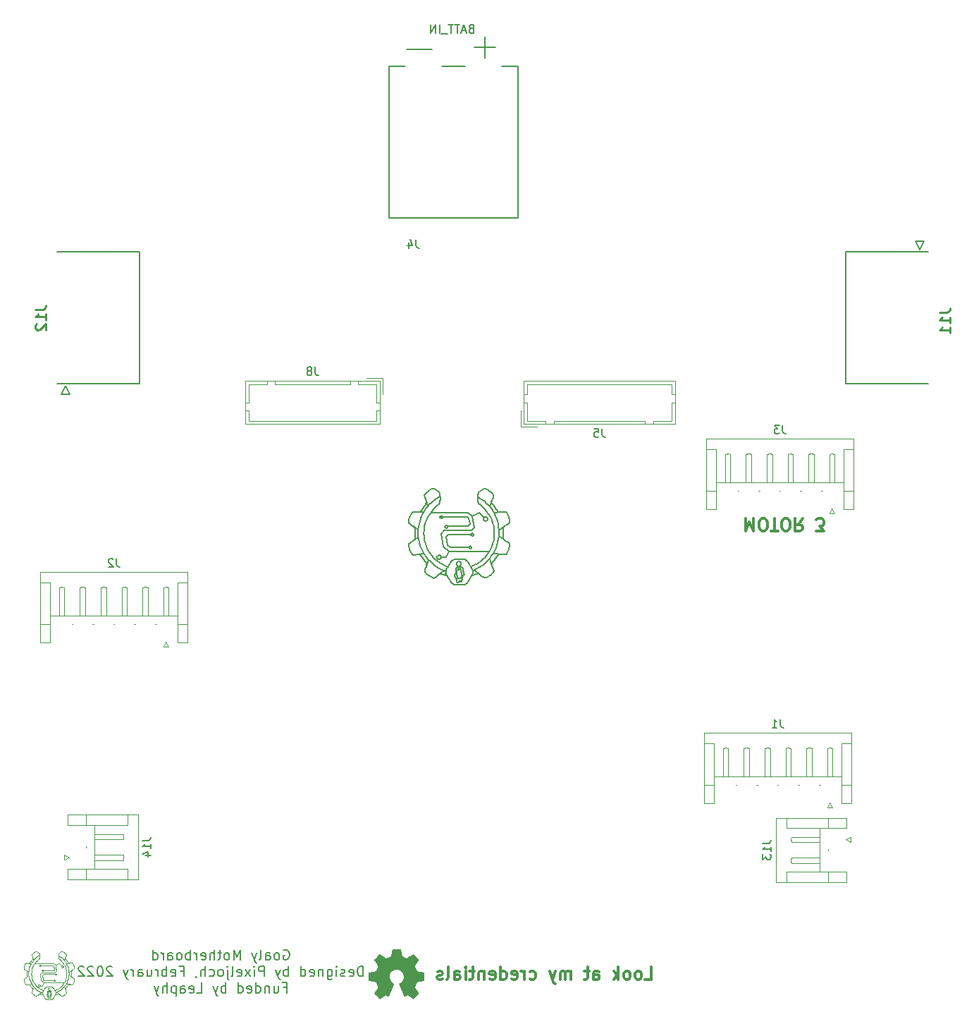
<source format=gbo>
G04 #@! TF.GenerationSoftware,KiCad,Pcbnew,(5.1.12)-1*
G04 #@! TF.CreationDate,2022-02-11T11:39:20+01:00*
G04 #@! TF.ProjectId,Main_Board,4d61696e-5f42-46f6-9172-642e6b696361,rev?*
G04 #@! TF.SameCoordinates,Original*
G04 #@! TF.FileFunction,Legend,Bot*
G04 #@! TF.FilePolarity,Positive*
%FSLAX46Y46*%
G04 Gerber Fmt 4.6, Leading zero omitted, Abs format (unit mm)*
G04 Created by KiCad (PCBNEW (5.1.12)-1) date 2022-02-11 11:39:20*
%MOMM*%
%LPD*%
G01*
G04 APERTURE LIST*
%ADD10C,0.300000*%
%ADD11C,0.108000*%
%ADD12C,0.180000*%
%ADD13C,0.144000*%
%ADD14C,0.150000*%
%ADD15C,0.010000*%
%ADD16C,0.120000*%
%ADD17C,0.127000*%
%ADD18C,0.254000*%
%ADD19C,0.602000*%
%ADD20C,1.626000*%
%ADD21C,1.410000*%
%ADD22C,4.402000*%
%ADD23O,1.302000X1.752000*%
%ADD24C,3.762000*%
%ADD25O,1.802000X1.802000*%
%ADD26O,1.802000X2.052000*%
%ADD27O,2.102000X1.802000*%
%ADD28C,1.602000*%
%ADD29O,1.302000X2.502000*%
%ADD30C,3.818000*%
G04 APERTURE END LIST*
D10*
X171873142Y-155872571D02*
X172587428Y-155872571D01*
X172587428Y-154372571D01*
X171158857Y-155872571D02*
X171301714Y-155801142D01*
X171373142Y-155729714D01*
X171444571Y-155586857D01*
X171444571Y-155158285D01*
X171373142Y-155015428D01*
X171301714Y-154944000D01*
X171158857Y-154872571D01*
X170944571Y-154872571D01*
X170801714Y-154944000D01*
X170730285Y-155015428D01*
X170658857Y-155158285D01*
X170658857Y-155586857D01*
X170730285Y-155729714D01*
X170801714Y-155801142D01*
X170944571Y-155872571D01*
X171158857Y-155872571D01*
X169801714Y-155872571D02*
X169944571Y-155801142D01*
X170016000Y-155729714D01*
X170087428Y-155586857D01*
X170087428Y-155158285D01*
X170016000Y-155015428D01*
X169944571Y-154944000D01*
X169801714Y-154872571D01*
X169587428Y-154872571D01*
X169444571Y-154944000D01*
X169373142Y-155015428D01*
X169301714Y-155158285D01*
X169301714Y-155586857D01*
X169373142Y-155729714D01*
X169444571Y-155801142D01*
X169587428Y-155872571D01*
X169801714Y-155872571D01*
X168658857Y-155872571D02*
X168658857Y-154372571D01*
X168516000Y-155301142D02*
X168087428Y-155872571D01*
X168087428Y-154872571D02*
X168658857Y-155444000D01*
X165658857Y-155872571D02*
X165658857Y-155086857D01*
X165730285Y-154944000D01*
X165873142Y-154872571D01*
X166158857Y-154872571D01*
X166301714Y-154944000D01*
X165658857Y-155801142D02*
X165801714Y-155872571D01*
X166158857Y-155872571D01*
X166301714Y-155801142D01*
X166373142Y-155658285D01*
X166373142Y-155515428D01*
X166301714Y-155372571D01*
X166158857Y-155301142D01*
X165801714Y-155301142D01*
X165658857Y-155229714D01*
X165158857Y-154872571D02*
X164587428Y-154872571D01*
X164944571Y-154372571D02*
X164944571Y-155658285D01*
X164873142Y-155801142D01*
X164730285Y-155872571D01*
X164587428Y-155872571D01*
X162944571Y-155872571D02*
X162944571Y-154872571D01*
X162944571Y-155015428D02*
X162873142Y-154944000D01*
X162730285Y-154872571D01*
X162516000Y-154872571D01*
X162373142Y-154944000D01*
X162301714Y-155086857D01*
X162301714Y-155872571D01*
X162301714Y-155086857D02*
X162230285Y-154944000D01*
X162087428Y-154872571D01*
X161873142Y-154872571D01*
X161730285Y-154944000D01*
X161658857Y-155086857D01*
X161658857Y-155872571D01*
X161087428Y-154872571D02*
X160730285Y-155872571D01*
X160373142Y-154872571D02*
X160730285Y-155872571D01*
X160873142Y-156229714D01*
X160944571Y-156301142D01*
X161087428Y-156372571D01*
X158016000Y-155801142D02*
X158158857Y-155872571D01*
X158444571Y-155872571D01*
X158587428Y-155801142D01*
X158658857Y-155729714D01*
X158730285Y-155586857D01*
X158730285Y-155158285D01*
X158658857Y-155015428D01*
X158587428Y-154944000D01*
X158444571Y-154872571D01*
X158158857Y-154872571D01*
X158016000Y-154944000D01*
X157373142Y-155872571D02*
X157373142Y-154872571D01*
X157373142Y-155158285D02*
X157301714Y-155015428D01*
X157230285Y-154944000D01*
X157087428Y-154872571D01*
X156944571Y-154872571D01*
X155873142Y-155801142D02*
X156016000Y-155872571D01*
X156301714Y-155872571D01*
X156444571Y-155801142D01*
X156516000Y-155658285D01*
X156516000Y-155086857D01*
X156444571Y-154944000D01*
X156301714Y-154872571D01*
X156016000Y-154872571D01*
X155873142Y-154944000D01*
X155801714Y-155086857D01*
X155801714Y-155229714D01*
X156516000Y-155372571D01*
X154516000Y-155872571D02*
X154516000Y-154372571D01*
X154516000Y-155801142D02*
X154658857Y-155872571D01*
X154944571Y-155872571D01*
X155087428Y-155801142D01*
X155158857Y-155729714D01*
X155230285Y-155586857D01*
X155230285Y-155158285D01*
X155158857Y-155015428D01*
X155087428Y-154944000D01*
X154944571Y-154872571D01*
X154658857Y-154872571D01*
X154516000Y-154944000D01*
X153230285Y-155801142D02*
X153373142Y-155872571D01*
X153658857Y-155872571D01*
X153801714Y-155801142D01*
X153873142Y-155658285D01*
X153873142Y-155086857D01*
X153801714Y-154944000D01*
X153658857Y-154872571D01*
X153373142Y-154872571D01*
X153230285Y-154944000D01*
X153158857Y-155086857D01*
X153158857Y-155229714D01*
X153873142Y-155372571D01*
X152516000Y-154872571D02*
X152516000Y-155872571D01*
X152516000Y-155015428D02*
X152444571Y-154944000D01*
X152301714Y-154872571D01*
X152087428Y-154872571D01*
X151944571Y-154944000D01*
X151873142Y-155086857D01*
X151873142Y-155872571D01*
X151373142Y-154872571D02*
X150801714Y-154872571D01*
X151158857Y-154372571D02*
X151158857Y-155658285D01*
X151087428Y-155801142D01*
X150944571Y-155872571D01*
X150801714Y-155872571D01*
X150301714Y-155872571D02*
X150301714Y-154872571D01*
X150301714Y-154372571D02*
X150373142Y-154444000D01*
X150301714Y-154515428D01*
X150230285Y-154444000D01*
X150301714Y-154372571D01*
X150301714Y-154515428D01*
X148944571Y-155872571D02*
X148944571Y-155086857D01*
X149016000Y-154944000D01*
X149158857Y-154872571D01*
X149444571Y-154872571D01*
X149587428Y-154944000D01*
X148944571Y-155801142D02*
X149087428Y-155872571D01*
X149444571Y-155872571D01*
X149587428Y-155801142D01*
X149658857Y-155658285D01*
X149658857Y-155515428D01*
X149587428Y-155372571D01*
X149444571Y-155301142D01*
X149087428Y-155301142D01*
X148944571Y-155229714D01*
X148016000Y-155872571D02*
X148158857Y-155801142D01*
X148230285Y-155658285D01*
X148230285Y-154372571D01*
X147516000Y-155801142D02*
X147373142Y-155872571D01*
X147087428Y-155872571D01*
X146944571Y-155801142D01*
X146873142Y-155658285D01*
X146873142Y-155586857D01*
X146944571Y-155444000D01*
X147087428Y-155372571D01*
X147301714Y-155372571D01*
X147444571Y-155301142D01*
X147516000Y-155158285D01*
X147516000Y-155086857D01*
X147444571Y-154944000D01*
X147301714Y-154872571D01*
X147087428Y-154872571D01*
X146944571Y-154944000D01*
D11*
X97599688Y-154905436D02*
X97601908Y-154960876D01*
X97595668Y-154861648D02*
X97599688Y-154905436D01*
X97592368Y-154841800D02*
X97595668Y-154861648D01*
X97589309Y-154836232D02*
X97592368Y-154841800D01*
X97583128Y-154824772D02*
X97589309Y-154836232D01*
X98421088Y-152631640D02*
X98404168Y-152644120D01*
X98472568Y-152594920D02*
X98421088Y-152631640D01*
X98550436Y-152545540D02*
X98472568Y-152594920D01*
X98630374Y-152508340D02*
X98550436Y-152545540D01*
X97215028Y-154469656D02*
X97219828Y-154527340D01*
X97224808Y-154382002D02*
X97215028Y-154469656D01*
X97247008Y-154292542D02*
X97224808Y-154382002D01*
X97265908Y-154232224D02*
X97247008Y-154292542D01*
X97272688Y-154212310D02*
X97265908Y-154232224D01*
X99440992Y-157442710D02*
X99486760Y-157457428D01*
X99306005Y-157391242D02*
X99440992Y-157442710D01*
X99132100Y-157311460D02*
X99306005Y-157391242D01*
X98965732Y-157218718D02*
X99132100Y-157311460D01*
X98807590Y-157113640D02*
X98965732Y-157218718D01*
X98658274Y-156996940D02*
X98807590Y-157113640D01*
X98518505Y-156869242D02*
X98658274Y-156996940D01*
X103278358Y-155956745D02*
X103256158Y-156046156D01*
X103288192Y-155869042D02*
X103278358Y-155956745D01*
X103283344Y-155811328D02*
X103288192Y-155869042D01*
X103276666Y-155794072D02*
X103283344Y-155811328D01*
X103272370Y-155782876D02*
X103276666Y-155794072D01*
X101960135Y-154304098D02*
X101958892Y-154291960D01*
X101953978Y-154341598D02*
X101960135Y-154304098D01*
X101931190Y-154384048D02*
X101953978Y-154341598D01*
X101894152Y-154414840D02*
X101931190Y-154384048D01*
X101858632Y-154428352D02*
X101894152Y-154414840D01*
X101846458Y-154429594D02*
X101858632Y-154428352D01*
X99111982Y-152998060D02*
X99110002Y-152935120D01*
X99113296Y-153065320D02*
X99111982Y-152998060D01*
X99113350Y-153130780D02*
X99113296Y-153065320D01*
X99111694Y-153188380D02*
X99113350Y-153130780D01*
X100867942Y-155954524D02*
X100854436Y-155979682D01*
X100889921Y-155936236D02*
X100867942Y-155954524D01*
X100910974Y-155928256D02*
X100889921Y-155936236D01*
X100918174Y-155927542D02*
X100910974Y-155928256D01*
X100925404Y-155926792D02*
X100918174Y-155927542D01*
X100947635Y-155930434D02*
X100925404Y-155926792D01*
X100972792Y-155943940D02*
X100947635Y-155930434D01*
X103170124Y-156292126D02*
X103127350Y-156369208D01*
X103204108Y-156206477D02*
X103170124Y-156292126D01*
X103224124Y-156146483D02*
X103204108Y-156206477D01*
X103230479Y-156126436D02*
X103224124Y-156146483D01*
X103237252Y-156106474D02*
X103230479Y-156126436D01*
X103256158Y-156046156D02*
X103237252Y-156106474D01*
X99128428Y-152949040D02*
X99091096Y-152967700D01*
X101413420Y-153012220D02*
X101376958Y-152993380D01*
X101520190Y-153073900D02*
X101413420Y-153012220D01*
X101655868Y-153163240D02*
X101520190Y-153073900D01*
X101783770Y-153260980D02*
X101655868Y-153163240D01*
X101903716Y-153366820D02*
X101783770Y-153260980D01*
X102015400Y-153480340D02*
X101903716Y-153366820D01*
X98186488Y-157466500D02*
X98191348Y-157484345D01*
X98183369Y-157454914D02*
X98186488Y-157466500D01*
X98182828Y-157417708D02*
X98183369Y-157454914D01*
X98193688Y-157363672D02*
X98182828Y-157417708D01*
X98214448Y-157305922D02*
X98193688Y-157363672D01*
X100963708Y-155254168D02*
X100963708Y-155254168D01*
X100962994Y-155246944D02*
X100963708Y-155254168D01*
X100966678Y-155224708D02*
X100962994Y-155246944D01*
X100980184Y-155199544D02*
X100966678Y-155224708D01*
X101002126Y-155181250D02*
X100980184Y-155199544D01*
X101023186Y-155173276D02*
X101002126Y-155181250D01*
X97601428Y-155450716D02*
X97597708Y-155494468D01*
X97603288Y-155395306D02*
X97601428Y-155450716D01*
X97603648Y-155334994D02*
X97603288Y-155395306D01*
X97603108Y-155276434D02*
X97603648Y-155334994D01*
X97602088Y-155226334D02*
X97603108Y-155276434D01*
X101821270Y-154179490D02*
X101809126Y-154180702D01*
X101833444Y-154178261D02*
X101821270Y-154179490D01*
X101870944Y-154184410D02*
X101833444Y-154178261D01*
X101913382Y-154207192D02*
X101870944Y-154184410D01*
X101944186Y-154244242D02*
X101913382Y-154207192D01*
X101957692Y-154279786D02*
X101944186Y-154244242D01*
X101958892Y-154291960D02*
X101957692Y-154279786D01*
X102974452Y-156448468D02*
X102913162Y-156446614D01*
X103029208Y-156442091D02*
X102974452Y-156448468D01*
X103064458Y-156430108D02*
X103029208Y-156442091D01*
X103074484Y-156423532D02*
X103064458Y-156430108D01*
X103089982Y-156413375D02*
X103074484Y-156423532D01*
X103127350Y-156369208D02*
X103089982Y-156413375D01*
X100348576Y-158072656D02*
X100361566Y-158070376D01*
X100344244Y-158072656D02*
X100348576Y-158072656D01*
X100341970Y-158072656D02*
X100344244Y-158072656D01*
X100335034Y-158073892D02*
X100341970Y-158072656D01*
X100328782Y-158075392D02*
X100335034Y-158073892D01*
X100324775Y-158073664D02*
X100328782Y-158075392D01*
X100322692Y-158067484D02*
X100324775Y-158073664D01*
X100322368Y-158065366D02*
X100322692Y-158067484D01*
X100321360Y-158061814D02*
X100322368Y-158065366D01*
X97844489Y-154609511D02*
X97814248Y-154779718D01*
X97886188Y-154443586D02*
X97844489Y-154609511D01*
X97938928Y-154282450D02*
X97886188Y-154443586D01*
X98002168Y-154126498D02*
X97938928Y-154282450D01*
X98075668Y-153976174D02*
X98002168Y-154126498D01*
X98158948Y-153831934D02*
X98075668Y-153976174D01*
X98251588Y-153694210D02*
X98158948Y-153831934D01*
X102491218Y-156591802D02*
X102457270Y-156639484D01*
X102526996Y-156543226D02*
X102491218Y-156591802D01*
X102561010Y-156499474D02*
X102526996Y-156543226D01*
X102589786Y-156466276D02*
X102561010Y-156499474D01*
X102604042Y-156452086D02*
X102589786Y-156466276D01*
X102609742Y-156449350D02*
X102604042Y-156452086D01*
X102262768Y-153092680D02*
X102236044Y-153153100D01*
X102288808Y-153032800D02*
X102262768Y-153092680D01*
X102309544Y-152975080D02*
X102288808Y-153032800D01*
X102320386Y-152921020D02*
X102309544Y-152975080D01*
X102319870Y-152883820D02*
X102320386Y-152921020D01*
X100851508Y-156009148D02*
X100852252Y-156016342D01*
X101708800Y-154317160D02*
X101708800Y-154317160D01*
X101707594Y-154304986D02*
X101708800Y-154317160D01*
X101713744Y-154267486D02*
X101707594Y-154304986D01*
X101736532Y-154225036D02*
X101713744Y-154267486D01*
X101773576Y-154194208D02*
X101736532Y-154225036D01*
X101809126Y-154180702D02*
X101773576Y-154194208D01*
X98388928Y-156731152D02*
X98518505Y-156869242D01*
X98270188Y-156583432D02*
X98388928Y-156731152D01*
X98162908Y-156426658D02*
X98270188Y-156583432D01*
X98067808Y-156261490D02*
X98162908Y-156426658D01*
X97985548Y-156088642D02*
X98067808Y-156261490D01*
X97916728Y-155908690D02*
X97985548Y-156088642D01*
X97862068Y-155722366D02*
X97916728Y-155908690D01*
X102907528Y-155477050D02*
X102910852Y-155496940D01*
X102903490Y-155433268D02*
X102907528Y-155477050D01*
X102901342Y-155377834D02*
X102903490Y-155433268D01*
X102900562Y-155317486D02*
X102901342Y-155377834D01*
X102900796Y-155258848D02*
X102900562Y-155317486D01*
X102481684Y-153732190D02*
X102517786Y-153780569D01*
X102447371Y-153684634D02*
X102481684Y-153732190D01*
X102418468Y-153643648D02*
X102447371Y-153684634D01*
X102398476Y-153614872D02*
X102418468Y-153643648D01*
X102391024Y-153604036D02*
X102398476Y-153614872D01*
X99480736Y-154697200D02*
X99473512Y-154697950D01*
X99502966Y-154700848D02*
X99480736Y-154697200D01*
X99528136Y-154714360D02*
X99502966Y-154700848D01*
X99546424Y-154736326D02*
X99528136Y-154714360D01*
X99554404Y-154757392D02*
X99546424Y-154736326D01*
X99555118Y-154764616D02*
X99554404Y-154757392D01*
X99555868Y-154771810D02*
X99555118Y-154764616D01*
X99181126Y-157609894D02*
X99234508Y-157624966D01*
X99138262Y-157600192D02*
X99181126Y-157609894D01*
X99118336Y-157597234D02*
X99138262Y-157600192D01*
X99112085Y-157598410D02*
X99118336Y-157597234D01*
X99099292Y-157600786D02*
X99112085Y-157598410D01*
X100421302Y-157987636D02*
X100432132Y-157938544D01*
X100412182Y-158025322D02*
X100421302Y-157987636D01*
X100405084Y-158049508D02*
X100412182Y-158025322D01*
X100401442Y-158058076D02*
X100405084Y-158049508D01*
X100400200Y-158058076D02*
X100401442Y-158058076D01*
X100396234Y-158058076D02*
X100400200Y-158058076D01*
X100384282Y-158060350D02*
X100396234Y-158058076D01*
X100373152Y-158065366D02*
X100384282Y-158060350D01*
X100361566Y-158070376D02*
X100373152Y-158065366D01*
X102943762Y-154776856D02*
X102917909Y-154807324D01*
X102988774Y-154739260D02*
X102943762Y-154776856D01*
X103042162Y-154704592D02*
X102988774Y-154739260D01*
X103099324Y-154671382D02*
X103042162Y-154704592D01*
X103155574Y-154638250D02*
X103099324Y-154671382D01*
X99829432Y-158167126D02*
X99800074Y-158161948D01*
X99865276Y-158182036D02*
X99829432Y-158167126D01*
X99896134Y-158205634D02*
X99865276Y-158182036D01*
X99915310Y-158228452D02*
X99896134Y-158205634D01*
X99920194Y-158236948D02*
X99915310Y-158228452D01*
X100612276Y-158236948D02*
X99920194Y-158236948D01*
X100617196Y-158228452D02*
X100612276Y-158236948D01*
X100636366Y-158205634D02*
X100617196Y-158228452D01*
X97901968Y-156464716D02*
X97907728Y-156467416D01*
X97890268Y-156459118D02*
X97901968Y-156464716D01*
X97851328Y-156449902D02*
X97890268Y-156459118D01*
X97792768Y-156446350D02*
X97851328Y-156449902D01*
X97729228Y-156450136D02*
X97792768Y-156446350D01*
X100216354Y-157350784D02*
X100247278Y-157341598D01*
X100182760Y-157354984D02*
X100216354Y-157350784D01*
X100171528Y-157354984D02*
X100182760Y-157354984D01*
X100168984Y-157354984D02*
X100171528Y-157354984D01*
X100161304Y-157353640D02*
X100168984Y-157354984D01*
X100148116Y-157351624D02*
X100161304Y-157353640D01*
X100136302Y-157351894D02*
X100148116Y-157351624D01*
X100130476Y-157355794D02*
X100136302Y-157351894D01*
X103206292Y-154603744D02*
X103155574Y-154638250D01*
X103246816Y-154566376D02*
X103206292Y-154603744D01*
X103268302Y-154535968D02*
X103246816Y-154566376D01*
X103272532Y-154524772D02*
X103268302Y-154535968D01*
X103279078Y-154507450D02*
X103272532Y-154524772D01*
X99981778Y-157680995D02*
X99981778Y-157680995D01*
X99980902Y-157677406D02*
X99981778Y-157680995D01*
X101030374Y-155172556D02*
X101023186Y-155173276D01*
X101037610Y-155171806D02*
X101030374Y-155172556D01*
X101059840Y-155175460D02*
X101037610Y-155171806D01*
X101085004Y-155188966D02*
X101059840Y-155175460D01*
X101103292Y-155210932D02*
X101085004Y-155188966D01*
X101111266Y-155231998D02*
X101103292Y-155210932D01*
X103283344Y-154449772D02*
X103279078Y-154507450D01*
X103272670Y-154362244D02*
X103283344Y-154449772D01*
X103249810Y-154272982D02*
X103272670Y-154362244D01*
X103230766Y-154212694D02*
X103249810Y-154272982D01*
X103224094Y-154192708D02*
X103230766Y-154212694D01*
X100089562Y-157948468D02*
X100107694Y-157998598D01*
X100071136Y-157907842D02*
X100089562Y-157948468D01*
X100052644Y-157871944D02*
X100071136Y-157907842D01*
X100034254Y-157835999D02*
X100052644Y-157871944D01*
X100016182Y-157795378D02*
X100034254Y-157835999D01*
X99998644Y-157745284D02*
X100016182Y-157795378D01*
X99985426Y-157697164D02*
X99998644Y-157745284D01*
X99981778Y-157680995D02*
X99985426Y-157697164D01*
X98240428Y-157246060D02*
X98214448Y-157305922D01*
X98267188Y-157185640D02*
X98240428Y-157246060D01*
X98289988Y-157126199D02*
X98267188Y-157185640D01*
X98304328Y-157069301D02*
X98289988Y-157126199D01*
X98307328Y-157029460D02*
X98304328Y-157069301D01*
X103217878Y-154172590D02*
X103224094Y-154192708D01*
X103197695Y-154112656D02*
X103217878Y-154172590D01*
X103163092Y-154027276D02*
X103197695Y-154112656D01*
X103119508Y-153950584D02*
X103163092Y-154027276D01*
X103081684Y-153906706D02*
X103119508Y-153950584D01*
X103066121Y-153896686D02*
X103081684Y-153906706D01*
X103056058Y-153890164D02*
X103066121Y-153896686D01*
X103020742Y-153878416D02*
X103056058Y-153890164D01*
X102965962Y-153872392D02*
X103020742Y-153878416D01*
X102904636Y-153874678D02*
X102965962Y-153872392D01*
X102839692Y-153881387D02*
X102904636Y-153874678D01*
X102774004Y-153888574D02*
X102839692Y-153881387D01*
X102710428Y-153892348D02*
X102774004Y-153888574D01*
X102651862Y-153888802D02*
X102710428Y-153892348D01*
X102612970Y-153879592D02*
X102651862Y-153888802D01*
X97528768Y-153890236D02*
X97474048Y-153896614D01*
X97590088Y-153892126D02*
X97528768Y-153890236D01*
X97655068Y-153898378D02*
X97590088Y-153892126D01*
X97720768Y-153905110D02*
X97655068Y-153898378D01*
X98021489Y-156606544D02*
X98055748Y-156654064D01*
X97985368Y-156558142D02*
X98021489Y-156606544D01*
X97951108Y-156514582D02*
X97985368Y-156558142D01*
X97922068Y-156481540D02*
X97951108Y-156514582D01*
X97907728Y-156467416D02*
X97922068Y-156481540D01*
X98295268Y-153322120D02*
X98293589Y-153335080D01*
X98292028Y-153282280D02*
X98295268Y-153322120D01*
X98277268Y-153225520D02*
X98292028Y-153282280D01*
X98254048Y-153166180D02*
X98277268Y-153225520D01*
X99571685Y-155864686D02*
X99732820Y-156001660D01*
X99485524Y-155375974D02*
X99571685Y-155864686D01*
X99592000Y-155246686D02*
X99485524Y-155375974D01*
X100979242Y-155246686D02*
X99592000Y-155246686D01*
X100798936Y-154753744D02*
X99539920Y-154753744D01*
X100904536Y-154625518D02*
X100798936Y-154753744D01*
X98101708Y-153618358D02*
X98094388Y-153629236D01*
X98101708Y-153618358D02*
X98101708Y-153618358D01*
X98101708Y-153618323D02*
X98101708Y-153618358D01*
X98109749Y-153607876D02*
X98101708Y-153618323D01*
X101088226Y-157412566D02*
X101081554Y-157424152D01*
X100742194Y-156813184D02*
X101088226Y-157412566D01*
X100732426Y-156813184D02*
X100742194Y-156813184D01*
X100703069Y-156807976D02*
X100732426Y-156813184D01*
X100667194Y-156793066D02*
X100703069Y-156807976D01*
X100636366Y-156769468D02*
X100667194Y-156793066D01*
X100617160Y-156746650D02*
X100636366Y-156769468D01*
X100612276Y-156738184D02*
X100617160Y-156746650D01*
X98130928Y-153580018D02*
X98109749Y-153607876D01*
X98160988Y-153539861D02*
X98130928Y-153580018D01*
X98195608Y-153492520D02*
X98160988Y-153539861D01*
X98230469Y-153443200D02*
X98195608Y-153492520D01*
X101156686Y-154818358D02*
X101000110Y-155008492D01*
X101085394Y-154414036D02*
X101156686Y-154818358D01*
X101036434Y-154136392D02*
X101085394Y-154414036D01*
X100795060Y-153931217D02*
X101036434Y-154136392D01*
X98533504Y-153931217D02*
X100795060Y-153931217D01*
X99732820Y-156001660D02*
X100869118Y-156001660D01*
X102601174Y-153874024D02*
X102612970Y-153879592D01*
X102595450Y-153871294D02*
X102601174Y-153874024D01*
X102581092Y-153857158D02*
X102595450Y-153871294D01*
X102552124Y-153824116D02*
X102581092Y-153857158D01*
X102517786Y-153780569D02*
X102552124Y-153824116D01*
X99062410Y-157616206D02*
X99099292Y-157600786D01*
X99012970Y-157647748D02*
X99062410Y-157616206D01*
X98963740Y-157688153D02*
X99012970Y-157647748D01*
X98914817Y-157732618D02*
X98963740Y-157688153D01*
X98866216Y-157776202D02*
X98914817Y-157732618D01*
X97279048Y-154192216D02*
X97272688Y-154212310D01*
X97299088Y-154132222D02*
X97279048Y-154192216D01*
X97333108Y-154046548D02*
X97299088Y-154132222D01*
X97375888Y-153969466D02*
X97333108Y-154046548D01*
X98206708Y-156859799D02*
X98241808Y-156908824D01*
X98171788Y-156812728D02*
X98206708Y-156859799D01*
X98141488Y-156772786D02*
X98171788Y-156812728D01*
X98120188Y-156745048D02*
X98141488Y-156772786D01*
X98112088Y-156734698D02*
X98120188Y-156745048D01*
X102621490Y-156443686D02*
X102609742Y-156449350D01*
X102660328Y-156434206D02*
X102621490Y-156443686D01*
X102718828Y-156430240D02*
X102660328Y-156434206D01*
X102782429Y-156433594D02*
X102718828Y-156430240D01*
X102848152Y-156440332D02*
X102782429Y-156433594D01*
X102913162Y-156446614D02*
X102848152Y-156440332D01*
X99552220Y-154794040D02*
X99555868Y-154771810D01*
X99538708Y-154819210D02*
X99552220Y-154794040D01*
X99516742Y-154837468D02*
X99538708Y-154819210D01*
X99495676Y-154845472D02*
X99516742Y-154837468D01*
X99488452Y-154846228D02*
X99495676Y-154845472D01*
X99481258Y-154846942D02*
X99488452Y-154846228D01*
X99459028Y-154843258D02*
X99481258Y-154846942D01*
X99197794Y-154121195D02*
X99175558Y-154117540D01*
X99222958Y-154134700D02*
X99197794Y-154121195D01*
X99241216Y-154156672D02*
X99222958Y-154134700D01*
X99249226Y-154177732D02*
X99241216Y-154156672D01*
X99249940Y-154184956D02*
X99249226Y-154177732D01*
X99250660Y-154192156D02*
X99249940Y-154184956D01*
X99247012Y-154214392D02*
X99250660Y-154192156D01*
X98817941Y-157814092D02*
X98866216Y-157776202D01*
X98770060Y-157841410D02*
X98817941Y-157814092D01*
X98734576Y-157852702D02*
X98770060Y-157841410D01*
X98722570Y-157853350D02*
X98734576Y-157852702D01*
X98704108Y-157854358D02*
X98722570Y-157853350D01*
X101125882Y-157671226D02*
X101093110Y-157682908D01*
X101172994Y-157654852D02*
X101125882Y-157671226D01*
X101228200Y-157636294D02*
X101172994Y-157654852D01*
X101285392Y-157618102D02*
X101228200Y-157636294D01*
X101338384Y-157602802D02*
X101285392Y-157618102D01*
X101381002Y-157592866D02*
X101338384Y-157602802D01*
X100667194Y-158182036D02*
X100636366Y-158205634D01*
X100703069Y-158167126D02*
X100667194Y-158182036D01*
X100732426Y-158161948D02*
X100703069Y-158167126D01*
X100742194Y-158161948D02*
X100732426Y-158161948D01*
X101088226Y-157562566D02*
X100742194Y-158161948D01*
X101081554Y-157550944D02*
X101088226Y-157562566D01*
X101068145Y-157487566D02*
X101081554Y-157550944D01*
X101081554Y-157424152D02*
X101068145Y-157487566D01*
X100272796Y-158023990D02*
X100282402Y-158013508D01*
X100263317Y-158035840D02*
X100272796Y-158023990D01*
X100252936Y-158047624D02*
X100263317Y-158035840D01*
X100240504Y-158057944D02*
X100252936Y-158047624D01*
X100229110Y-158064094D02*
X100240504Y-158057944D01*
X100225042Y-158065366D02*
X100229110Y-158064094D01*
X100222924Y-158066140D02*
X100225042Y-158065366D01*
X100215670Y-158066410D02*
X100222924Y-158066140D01*
X100213810Y-158062924D02*
X100215670Y-158066410D01*
X102197566Y-153322181D02*
X102198442Y-153328420D01*
X102195844Y-153309280D02*
X102197566Y-153322181D01*
X102198832Y-153269440D02*
X102195844Y-153309280D01*
X102213190Y-153212560D02*
X102198832Y-153269440D01*
X102236044Y-153153100D02*
X102213190Y-153212560D01*
X98265689Y-152753261D02*
X98206288Y-152818480D01*
X98336248Y-152693980D02*
X98265689Y-152753261D01*
X98386948Y-152656301D02*
X98336248Y-152693980D01*
X98404168Y-152644120D02*
X98386948Y-152656301D01*
X97413268Y-153925324D02*
X97375888Y-153969466D01*
X97428748Y-153915202D02*
X97413268Y-153925324D01*
X97438828Y-153908590D02*
X97428748Y-153915202D01*
X97474048Y-153896614D02*
X97438828Y-153908590D01*
X101855410Y-152497660D02*
X101935786Y-152534080D01*
X101799034Y-152484400D02*
X101855410Y-152497660D01*
X101780542Y-152485420D02*
X101799034Y-152484400D01*
X101767228Y-152486140D02*
X101780542Y-152485420D01*
X101727712Y-152496460D02*
X101767228Y-152486140D01*
X102099454Y-152644240D02*
X102150334Y-152681860D01*
X102082300Y-152632060D02*
X102099454Y-152644240D01*
X102065434Y-152619460D02*
X102082300Y-152632060D01*
X102013978Y-152582800D02*
X102065434Y-152619460D01*
X101935786Y-152534080D02*
X102013978Y-152582800D01*
X97559488Y-155561884D02*
X97514488Y-155599474D01*
X97585348Y-155531410D02*
X97559488Y-155561884D01*
X97591528Y-155519950D02*
X97585348Y-155531410D01*
X97594528Y-155514358D02*
X97591528Y-155519950D01*
X97597708Y-155494468D02*
X97594528Y-155514358D01*
X100227676Y-157172494D02*
X100184386Y-157154752D01*
X100242100Y-157172494D02*
X100227676Y-157172494D01*
X100254928Y-157172494D02*
X100242100Y-157172494D01*
X100293370Y-157154752D02*
X100254928Y-157172494D01*
X100325434Y-157109242D02*
X100293370Y-157154752D01*
X100342000Y-157047268D02*
X100325434Y-157109242D01*
X100346686Y-156997036D02*
X100342000Y-157047268D01*
X100346686Y-156980309D02*
X100346686Y-156997036D01*
X101160946Y-157082260D02*
X101370778Y-156967450D01*
X100997794Y-157152406D02*
X101160946Y-157082260D01*
X100941970Y-157171618D02*
X100997794Y-157152406D01*
X99543952Y-157724152D02*
X99554963Y-157727602D01*
X99510850Y-157714036D02*
X99543952Y-157724152D01*
X100130152Y-157357426D02*
X100130476Y-157355794D01*
X100126570Y-157373668D02*
X100130152Y-157357426D01*
X100117618Y-157422814D02*
X100126570Y-157373668D01*
X100111924Y-157468390D02*
X100117618Y-157422814D01*
X100106224Y-157514416D02*
X100111924Y-157468390D01*
X100097278Y-157564618D02*
X100106224Y-157514416D01*
X100093660Y-157581214D02*
X100097278Y-157564618D01*
X100093108Y-157584052D02*
X100093660Y-157581214D01*
X97601008Y-155165008D02*
X97600648Y-155178190D01*
X97601728Y-155130016D02*
X97601008Y-155165008D01*
X97602448Y-155079850D02*
X97601728Y-155130016D01*
X97602628Y-155021260D02*
X97602448Y-155079850D01*
X97601908Y-154960876D02*
X97602628Y-155021260D01*
X101496820Y-153433780D02*
X101475724Y-153414940D01*
X101534092Y-153467920D02*
X101496820Y-153433780D01*
X101576734Y-153507700D02*
X101534092Y-153467920D01*
X101621171Y-153549580D02*
X101576734Y-153507700D01*
X101663711Y-153589978D02*
X101621171Y-153549580D01*
X99790276Y-156813184D02*
X99800074Y-156813184D01*
X99444220Y-157412566D02*
X99790276Y-156813184D01*
X99450916Y-157424152D02*
X99444220Y-157412566D01*
X99464332Y-157487566D02*
X99450916Y-157424152D01*
X99450916Y-157550944D02*
X99464332Y-157487566D01*
X99444220Y-157562566D02*
X99450916Y-157550944D01*
X99790276Y-158161948D02*
X99444220Y-157562566D01*
X99800074Y-158161948D02*
X99790276Y-158161948D01*
X101045320Y-155320834D02*
X101052550Y-155320084D01*
X101038126Y-155321548D02*
X101045320Y-155320834D01*
X101015890Y-155317864D02*
X101038126Y-155321548D01*
X100990732Y-155304358D02*
X101015890Y-155317864D01*
X100972468Y-155282428D02*
X100990732Y-155304358D01*
X100964458Y-155261356D02*
X100972468Y-155282428D01*
X101792158Y-156623074D02*
X101898832Y-156500158D01*
X101754010Y-156661492D02*
X101792158Y-156623074D01*
X101710360Y-156705436D02*
X101754010Y-156661492D01*
X101569216Y-156827182D02*
X101710360Y-156705436D01*
X101370778Y-156967450D02*
X101569216Y-156827182D01*
X101408770Y-153331960D02*
X101394052Y-153284920D01*
X101431942Y-153371380D02*
X101408770Y-153331960D01*
X101458666Y-153400420D02*
X101431942Y-153371380D01*
X101468560Y-153408820D02*
X101458666Y-153400420D01*
X101475724Y-153414940D02*
X101468560Y-153408820D01*
X100346686Y-156972724D02*
X100346686Y-156980309D01*
X100345612Y-156950032D02*
X100346686Y-156972724D01*
X100342000Y-156924706D02*
X100345612Y-156950032D01*
X100335424Y-156904102D02*
X100342000Y-156924706D01*
X100325434Y-156887860D02*
X100335424Y-156904102D01*
X100311568Y-156875716D02*
X100325434Y-156887860D01*
X100293370Y-156867382D02*
X100311568Y-156875716D01*
X100270355Y-156862636D02*
X100293370Y-156867382D01*
X102901474Y-155208694D02*
X102900796Y-155258848D01*
X102902254Y-155173702D02*
X102901474Y-155208694D01*
X102902578Y-155160550D02*
X102902254Y-155173702D01*
X102902578Y-155160550D02*
X102902578Y-155160550D01*
X102902578Y-155160550D02*
X102902578Y-155160550D01*
X98604400Y-153838540D02*
X98711074Y-153715624D01*
X98479012Y-154010350D02*
X98604400Y-153838540D01*
X98373028Y-154191082D02*
X98479012Y-154010350D01*
X98286448Y-154379303D02*
X98373028Y-154191082D01*
X99110392Y-154228156D02*
X99128650Y-154250134D01*
X99102382Y-154207102D02*
X99110392Y-154228156D01*
X99101669Y-154199902D02*
X99102382Y-154207102D01*
X98920354Y-156622234D02*
X98920354Y-156622234D01*
X98919118Y-156609832D02*
X98920354Y-156622234D01*
X98925370Y-156571618D02*
X98919118Y-156609832D01*
X98948608Y-156528382D02*
X98925370Y-156571618D01*
X100215142Y-158061268D02*
X100213810Y-158062924D01*
X100215532Y-158066206D02*
X100215142Y-158061268D01*
X100215310Y-158067808D02*
X100215532Y-158066206D01*
X100214782Y-158071516D02*
X100215310Y-158067808D01*
X100209970Y-158082190D02*
X100214782Y-158071516D01*
X100199812Y-158097298D02*
X100209970Y-158082190D01*
X100188292Y-158109184D02*
X100199812Y-158097298D01*
X100181194Y-158114032D02*
X100188292Y-158109184D01*
X100178818Y-158114032D02*
X100181194Y-158114032D01*
X101378590Y-153181060D02*
X101376532Y-153123520D01*
X101381128Y-153213820D02*
X101378590Y-153181060D01*
X101382850Y-153224560D02*
X101381128Y-153213820D01*
X101385292Y-153239740D02*
X101382850Y-153224560D01*
X101394052Y-153284920D02*
X101385292Y-153239740D01*
X99428362Y-157688902D02*
X99440758Y-157693324D01*
X99395320Y-157677376D02*
X99428362Y-157688902D01*
X99347824Y-157661200D02*
X99395320Y-157677376D01*
X99292162Y-157642900D02*
X99347824Y-157661200D01*
X99234508Y-157624966D02*
X99292162Y-157642900D01*
X100400200Y-157629886D02*
X100396270Y-157646128D01*
X100400818Y-157626826D02*
X100400200Y-157629886D01*
X100403260Y-157609186D02*
X100400818Y-157626826D01*
X100403260Y-157591534D02*
X100403260Y-157609186D01*
X100402642Y-157588510D02*
X100403260Y-157591534D01*
X100242100Y-156861100D02*
X100242100Y-156861100D01*
X100227676Y-156861100D02*
X100242100Y-156861100D01*
X100184386Y-156867382D02*
X100227676Y-156861100D01*
X101516710Y-157647334D02*
X101183896Y-157366210D01*
X102235360Y-157139032D02*
X102076924Y-156686974D01*
X102962020Y-156448637D02*
X102296068Y-156374386D01*
X102962020Y-155558722D02*
X102632950Y-155311102D01*
X102978940Y-154746514D02*
X102628978Y-154988050D01*
X102205444Y-153238420D02*
X102093400Y-153570052D01*
X102710033Y-153896686D02*
X102336982Y-153931217D01*
X101069668Y-157690660D02*
X101047990Y-157697068D01*
X101079142Y-157687858D02*
X101069668Y-157690660D01*
X101079142Y-157687858D02*
X101079142Y-157687858D01*
X101080804Y-157687366D02*
X101079142Y-157687858D01*
X101080804Y-157687366D02*
X101080804Y-157687366D01*
X101093110Y-157682908D02*
X101080804Y-157687366D01*
X100174090Y-158114032D02*
X100178818Y-158114032D01*
X100159870Y-158108434D02*
X100174090Y-158114032D01*
X100143862Y-158094856D02*
X100159870Y-158108434D01*
X100131976Y-158078092D02*
X100143862Y-158094856D01*
X100126444Y-158066860D02*
X100131976Y-158078092D01*
X100125304Y-158062924D02*
X100126444Y-158066860D01*
X100121458Y-158046706D02*
X100125304Y-158062924D01*
X100107694Y-157998598D02*
X100121458Y-158046706D01*
X100991062Y-155965918D02*
X100972792Y-155943940D01*
X100999066Y-155986978D02*
X100991062Y-155965918D01*
X100999775Y-155994208D02*
X100999066Y-155986978D01*
X101000524Y-156001402D02*
X100999775Y-155994208D01*
X100996882Y-156023632D02*
X101000524Y-156001402D01*
X100983376Y-156048790D02*
X100996882Y-156023632D01*
X100961404Y-156067060D02*
X100983376Y-156048790D01*
X100323412Y-158049676D02*
X100321360Y-158061814D01*
X100328752Y-158031286D02*
X100323412Y-158049676D01*
X100330936Y-158014714D02*
X100328752Y-158031286D01*
X100325074Y-158005432D02*
X100330936Y-158014714D01*
X100322368Y-158004556D02*
X100325074Y-158005432D01*
X100318504Y-158003386D02*
X100322368Y-158004556D01*
X100306126Y-158002342D02*
X100318504Y-158003386D01*
X100293142Y-158005828D02*
X100306126Y-158002342D01*
X100282402Y-158013508D02*
X100293142Y-158005828D01*
X101397274Y-152772880D02*
X101431294Y-152716840D01*
X101383312Y-152812420D02*
X101397274Y-152772880D01*
X101382232Y-152825920D02*
X101383312Y-152812420D01*
X101382232Y-152825920D02*
X101382232Y-152825920D01*
X101381686Y-152839241D02*
X101382232Y-152825920D01*
X101816644Y-157844176D02*
X101798182Y-157843294D01*
X101872828Y-157830364D02*
X101816644Y-157844176D01*
X101952778Y-157793200D02*
X101872828Y-157830364D01*
X102030610Y-157743886D02*
X101952778Y-157793200D01*
X102082066Y-157707124D02*
X102030610Y-157743886D01*
X102099004Y-157694656D02*
X102082066Y-157707124D01*
X98012008Y-153746944D02*
X97976248Y-153795508D01*
X98045968Y-153699250D02*
X98012008Y-153746944D01*
X98074588Y-153658108D02*
X98045968Y-153699250D01*
X98094388Y-153629236D02*
X98074588Y-153658108D01*
X97601128Y-155191342D02*
X97602088Y-155226334D01*
X97600648Y-155178226D02*
X97601128Y-155191342D01*
X97600648Y-155178226D02*
X97600648Y-155178226D01*
X97600648Y-155178190D02*
X97600648Y-155178226D01*
X97600648Y-155178190D02*
X97600648Y-155178190D01*
X97285348Y-156166114D02*
X97305448Y-156226042D01*
X97279048Y-156146026D02*
X97285348Y-156166114D01*
X97272448Y-156126040D02*
X97279048Y-156146026D01*
X97253368Y-156065758D02*
X97272448Y-156126040D01*
X97230508Y-155976466D02*
X97253368Y-156065758D01*
X98144548Y-155379556D02*
X98134168Y-155176624D01*
X98174308Y-155580922D02*
X98144548Y-155379556D01*
X98223448Y-155779198D02*
X98174308Y-155580922D01*
X98291908Y-155972914D02*
X98223448Y-155779198D01*
X99433858Y-154829752D02*
X99459028Y-154843258D01*
X99415600Y-154807810D02*
X99433858Y-154829752D01*
X99407590Y-154786750D02*
X99415600Y-154807810D01*
X99406840Y-154779556D02*
X99407590Y-154786750D01*
X100851508Y-156009148D02*
X100851508Y-156009148D01*
X100850794Y-156001918D02*
X100851508Y-156009148D01*
X100854436Y-155979682D02*
X100850794Y-156001918D01*
X99100954Y-154192672D02*
X99101669Y-154199902D01*
X99104602Y-154170442D02*
X99100954Y-154192672D01*
X99118108Y-154145284D02*
X99104602Y-154170442D01*
X99140074Y-154127014D02*
X99118108Y-154145284D01*
X99161146Y-154119010D02*
X99140074Y-154127014D01*
X99168335Y-154118290D02*
X99161146Y-154119010D01*
X99175558Y-154117540D02*
X99168335Y-154118290D01*
X102225952Y-157113250D02*
X102249196Y-157172524D01*
X102211234Y-157056478D02*
X102225952Y-157113250D01*
X102207952Y-157016632D02*
X102211234Y-157056478D01*
X102209608Y-157003744D02*
X102207952Y-157016632D01*
X102210424Y-156997426D02*
X102209608Y-157003744D01*
X102219442Y-156979426D02*
X102210424Y-156997426D01*
X98986336Y-156497008D02*
X98948608Y-156528382D01*
X99022534Y-156483232D02*
X98986336Y-156497008D01*
X99034900Y-156482002D02*
X99022534Y-156483232D01*
X99047308Y-156480724D02*
X99034900Y-156482002D01*
X99085528Y-156486976D02*
X99047308Y-156480724D01*
X99128752Y-156510226D02*
X99085528Y-156486976D01*
X99160132Y-156547948D02*
X99128752Y-156510226D01*
X103250692Y-155752636D02*
X103272370Y-155782876D01*
X103209904Y-155715557D02*
X103250692Y-155752636D01*
X103158958Y-155681351D02*
X103209904Y-155715557D01*
X103102486Y-155648602D02*
X103158958Y-155681351D01*
X103045126Y-155615818D02*
X103102486Y-155648602D01*
X102584182Y-154623634D02*
X102546886Y-154461136D01*
X102611140Y-154790656D02*
X102584182Y-154623634D01*
X102627484Y-154961848D02*
X102611140Y-154790656D01*
X102632950Y-155093098D02*
X102627484Y-154961848D01*
X102632950Y-155136886D02*
X102632950Y-155093098D01*
X102632950Y-155184994D02*
X102632950Y-155136886D01*
X102625468Y-155329426D02*
X102632950Y-155184994D01*
X98226868Y-153105940D02*
X98254048Y-153166180D01*
X98200468Y-153046240D02*
X98226868Y-153105940D01*
X98179348Y-152988640D02*
X98200468Y-153046240D01*
X98168128Y-152934640D02*
X98179348Y-152988640D01*
X99173902Y-156584152D02*
X99160132Y-156547948D01*
X99175132Y-156596548D02*
X99173902Y-156584152D01*
X99176410Y-156608914D02*
X99175132Y-156596548D01*
X99170158Y-156647134D02*
X99176410Y-156608914D01*
X99146920Y-156690364D02*
X99170158Y-156647134D01*
X99109186Y-156721744D02*
X99146920Y-156690364D01*
X99072994Y-156735514D02*
X99109186Y-156721744D01*
X99055870Y-152724520D02*
X99007012Y-152668840D01*
X99090274Y-152780320D02*
X99055870Y-152724520D01*
X99104470Y-152819740D02*
X99090274Y-152780320D01*
X99105610Y-152833240D02*
X99104470Y-152819740D01*
X99082594Y-153339460D02*
X99096982Y-153292300D01*
X99059674Y-153379060D02*
X99082594Y-153339460D01*
X99033178Y-153408220D02*
X99059674Y-153379060D01*
X99023320Y-153416740D02*
X99033178Y-153408220D01*
X102334810Y-157441240D02*
X102331720Y-157452868D01*
X102335068Y-157404034D02*
X102334810Y-157441240D01*
X102323866Y-157350064D02*
X102335068Y-157404034D01*
X102302740Y-157292482D02*
X102323866Y-157350064D01*
X102276310Y-157232782D02*
X102302740Y-157292482D01*
X102249196Y-157172524D02*
X102276310Y-157232782D01*
X97784368Y-153908464D02*
X97720768Y-153905110D01*
X97842928Y-153904558D02*
X97784368Y-153908464D01*
X97881748Y-153895084D02*
X97842928Y-153904558D01*
X97893448Y-153889450D02*
X97881748Y-153895084D01*
X98647762Y-157841116D02*
X98704108Y-157854358D01*
X98567392Y-157804684D02*
X98647762Y-157841116D01*
X98489200Y-157755922D02*
X98567392Y-157804684D01*
X98437649Y-157719298D02*
X98489200Y-157755922D01*
X98420788Y-157706741D02*
X98437649Y-157719298D01*
X99016216Y-153422920D02*
X99023320Y-153416740D01*
X98995282Y-153441880D02*
X99016216Y-153422920D01*
X98958244Y-153476320D02*
X98995282Y-153441880D01*
X98915860Y-153516340D02*
X98958244Y-153476320D01*
X98305528Y-157016566D02*
X98307328Y-157029460D01*
X98304688Y-157010284D02*
X98305528Y-157016566D01*
X98295628Y-156992314D02*
X98304688Y-157010284D01*
X98272948Y-156954682D02*
X98295628Y-156992314D01*
X98241808Y-156908824D02*
X98272948Y-156954682D01*
X98819152Y-152531921D02*
X98757952Y-152506240D01*
X98884090Y-152569540D02*
X98819152Y-152531921D01*
X98948254Y-152616160D02*
X98884090Y-152569540D01*
X99007012Y-152668840D02*
X98948254Y-152616160D01*
X100402642Y-157588510D02*
X100402642Y-157588510D01*
X100398712Y-157571614D02*
X100402642Y-157588510D01*
X100388194Y-157520644D02*
X100398712Y-157571614D01*
X100379860Y-157474474D02*
X100388194Y-157520644D01*
X100370158Y-157428742D02*
X100379860Y-157474474D01*
X100356616Y-157378774D02*
X100370158Y-157428742D01*
X100351570Y-157362274D02*
X100356616Y-157378774D01*
X100351054Y-157359532D02*
X100351570Y-157362274D01*
X100542550Y-157651042D02*
X100551376Y-157643884D01*
X100521268Y-157657552D02*
X100542550Y-157651042D01*
X100499068Y-157663606D02*
X100521268Y-157657552D01*
X100488292Y-157668886D02*
X100499068Y-157663606D01*
X100487800Y-157671256D02*
X100488292Y-157668886D01*
X100483990Y-157689514D02*
X100487800Y-157671256D01*
X100472566Y-157744432D02*
X100483990Y-157689514D01*
X100458052Y-157814807D02*
X100472566Y-157744432D01*
X100444474Y-157880206D02*
X100458052Y-157814807D01*
X100432132Y-157938544D02*
X100444474Y-157880206D01*
X98112088Y-156734698D02*
X98112088Y-156734698D01*
X98112088Y-156734698D02*
X98112088Y-156734698D01*
X98104648Y-156723826D02*
X98112088Y-156734698D01*
X98084668Y-156695050D02*
X98104648Y-156723826D01*
X98055748Y-156654064D02*
X98084668Y-156695050D01*
X100378066Y-157203808D02*
X100366474Y-157187110D01*
X100391062Y-157211422D02*
X100378066Y-157203808D01*
X100395352Y-157211422D02*
X100391062Y-157211422D01*
X100398970Y-157211422D02*
X100395352Y-157211422D01*
X100409710Y-157209766D02*
X100398970Y-157211422D01*
X100429726Y-157207450D02*
X100409710Y-157209766D01*
X100448410Y-157208332D02*
X100429726Y-157207450D01*
X100457884Y-157213768D02*
X100448410Y-157208332D01*
X100458604Y-157216306D02*
X100457884Y-157213768D01*
X100462444Y-157233850D02*
X100458604Y-157216306D01*
X100249162Y-156861100D02*
X100270355Y-156862636D01*
X100242100Y-156861100D02*
X100249162Y-156861100D01*
X99920194Y-156738184D02*
X99920194Y-156738184D01*
X99915310Y-156746650D02*
X99920194Y-156738184D01*
X99896134Y-156769468D02*
X99915310Y-156746650D01*
X99865276Y-156793066D02*
X99896134Y-156769468D01*
X99829432Y-156807976D02*
X99865276Y-156793066D01*
X99800074Y-156813184D02*
X99829432Y-156807976D01*
X102603358Y-155517868D02*
X102625468Y-155329426D01*
X102567226Y-155701660D02*
X102603358Y-155517868D01*
X102517582Y-155880244D02*
X102567226Y-155701660D01*
X102454984Y-156053026D02*
X102517582Y-155880244D01*
X102380050Y-156219466D02*
X102454984Y-156053026D01*
X102293302Y-156379036D02*
X102380050Y-156219466D01*
X102195286Y-156531118D02*
X102293302Y-156379036D01*
X99920194Y-156738184D02*
X100612276Y-156738184D01*
X98267188Y-153197980D02*
X98371768Y-153541360D01*
X97715788Y-153904684D02*
X98115328Y-153904684D01*
X97493848Y-154745086D02*
X97796009Y-154950064D01*
X97477348Y-155624182D02*
X97789528Y-155394436D01*
X97766908Y-156447299D02*
X98156908Y-156408166D01*
X98999194Y-157658332D02*
X99329242Y-157397032D01*
X98281708Y-157149448D02*
X98422288Y-156759802D01*
X102902158Y-155147392D02*
X102902578Y-155160550D01*
X102901174Y-155112400D02*
X102902158Y-155147392D01*
X102900166Y-155062306D02*
X102901174Y-155112400D01*
X102899584Y-155003740D02*
X102900166Y-155062306D01*
X102899974Y-154943428D02*
X102899584Y-155003740D01*
X98871682Y-153558520D02*
X98915860Y-153516340D01*
X98829436Y-153599218D02*
X98871682Y-153558520D01*
X98792650Y-153634894D02*
X98829436Y-153599218D01*
X98764954Y-153661948D02*
X98792650Y-153634894D01*
X101380282Y-152875240D02*
X101381686Y-152839241D01*
X101378560Y-152927800D02*
X101380282Y-152875240D01*
X101377024Y-152990800D02*
X101378560Y-152927800D01*
X101376178Y-153058060D02*
X101377024Y-152990800D01*
X101376532Y-153123520D02*
X101376178Y-153058060D01*
X97663468Y-156457324D02*
X97729228Y-156450136D01*
X97598548Y-156464032D02*
X97663468Y-156457324D01*
X97537228Y-156466306D02*
X97598548Y-156464032D01*
X97482448Y-156460282D02*
X97537228Y-156466306D01*
X97447168Y-156448564D02*
X97482448Y-156460282D01*
X97437088Y-156442060D02*
X97447168Y-156448564D01*
X97421548Y-156431998D02*
X97437088Y-156442060D01*
X97383688Y-156388150D02*
X97421548Y-156431998D01*
X97340069Y-156311458D02*
X97383688Y-156388150D01*
X97305448Y-156226042D02*
X97340069Y-156311458D01*
X102901804Y-154888018D02*
X102899974Y-154943428D01*
X102905542Y-154844266D02*
X102901804Y-154888018D01*
X102908734Y-154824382D02*
X102905542Y-154844266D01*
X102911729Y-154818814D02*
X102908734Y-154824382D01*
X102917909Y-154807324D02*
X102911729Y-154818814D01*
X101666674Y-152522560D02*
X101727712Y-152496460D01*
X101601994Y-152560660D02*
X101666674Y-152522560D01*
X101538160Y-152607700D02*
X101601994Y-152560660D01*
X101479762Y-152660800D02*
X101538160Y-152607700D01*
X101431294Y-152716840D02*
X101479762Y-152660800D01*
X102391024Y-153604036D02*
X102391024Y-153604036D01*
X102391024Y-153604036D02*
X102391024Y-153604036D01*
X102382954Y-153593650D02*
X102391024Y-153604036D01*
X102361624Y-153565918D02*
X102382954Y-153593650D01*
X102331360Y-153526000D02*
X102361624Y-153565918D01*
X101115826Y-157395664D02*
X101241118Y-157339840D01*
X101073220Y-157412140D02*
X101115826Y-157395664D01*
X101471171Y-153931186D02*
X101750662Y-154210708D01*
X101036434Y-154136392D02*
X101471171Y-153931186D01*
X99481000Y-156609377D02*
X99147046Y-156609377D01*
X99657724Y-156264550D02*
X99481000Y-156609377D01*
X99101669Y-154199902D02*
X99101669Y-154199902D01*
X102116218Y-157682482D02*
X102099004Y-157694656D01*
X102166936Y-157644760D02*
X102116218Y-157682482D01*
X102237478Y-157585450D02*
X102166936Y-157644760D01*
X102296950Y-157520284D02*
X102237478Y-157585450D01*
X102326962Y-157470736D02*
X102296950Y-157520284D01*
X102331720Y-157452868D02*
X102326962Y-157470736D01*
X98219308Y-154573468D02*
X98286448Y-154379303D01*
X98171548Y-154772068D02*
X98219308Y-154573468D01*
X98143168Y-154973632D02*
X98171548Y-154772068D01*
X98134168Y-155176624D02*
X98143168Y-154973632D01*
X102316708Y-152872240D02*
X102319870Y-152883820D01*
X102311860Y-152854420D02*
X102316708Y-152872240D01*
X102281386Y-152805160D02*
X102311860Y-152854420D01*
X102221302Y-152740600D02*
X102281386Y-152805160D01*
X102150334Y-152681860D02*
X102221302Y-152740600D01*
X100222600Y-157871650D02*
X100187932Y-157873174D01*
X100253944Y-157868291D02*
X100222600Y-157871650D01*
X100284868Y-157864942D02*
X100253944Y-157868291D01*
X100318469Y-157863442D02*
X100284868Y-157864942D01*
X100329658Y-157863442D02*
X100318469Y-157863442D01*
X100332424Y-157863442D02*
X100329658Y-157863442D01*
X100340668Y-157864390D02*
X100332424Y-157863442D01*
X100355512Y-157865560D02*
X100340668Y-157864390D01*
X99406840Y-154779556D02*
X99406840Y-154779556D01*
X99406126Y-154772332D02*
X99406840Y-154779556D01*
X99409810Y-154750102D02*
X99406126Y-154772332D01*
X99423316Y-154724932D02*
X99409810Y-154750102D01*
X99445258Y-154706644D02*
X99423316Y-154724932D01*
X99466318Y-154698664D02*
X99445258Y-154706644D01*
X99473512Y-154697950D02*
X99466318Y-154698664D01*
X100963708Y-155254168D02*
X100964458Y-155261356D01*
X99657724Y-156264550D02*
X102064396Y-156264550D01*
X99319636Y-155977114D02*
X99657724Y-156264550D01*
X99184216Y-155209150D02*
X99319636Y-155977114D01*
X99349486Y-155008492D02*
X99184216Y-155209150D01*
X101000110Y-155008492D02*
X99349486Y-155008492D01*
X98753650Y-153673048D02*
X98764954Y-153661948D01*
X98749942Y-153676828D02*
X98753650Y-153673048D01*
X98749192Y-153677242D02*
X98749942Y-153676828D01*
X98711074Y-153715624D02*
X98749192Y-153677242D01*
X97557028Y-154794466D02*
X97583128Y-154824772D01*
X97511788Y-154757194D02*
X97557028Y-154794466D01*
X97458088Y-154722886D02*
X97511788Y-154757194D01*
X97400728Y-154690102D02*
X97458088Y-154722886D01*
X97344268Y-154657360D02*
X97400728Y-154690102D01*
X102118624Y-153601198D02*
X102015400Y-153480340D01*
X102213160Y-153729064D02*
X102118624Y-153601198D01*
X102298732Y-153863608D02*
X102213160Y-153729064D01*
X102375137Y-154004422D02*
X102298732Y-153863608D01*
X102442132Y-154151176D02*
X102375137Y-154004422D01*
X102499450Y-154303552D02*
X102442132Y-154151176D01*
X102546886Y-154461136D02*
X102499450Y-154303552D01*
X98261308Y-153397120D02*
X98230469Y-153443200D01*
X98283808Y-153359320D02*
X98261308Y-153397120D01*
X98292808Y-153341320D02*
X98283808Y-153359320D01*
X98293589Y-153335080D02*
X98292808Y-153341320D01*
X102296458Y-153478960D02*
X102331360Y-153526000D01*
X102261334Y-153429940D02*
X102296458Y-153478960D01*
X102230254Y-153384040D02*
X102261334Y-153429940D01*
X102207562Y-153346420D02*
X102230254Y-153384040D01*
X102198442Y-153328420D02*
X102207562Y-153346420D01*
X97899208Y-153886684D02*
X97893448Y-153889450D01*
X97913428Y-153872458D02*
X97899208Y-153886684D01*
X97942168Y-153839260D02*
X97913428Y-153872458D01*
X97976248Y-153795508D02*
X97942168Y-153839260D01*
X101889628Y-153827272D02*
X101782102Y-153705076D01*
X102016186Y-153998206D02*
X101889628Y-153827272D01*
X102123412Y-154178224D02*
X102016186Y-153998206D01*
X102211270Y-154365814D02*
X102123412Y-154178224D01*
X102279760Y-154559536D02*
X102211270Y-154365814D01*
X102328882Y-154757806D02*
X102279760Y-154559536D01*
X102358666Y-154959184D02*
X102328882Y-154757806D01*
X102369052Y-155162110D02*
X102358666Y-154959184D01*
X102360070Y-155365102D02*
X102369052Y-155162110D01*
X102331684Y-155566636D02*
X102360070Y-155365102D01*
X99474520Y-157703158D02*
X99510850Y-157714036D01*
X99449842Y-157695934D02*
X99474520Y-157703158D01*
X99440758Y-157693324D02*
X99449842Y-157695934D01*
X99440758Y-157693324D02*
X99440758Y-157693324D01*
X99440758Y-157693324D02*
X99440758Y-157693324D01*
X101400850Y-157589776D02*
X101381002Y-157592866D01*
X101407067Y-157590916D02*
X101400850Y-157589776D01*
X101419900Y-157593226D02*
X101407067Y-157590916D01*
X101456878Y-157608400D02*
X101419900Y-157593226D01*
X101506516Y-157639618D02*
X101456878Y-157608400D01*
X101556004Y-157679716D02*
X101506516Y-157639618D01*
X99060586Y-156736786D02*
X99072994Y-156735514D01*
X99048220Y-156738016D02*
X99060586Y-156736786D01*
X99010000Y-156731764D02*
X99048220Y-156738016D01*
X98966776Y-156708526D02*
X99010000Y-156731764D01*
X98935390Y-156670798D02*
X98966776Y-156708526D01*
X98921626Y-156634600D02*
X98935390Y-156670798D01*
X98920354Y-156622234D02*
X98921626Y-156634600D01*
X100369018Y-157864450D02*
X100355512Y-157865560D01*
X100375558Y-157860286D02*
X100369018Y-157864450D01*
X100375882Y-157858558D02*
X100375558Y-157860286D01*
X100380220Y-157841992D02*
X100375882Y-157858558D01*
X100388260Y-157791016D02*
X100380220Y-157841992D01*
X100388974Y-157743292D02*
X100388260Y-157791016D01*
X100389232Y-157696060D02*
X100388974Y-157743292D01*
X100396270Y-157646128D02*
X100389232Y-157696060D01*
X98686570Y-152494600D02*
X98630374Y-152508340D01*
X98705020Y-152495500D02*
X98686570Y-152494600D01*
X98718370Y-152496100D02*
X98705020Y-152495500D01*
X98757952Y-152506240D02*
X98718370Y-152496100D01*
X102991474Y-155581510D02*
X103045126Y-155615818D01*
X102946204Y-155544208D02*
X102991474Y-155581510D01*
X102920128Y-155513932D02*
X102946204Y-155544208D01*
X102913876Y-155502508D02*
X102920128Y-155513932D01*
X102910852Y-155496940D02*
X102913876Y-155502508D01*
X100473970Y-157286590D02*
X100462444Y-157233850D01*
X100486078Y-157341994D02*
X100473970Y-157286590D01*
X100496002Y-157387564D02*
X100486078Y-157341994D01*
X100504828Y-157428256D02*
X100496002Y-157387564D01*
X100513678Y-157469044D02*
X100504828Y-157428256D01*
X100523608Y-157514974D02*
X100513678Y-157469044D01*
X100535716Y-157570966D02*
X100523608Y-157514974D01*
X100547242Y-157624282D02*
X100535716Y-157570966D01*
X100551052Y-157642060D02*
X100547242Y-157624282D01*
X100551376Y-157643884D02*
X100551052Y-157642060D01*
X97293328Y-154623172D02*
X97344268Y-154657360D01*
X97252528Y-154586068D02*
X97293328Y-154623172D01*
X97230808Y-154555823D02*
X97252528Y-154586068D01*
X97226488Y-154544626D02*
X97230808Y-154555823D01*
X97219828Y-154527340D02*
X97226488Y-154544626D01*
X100940344Y-156075064D02*
X100961404Y-156067060D01*
X100933108Y-156075814D02*
X100940344Y-156075064D01*
X100925920Y-156076534D02*
X100933108Y-156075814D01*
X100903684Y-156072850D02*
X100925920Y-156076534D01*
X100878526Y-156059344D02*
X100903684Y-156072850D01*
X100860262Y-156037402D02*
X100878526Y-156059344D01*
X100852252Y-156016342D02*
X100860262Y-156037402D01*
X97822168Y-155530240D02*
X97862068Y-155722366D01*
X97797808Y-155333044D02*
X97822168Y-155530240D01*
X97789468Y-155181802D02*
X97797808Y-155333044D01*
X97789468Y-155131408D02*
X97789468Y-155181802D01*
X97789468Y-155087008D02*
X97789468Y-155131408D01*
X97795768Y-154953844D02*
X97789468Y-155087008D01*
X97814248Y-154779718D02*
X97795768Y-154953844D01*
X97296928Y-155734990D02*
X97256368Y-155772334D01*
X97347628Y-155700490D02*
X97296928Y-155734990D01*
X97403908Y-155667352D02*
X97347628Y-155700490D01*
X97461028Y-155634148D02*
X97403908Y-155667352D01*
X97514488Y-155599474D02*
X97461028Y-155634148D01*
X101111986Y-155239222D02*
X101111266Y-155231998D01*
X101112736Y-155246416D02*
X101111986Y-155239222D01*
X101109094Y-155268652D02*
X101112736Y-155246416D01*
X101095582Y-155293816D02*
X101109094Y-155268652D01*
X101073610Y-155312074D02*
X101095582Y-155293816D01*
X101052550Y-155320084D02*
X101073610Y-155312074D01*
X101834320Y-154430795D02*
X101846458Y-154429594D01*
X101796820Y-154424674D02*
X101834320Y-154430795D01*
X101754334Y-154401892D02*
X101796820Y-154424674D01*
X101723542Y-154364842D02*
X101754334Y-154401892D01*
X101710037Y-154329298D02*
X101723542Y-154364842D01*
X101708800Y-154317160D02*
X101710037Y-154329298D01*
X101605186Y-157723823D02*
X101556004Y-157679716D01*
X101654074Y-157767094D02*
X101605186Y-157723823D01*
X101702608Y-157804660D02*
X101654074Y-157767094D01*
X101750662Y-157831672D02*
X101702608Y-157804660D01*
X101786212Y-157842706D02*
X101750662Y-157831672D01*
X101798182Y-157843294D02*
X101786212Y-157842706D01*
X98403688Y-157694464D02*
X98420788Y-157706741D01*
X98352868Y-157656898D02*
X98403688Y-157694464D01*
X98281888Y-157598110D02*
X98352868Y-157656898D01*
X98221828Y-157533557D02*
X98281888Y-157598110D01*
X98191348Y-157484345D02*
X98221828Y-157533557D01*
X98379808Y-156160517D02*
X98291908Y-155972914D01*
X98487016Y-156340528D02*
X98379808Y-156160517D01*
X98613586Y-156511456D02*
X98487016Y-156340528D01*
X98721100Y-156633659D02*
X98613586Y-156511456D01*
X98168428Y-152897440D02*
X98168128Y-152934640D01*
X98171489Y-152885860D02*
X98168428Y-152897440D01*
X98176228Y-152867980D02*
X98171489Y-152885860D01*
X98206288Y-152818480D02*
X98176228Y-152867980D01*
X98353168Y-153563410D02*
X98251588Y-153694210D01*
X98463353Y-153440020D02*
X98353168Y-153563410D01*
X98581684Y-153324400D02*
X98463353Y-153440020D01*
X98707762Y-153217120D02*
X98581684Y-153324400D01*
X98841184Y-153118480D02*
X98707762Y-153217120D01*
X98981554Y-153028960D02*
X98841184Y-153118480D01*
X99091096Y-152967700D02*
X98981554Y-153028960D01*
X99105610Y-152833240D02*
X99105610Y-152833240D01*
X99106294Y-152846561D02*
X99105610Y-152833240D01*
X99107950Y-152882560D02*
X99106294Y-152846561D01*
X99110002Y-152935120D02*
X99107950Y-152882560D01*
X100146592Y-157782160D02*
X100126510Y-157739356D01*
X100162666Y-157830106D02*
X100146592Y-157782160D01*
X100166644Y-157846414D02*
X100162666Y-157830106D01*
X100167262Y-157850068D02*
X100166644Y-157846414D01*
X100169704Y-157865266D02*
X100167262Y-157850068D01*
X100174720Y-157873174D02*
X100169704Y-157865266D01*
X100176376Y-157873174D02*
X100174720Y-157873174D01*
X100187932Y-157873174D02*
X100176376Y-157873174D01*
X100347400Y-157351822D02*
X100351054Y-157359532D01*
X100340020Y-157340692D02*
X100347400Y-157351822D01*
X100331746Y-157331800D02*
X100340020Y-157340692D01*
X100326568Y-157328224D02*
X100331746Y-157331800D01*
X100324810Y-157328224D02*
X100326568Y-157328224D01*
X100313290Y-157328224D02*
X100324810Y-157328224D01*
X100278616Y-157332394D02*
X100313290Y-157328224D01*
X100247278Y-157341598D02*
X100278616Y-157332394D01*
X100138090Y-156887860D02*
X100184386Y-156867382D01*
X100107304Y-156924706D02*
X100138090Y-156887860D01*
X100096102Y-156966406D02*
X100107304Y-156924706D01*
X100096102Y-156980309D02*
X100096102Y-156966406D01*
X100096102Y-156997036D02*
X100096102Y-156980309D01*
X100107304Y-157047268D02*
X100096102Y-156997036D01*
X100138090Y-157109242D02*
X100107304Y-157047268D01*
X100184386Y-157154752D02*
X100138090Y-157109242D01*
X102086596Y-156675190D02*
X102195286Y-156531118D01*
X101967754Y-156810676D02*
X102086596Y-156675190D01*
X101839336Y-156937006D02*
X101967754Y-156810676D01*
X101701894Y-157053676D02*
X101839336Y-156937006D01*
X101556028Y-157160056D02*
X101701894Y-157053676D01*
X101402254Y-157255666D02*
X101556028Y-157160056D01*
X101241118Y-157339840D02*
X101402254Y-157255666D01*
X100840018Y-154259536D02*
X100904536Y-154625518D01*
X100739458Y-154174060D02*
X100840018Y-154259536D01*
X99236074Y-154174060D02*
X100739458Y-154174060D01*
X101011762Y-157707808D02*
X101009218Y-157708594D01*
X101024452Y-157704064D02*
X101011762Y-157707808D01*
X101047990Y-157697068D02*
X101024452Y-157704064D01*
X99985324Y-157664944D02*
X99980902Y-157677406D01*
X99999124Y-157647526D02*
X99985324Y-157664944D01*
X100017034Y-157631026D02*
X99999124Y-157647526D01*
X100028944Y-157621090D02*
X100017034Y-157631026D01*
X100032850Y-157617742D02*
X100028944Y-157621090D01*
X100036270Y-157601399D02*
X100032850Y-157617742D01*
X100045354Y-157552186D02*
X100036270Y-157601399D01*
X100052878Y-157500322D02*
X100045354Y-157552186D01*
X100057066Y-157457614D02*
X100052878Y-157500322D01*
X100059610Y-157419436D02*
X100057066Y-157457614D01*
X101700760Y-153625361D02*
X101663711Y-153589978D01*
X101728618Y-153652216D02*
X101700760Y-153625361D01*
X101739982Y-153663214D02*
X101728618Y-153652216D01*
X101743690Y-153666958D02*
X101739982Y-153663214D01*
X101782102Y-153705076D02*
X101743690Y-153666958D01*
X99109384Y-153221080D02*
X99111694Y-153188380D01*
X99107728Y-153231880D02*
X99109384Y-153221080D01*
X99105413Y-153247060D02*
X99107728Y-153231880D01*
X99096982Y-153292300D02*
X99105413Y-153247060D01*
X102241936Y-156941602D02*
X102219442Y-156979426D01*
X102272758Y-156895474D02*
X102241936Y-156941602D01*
X102307624Y-156846190D02*
X102272758Y-156895474D01*
X102342226Y-156798856D02*
X102307624Y-156846190D01*
X102372274Y-156758692D02*
X102342226Y-156798856D01*
X102393466Y-156730792D02*
X102372274Y-156758692D01*
X100091182Y-157592608D02*
X100093108Y-157584052D01*
X100088224Y-157606769D02*
X100091182Y-157592608D01*
X100086142Y-157620898D02*
X100088224Y-157606769D01*
X100085854Y-157629556D02*
X100086142Y-157620898D01*
X100086370Y-157632322D02*
X100085854Y-157629556D01*
X100090378Y-157648636D02*
X100086370Y-157632322D01*
X100106452Y-157696552D02*
X100090378Y-157648636D01*
X100126510Y-157739356D02*
X100106452Y-157696552D01*
X102401476Y-156720376D02*
X102393466Y-156730792D01*
X102401476Y-156720376D02*
X102401476Y-156720376D01*
X102401476Y-156720376D02*
X102401476Y-156720376D01*
X102408862Y-156709474D02*
X102401476Y-156720376D01*
X102428621Y-156680602D02*
X102408862Y-156709474D01*
X102457270Y-156639484D02*
X102428621Y-156680602D01*
X102283894Y-155765266D02*
X102331684Y-155566636D01*
X102216742Y-155959408D02*
X102283894Y-155765266D01*
X102130186Y-156147623D02*
X102216742Y-155959408D01*
X102024196Y-156328384D02*
X102130186Y-156147623D01*
X101898832Y-156500158D02*
X102024196Y-156328384D01*
X100324810Y-157226044D02*
X100323934Y-157231024D01*
X100325368Y-157221514D02*
X100324810Y-157226044D01*
X100326766Y-157207942D02*
X100325368Y-157221514D01*
X100329370Y-157187110D02*
X100326766Y-157207942D01*
X100333378Y-157169926D02*
X100329370Y-157187110D01*
X100337902Y-157162792D02*
X100333378Y-157169926D01*
X100339396Y-157162792D02*
X100337902Y-157162792D01*
X100343404Y-157162792D02*
X100339396Y-157162792D01*
X100355344Y-157170376D02*
X100343404Y-157162792D01*
X100366474Y-157187110D02*
X100355344Y-157170376D01*
X97219828Y-155888932D02*
X97230508Y-155976466D01*
X97224148Y-155831218D02*
X97219828Y-155888932D01*
X97230688Y-155813968D02*
X97224148Y-155831218D01*
X97234948Y-155802736D02*
X97230688Y-155813968D01*
X97256368Y-155772334D02*
X97234948Y-155802736D01*
X100125304Y-157209016D02*
X100122958Y-157209016D01*
X100129300Y-157209016D02*
X100125304Y-157209016D01*
X100141252Y-157210156D02*
X100129300Y-157209016D01*
X100152382Y-157212658D02*
X100141252Y-157210156D01*
X100163974Y-157215166D02*
X100152382Y-157212658D01*
X100176958Y-157216306D02*
X100163974Y-157215166D01*
X100181260Y-157216306D02*
X100176958Y-157216306D01*
X100182496Y-157216306D02*
X100181260Y-157216306D01*
X100186210Y-157215436D02*
X100182496Y-157216306D01*
X100187968Y-157214776D02*
X100186210Y-157215436D01*
X100188808Y-157217314D02*
X100187968Y-157214776D01*
X100190374Y-157223860D02*
X100188808Y-157217314D01*
X100190992Y-157226044D02*
X100190374Y-157223860D01*
X100191868Y-157230826D02*
X100190992Y-157226044D01*
X100191220Y-157245868D02*
X100191868Y-157230826D01*
X100189168Y-157264360D02*
X100191220Y-157245868D01*
X100191676Y-157280074D02*
X100189168Y-157264360D01*
X100201600Y-157290076D02*
X100191676Y-157280074D01*
X100205578Y-157291732D02*
X100201600Y-157290076D01*
X100212736Y-157295284D02*
X100205578Y-157291732D01*
X100235170Y-157304134D02*
X100212736Y-157295284D01*
X100265212Y-157310872D02*
X100235170Y-157304134D01*
X100295260Y-157309864D02*
X100265212Y-157310872D01*
X100318078Y-157302832D02*
X100295260Y-157309864D01*
X100324810Y-157299022D02*
X100318078Y-157302832D01*
X100328428Y-157297492D02*
X100324810Y-157299022D01*
X100336432Y-157286236D02*
X100328428Y-157297492D01*
X100333925Y-157268002D02*
X100336432Y-157286236D01*
X100326862Y-157247008D02*
X100333925Y-157268002D01*
X100323934Y-157231024D02*
X100326862Y-157247008D01*
X99233500Y-154239551D02*
X99247012Y-154214392D01*
X99211570Y-154257808D02*
X99233500Y-154239551D01*
X99190504Y-154265818D02*
X99211570Y-154257808D01*
X99183274Y-154266568D02*
X99190504Y-154265818D01*
X99176086Y-154267282D02*
X99183274Y-154266568D01*
X99153850Y-154263640D02*
X99176086Y-154267282D01*
X99128650Y-154250134D02*
X99153850Y-154263640D01*
X100062184Y-157381252D02*
X100059610Y-157419436D01*
X100066384Y-157338544D02*
X100062184Y-157381252D01*
X100073902Y-157286686D02*
X100066384Y-157338544D01*
X100082950Y-157237468D02*
X100073902Y-157286686D01*
X100086370Y-157221160D02*
X100082950Y-157237468D01*
X100087120Y-157218586D02*
X100086370Y-157221160D01*
X100093174Y-157212076D02*
X100087120Y-157218586D01*
X100104040Y-157208692D02*
X100093174Y-157212076D01*
X100115824Y-157208494D02*
X100104040Y-157208692D01*
X100122958Y-157209016D02*
X100115824Y-157208494D01*
X98759482Y-156671807D02*
X98721100Y-156633659D01*
X99616444Y-157195216D02*
X99556978Y-157177216D01*
X99556978Y-157177216D02*
X99383050Y-157108006D01*
X99383050Y-157108006D02*
X99163060Y-156991798D01*
X99163060Y-156991798D02*
X98955574Y-156846448D01*
X98955574Y-156846448D02*
X98806000Y-156718000D01*
X98806000Y-156718000D02*
X98759482Y-156671807D01*
D12*
X128446857Y-152360000D02*
X128561142Y-152302857D01*
X128732571Y-152302857D01*
X128904000Y-152360000D01*
X129018285Y-152474285D01*
X129075428Y-152588571D01*
X129132571Y-152817142D01*
X129132571Y-152988571D01*
X129075428Y-153217142D01*
X129018285Y-153331428D01*
X128904000Y-153445714D01*
X128732571Y-153502857D01*
X128618285Y-153502857D01*
X128446857Y-153445714D01*
X128389714Y-153388571D01*
X128389714Y-152988571D01*
X128618285Y-152988571D01*
X127704000Y-153502857D02*
X127818285Y-153445714D01*
X127875428Y-153388571D01*
X127932571Y-153274285D01*
X127932571Y-152931428D01*
X127875428Y-152817142D01*
X127818285Y-152760000D01*
X127704000Y-152702857D01*
X127532571Y-152702857D01*
X127418285Y-152760000D01*
X127361142Y-152817142D01*
X127304000Y-152931428D01*
X127304000Y-153274285D01*
X127361142Y-153388571D01*
X127418285Y-153445714D01*
X127532571Y-153502857D01*
X127704000Y-153502857D01*
X126275428Y-153502857D02*
X126275428Y-152874285D01*
X126332571Y-152760000D01*
X126446857Y-152702857D01*
X126675428Y-152702857D01*
X126789714Y-152760000D01*
X126275428Y-153445714D02*
X126389714Y-153502857D01*
X126675428Y-153502857D01*
X126789714Y-153445714D01*
X126846857Y-153331428D01*
X126846857Y-153217142D01*
X126789714Y-153102857D01*
X126675428Y-153045714D01*
X126389714Y-153045714D01*
X126275428Y-152988571D01*
X125532571Y-153502857D02*
X125646857Y-153445714D01*
X125704000Y-153331428D01*
X125704000Y-152302857D01*
X125189714Y-152702857D02*
X124904000Y-153502857D01*
X124618285Y-152702857D02*
X124904000Y-153502857D01*
X125018285Y-153788571D01*
X125075428Y-153845714D01*
X125189714Y-153902857D01*
X123246857Y-153502857D02*
X123246857Y-152302857D01*
X122846857Y-153160000D01*
X122446857Y-152302857D01*
X122446857Y-153502857D01*
X121704000Y-153502857D02*
X121818285Y-153445714D01*
X121875428Y-153388571D01*
X121932571Y-153274285D01*
X121932571Y-152931428D01*
X121875428Y-152817142D01*
X121818285Y-152760000D01*
X121704000Y-152702857D01*
X121532571Y-152702857D01*
X121418285Y-152760000D01*
X121361142Y-152817142D01*
X121304000Y-152931428D01*
X121304000Y-153274285D01*
X121361142Y-153388571D01*
X121418285Y-153445714D01*
X121532571Y-153502857D01*
X121704000Y-153502857D01*
X120961142Y-152702857D02*
X120504000Y-152702857D01*
X120789714Y-152302857D02*
X120789714Y-153331428D01*
X120732571Y-153445714D01*
X120618285Y-153502857D01*
X120504000Y-153502857D01*
X120104000Y-153502857D02*
X120104000Y-152302857D01*
X119589714Y-153502857D02*
X119589714Y-152874285D01*
X119646857Y-152760000D01*
X119761142Y-152702857D01*
X119932571Y-152702857D01*
X120046857Y-152760000D01*
X120104000Y-152817142D01*
X118561142Y-153445714D02*
X118675428Y-153502857D01*
X118904000Y-153502857D01*
X119018285Y-153445714D01*
X119075428Y-153331428D01*
X119075428Y-152874285D01*
X119018285Y-152760000D01*
X118904000Y-152702857D01*
X118675428Y-152702857D01*
X118561142Y-152760000D01*
X118504000Y-152874285D01*
X118504000Y-152988571D01*
X119075428Y-153102857D01*
X117989714Y-153502857D02*
X117989714Y-152702857D01*
X117989714Y-152931428D02*
X117932571Y-152817142D01*
X117875428Y-152760000D01*
X117761142Y-152702857D01*
X117646857Y-152702857D01*
X117246857Y-153502857D02*
X117246857Y-152302857D01*
X117246857Y-152760000D02*
X117132571Y-152702857D01*
X116904000Y-152702857D01*
X116789714Y-152760000D01*
X116732571Y-152817142D01*
X116675428Y-152931428D01*
X116675428Y-153274285D01*
X116732571Y-153388571D01*
X116789714Y-153445714D01*
X116904000Y-153502857D01*
X117132571Y-153502857D01*
X117246857Y-153445714D01*
X115989714Y-153502857D02*
X116104000Y-153445714D01*
X116161142Y-153388571D01*
X116218285Y-153274285D01*
X116218285Y-152931428D01*
X116161142Y-152817142D01*
X116104000Y-152760000D01*
X115989714Y-152702857D01*
X115818285Y-152702857D01*
X115704000Y-152760000D01*
X115646857Y-152817142D01*
X115589714Y-152931428D01*
X115589714Y-153274285D01*
X115646857Y-153388571D01*
X115704000Y-153445714D01*
X115818285Y-153502857D01*
X115989714Y-153502857D01*
X114561142Y-153502857D02*
X114561142Y-152874285D01*
X114618285Y-152760000D01*
X114732571Y-152702857D01*
X114961142Y-152702857D01*
X115075428Y-152760000D01*
X114561142Y-153445714D02*
X114675428Y-153502857D01*
X114961142Y-153502857D01*
X115075428Y-153445714D01*
X115132571Y-153331428D01*
X115132571Y-153217142D01*
X115075428Y-153102857D01*
X114961142Y-153045714D01*
X114675428Y-153045714D01*
X114561142Y-152988571D01*
X113989714Y-153502857D02*
X113989714Y-152702857D01*
X113989714Y-152931428D02*
X113932571Y-152817142D01*
X113875428Y-152760000D01*
X113761142Y-152702857D01*
X113646857Y-152702857D01*
X112732571Y-153502857D02*
X112732571Y-152302857D01*
X112732571Y-153445714D02*
X112846857Y-153502857D01*
X113075428Y-153502857D01*
X113189714Y-153445714D01*
X113246857Y-153388571D01*
X113304000Y-153274285D01*
X113304000Y-152931428D01*
X113246857Y-152817142D01*
X113189714Y-152760000D01*
X113075428Y-152702857D01*
X112846857Y-152702857D01*
X112732571Y-152760000D01*
X137989714Y-155482857D02*
X137989714Y-154282857D01*
X137704000Y-154282857D01*
X137532571Y-154340000D01*
X137418285Y-154454285D01*
X137361142Y-154568571D01*
X137304000Y-154797142D01*
X137304000Y-154968571D01*
X137361142Y-155197142D01*
X137418285Y-155311428D01*
X137532571Y-155425714D01*
X137704000Y-155482857D01*
X137989714Y-155482857D01*
X136332571Y-155425714D02*
X136446857Y-155482857D01*
X136675428Y-155482857D01*
X136789714Y-155425714D01*
X136846857Y-155311428D01*
X136846857Y-154854285D01*
X136789714Y-154740000D01*
X136675428Y-154682857D01*
X136446857Y-154682857D01*
X136332571Y-154740000D01*
X136275428Y-154854285D01*
X136275428Y-154968571D01*
X136846857Y-155082857D01*
X135818285Y-155425714D02*
X135704000Y-155482857D01*
X135475428Y-155482857D01*
X135361142Y-155425714D01*
X135304000Y-155311428D01*
X135304000Y-155254285D01*
X135361142Y-155140000D01*
X135475428Y-155082857D01*
X135646857Y-155082857D01*
X135761142Y-155025714D01*
X135818285Y-154911428D01*
X135818285Y-154854285D01*
X135761142Y-154740000D01*
X135646857Y-154682857D01*
X135475428Y-154682857D01*
X135361142Y-154740000D01*
X134789714Y-155482857D02*
X134789714Y-154682857D01*
X134789714Y-154282857D02*
X134846857Y-154340000D01*
X134789714Y-154397142D01*
X134732571Y-154340000D01*
X134789714Y-154282857D01*
X134789714Y-154397142D01*
X133704000Y-154682857D02*
X133704000Y-155654285D01*
X133761142Y-155768571D01*
X133818285Y-155825714D01*
X133932571Y-155882857D01*
X134104000Y-155882857D01*
X134218285Y-155825714D01*
X133704000Y-155425714D02*
X133818285Y-155482857D01*
X134046857Y-155482857D01*
X134161142Y-155425714D01*
X134218285Y-155368571D01*
X134275428Y-155254285D01*
X134275428Y-154911428D01*
X134218285Y-154797142D01*
X134161142Y-154740000D01*
X134046857Y-154682857D01*
X133818285Y-154682857D01*
X133704000Y-154740000D01*
X133132571Y-154682857D02*
X133132571Y-155482857D01*
X133132571Y-154797142D02*
X133075428Y-154740000D01*
X132961142Y-154682857D01*
X132789714Y-154682857D01*
X132675428Y-154740000D01*
X132618285Y-154854285D01*
X132618285Y-155482857D01*
X131589714Y-155425714D02*
X131704000Y-155482857D01*
X131932571Y-155482857D01*
X132046857Y-155425714D01*
X132104000Y-155311428D01*
X132104000Y-154854285D01*
X132046857Y-154740000D01*
X131932571Y-154682857D01*
X131704000Y-154682857D01*
X131589714Y-154740000D01*
X131532571Y-154854285D01*
X131532571Y-154968571D01*
X132104000Y-155082857D01*
X130504000Y-155482857D02*
X130504000Y-154282857D01*
X130504000Y-155425714D02*
X130618285Y-155482857D01*
X130846857Y-155482857D01*
X130961142Y-155425714D01*
X131018285Y-155368571D01*
X131075428Y-155254285D01*
X131075428Y-154911428D01*
X131018285Y-154797142D01*
X130961142Y-154740000D01*
X130846857Y-154682857D01*
X130618285Y-154682857D01*
X130504000Y-154740000D01*
X129018285Y-155482857D02*
X129018285Y-154282857D01*
X129018285Y-154740000D02*
X128904000Y-154682857D01*
X128675428Y-154682857D01*
X128561142Y-154740000D01*
X128504000Y-154797142D01*
X128446857Y-154911428D01*
X128446857Y-155254285D01*
X128504000Y-155368571D01*
X128561142Y-155425714D01*
X128675428Y-155482857D01*
X128904000Y-155482857D01*
X129018285Y-155425714D01*
X128046857Y-154682857D02*
X127761142Y-155482857D01*
X127475428Y-154682857D02*
X127761142Y-155482857D01*
X127875428Y-155768571D01*
X127932571Y-155825714D01*
X128046857Y-155882857D01*
X126104000Y-155482857D02*
X126104000Y-154282857D01*
X125646857Y-154282857D01*
X125532571Y-154340000D01*
X125475428Y-154397142D01*
X125418285Y-154511428D01*
X125418285Y-154682857D01*
X125475428Y-154797142D01*
X125532571Y-154854285D01*
X125646857Y-154911428D01*
X126104000Y-154911428D01*
X124904000Y-155482857D02*
X124904000Y-154682857D01*
X124904000Y-154282857D02*
X124961142Y-154340000D01*
X124904000Y-154397142D01*
X124846857Y-154340000D01*
X124904000Y-154282857D01*
X124904000Y-154397142D01*
X124446857Y-155482857D02*
X123818285Y-154682857D01*
X124446857Y-154682857D02*
X123818285Y-155482857D01*
X122904000Y-155425714D02*
X123018285Y-155482857D01*
X123246857Y-155482857D01*
X123361142Y-155425714D01*
X123418285Y-155311428D01*
X123418285Y-154854285D01*
X123361142Y-154740000D01*
X123246857Y-154682857D01*
X123018285Y-154682857D01*
X122904000Y-154740000D01*
X122846857Y-154854285D01*
X122846857Y-154968571D01*
X123418285Y-155082857D01*
X122161142Y-155482857D02*
X122275428Y-155425714D01*
X122332571Y-155311428D01*
X122332571Y-154282857D01*
X121704000Y-154682857D02*
X121704000Y-155711428D01*
X121761142Y-155825714D01*
X121875428Y-155882857D01*
X121932571Y-155882857D01*
X121704000Y-154282857D02*
X121761142Y-154340000D01*
X121704000Y-154397142D01*
X121646857Y-154340000D01*
X121704000Y-154282857D01*
X121704000Y-154397142D01*
X120961142Y-155482857D02*
X121075428Y-155425714D01*
X121132571Y-155368571D01*
X121189714Y-155254285D01*
X121189714Y-154911428D01*
X121132571Y-154797142D01*
X121075428Y-154740000D01*
X120961142Y-154682857D01*
X120789714Y-154682857D01*
X120675428Y-154740000D01*
X120618285Y-154797142D01*
X120561142Y-154911428D01*
X120561142Y-155254285D01*
X120618285Y-155368571D01*
X120675428Y-155425714D01*
X120789714Y-155482857D01*
X120961142Y-155482857D01*
X119532571Y-155425714D02*
X119646857Y-155482857D01*
X119875428Y-155482857D01*
X119989714Y-155425714D01*
X120046857Y-155368571D01*
X120104000Y-155254285D01*
X120104000Y-154911428D01*
X120046857Y-154797142D01*
X119989714Y-154740000D01*
X119875428Y-154682857D01*
X119646857Y-154682857D01*
X119532571Y-154740000D01*
X119018285Y-155482857D02*
X119018285Y-154282857D01*
X118504000Y-155482857D02*
X118504000Y-154854285D01*
X118561142Y-154740000D01*
X118675428Y-154682857D01*
X118846857Y-154682857D01*
X118961142Y-154740000D01*
X119018285Y-154797142D01*
X117875428Y-155425714D02*
X117875428Y-155482857D01*
X117932571Y-155597142D01*
X117989714Y-155654285D01*
X116046857Y-154854285D02*
X116446857Y-154854285D01*
X116446857Y-155482857D02*
X116446857Y-154282857D01*
X115875428Y-154282857D01*
X114961142Y-155425714D02*
X115075428Y-155482857D01*
X115304000Y-155482857D01*
X115418285Y-155425714D01*
X115475428Y-155311428D01*
X115475428Y-154854285D01*
X115418285Y-154740000D01*
X115304000Y-154682857D01*
X115075428Y-154682857D01*
X114961142Y-154740000D01*
X114904000Y-154854285D01*
X114904000Y-154968571D01*
X115475428Y-155082857D01*
X114389714Y-155482857D02*
X114389714Y-154282857D01*
X114389714Y-154740000D02*
X114275428Y-154682857D01*
X114046857Y-154682857D01*
X113932571Y-154740000D01*
X113875428Y-154797142D01*
X113818285Y-154911428D01*
X113818285Y-155254285D01*
X113875428Y-155368571D01*
X113932571Y-155425714D01*
X114046857Y-155482857D01*
X114275428Y-155482857D01*
X114389714Y-155425714D01*
X113304000Y-155482857D02*
X113304000Y-154682857D01*
X113304000Y-154911428D02*
X113246857Y-154797142D01*
X113189714Y-154740000D01*
X113075428Y-154682857D01*
X112961142Y-154682857D01*
X112046857Y-154682857D02*
X112046857Y-155482857D01*
X112561142Y-154682857D02*
X112561142Y-155311428D01*
X112504000Y-155425714D01*
X112389714Y-155482857D01*
X112218285Y-155482857D01*
X112104000Y-155425714D01*
X112046857Y-155368571D01*
X110961142Y-155482857D02*
X110961142Y-154854285D01*
X111018285Y-154740000D01*
X111132571Y-154682857D01*
X111361142Y-154682857D01*
X111475428Y-154740000D01*
X110961142Y-155425714D02*
X111075428Y-155482857D01*
X111361142Y-155482857D01*
X111475428Y-155425714D01*
X111532571Y-155311428D01*
X111532571Y-155197142D01*
X111475428Y-155082857D01*
X111361142Y-155025714D01*
X111075428Y-155025714D01*
X110961142Y-154968571D01*
X110389714Y-155482857D02*
X110389714Y-154682857D01*
X110389714Y-154911428D02*
X110332571Y-154797142D01*
X110275428Y-154740000D01*
X110161142Y-154682857D01*
X110046857Y-154682857D01*
X109761142Y-154682857D02*
X109475428Y-155482857D01*
X109189714Y-154682857D02*
X109475428Y-155482857D01*
X109589714Y-155768571D01*
X109646857Y-155825714D01*
X109761142Y-155882857D01*
X107875428Y-154397142D02*
X107818285Y-154340000D01*
X107704000Y-154282857D01*
X107418285Y-154282857D01*
X107304000Y-154340000D01*
X107246857Y-154397142D01*
X107189714Y-154511428D01*
X107189714Y-154625714D01*
X107246857Y-154797142D01*
X107932571Y-155482857D01*
X107189714Y-155482857D01*
X106446857Y-154282857D02*
X106332571Y-154282857D01*
X106218285Y-154340000D01*
X106161142Y-154397142D01*
X106104000Y-154511428D01*
X106046857Y-154740000D01*
X106046857Y-155025714D01*
X106104000Y-155254285D01*
X106161142Y-155368571D01*
X106218285Y-155425714D01*
X106332571Y-155482857D01*
X106446857Y-155482857D01*
X106561142Y-155425714D01*
X106618285Y-155368571D01*
X106675428Y-155254285D01*
X106732571Y-155025714D01*
X106732571Y-154740000D01*
X106675428Y-154511428D01*
X106618285Y-154397142D01*
X106561142Y-154340000D01*
X106446857Y-154282857D01*
X105589714Y-154397142D02*
X105532571Y-154340000D01*
X105418285Y-154282857D01*
X105132571Y-154282857D01*
X105018285Y-154340000D01*
X104961142Y-154397142D01*
X104904000Y-154511428D01*
X104904000Y-154625714D01*
X104961142Y-154797142D01*
X105646857Y-155482857D01*
X104904000Y-155482857D01*
X104446857Y-154397142D02*
X104389714Y-154340000D01*
X104275428Y-154282857D01*
X103989714Y-154282857D01*
X103875428Y-154340000D01*
X103818285Y-154397142D01*
X103761142Y-154511428D01*
X103761142Y-154625714D01*
X103818285Y-154797142D01*
X104504000Y-155482857D01*
X103761142Y-155482857D01*
X128418285Y-156834285D02*
X128818285Y-156834285D01*
X128818285Y-157462857D02*
X128818285Y-156262857D01*
X128246857Y-156262857D01*
X127275428Y-156662857D02*
X127275428Y-157462857D01*
X127789714Y-156662857D02*
X127789714Y-157291428D01*
X127732571Y-157405714D01*
X127618285Y-157462857D01*
X127446857Y-157462857D01*
X127332571Y-157405714D01*
X127275428Y-157348571D01*
X126704000Y-156662857D02*
X126704000Y-157462857D01*
X126704000Y-156777142D02*
X126646857Y-156720000D01*
X126532571Y-156662857D01*
X126361142Y-156662857D01*
X126246857Y-156720000D01*
X126189714Y-156834285D01*
X126189714Y-157462857D01*
X125104000Y-157462857D02*
X125104000Y-156262857D01*
X125104000Y-157405714D02*
X125218285Y-157462857D01*
X125446857Y-157462857D01*
X125561142Y-157405714D01*
X125618285Y-157348571D01*
X125675428Y-157234285D01*
X125675428Y-156891428D01*
X125618285Y-156777142D01*
X125561142Y-156720000D01*
X125446857Y-156662857D01*
X125218285Y-156662857D01*
X125104000Y-156720000D01*
X124075428Y-157405714D02*
X124189714Y-157462857D01*
X124418285Y-157462857D01*
X124532571Y-157405714D01*
X124589714Y-157291428D01*
X124589714Y-156834285D01*
X124532571Y-156720000D01*
X124418285Y-156662857D01*
X124189714Y-156662857D01*
X124075428Y-156720000D01*
X124018285Y-156834285D01*
X124018285Y-156948571D01*
X124589714Y-157062857D01*
X122989714Y-157462857D02*
X122989714Y-156262857D01*
X122989714Y-157405714D02*
X123104000Y-157462857D01*
X123332571Y-157462857D01*
X123446857Y-157405714D01*
X123504000Y-157348571D01*
X123561142Y-157234285D01*
X123561142Y-156891428D01*
X123504000Y-156777142D01*
X123446857Y-156720000D01*
X123332571Y-156662857D01*
X123104000Y-156662857D01*
X122989714Y-156720000D01*
X121504000Y-157462857D02*
X121504000Y-156262857D01*
X121504000Y-156720000D02*
X121389714Y-156662857D01*
X121161142Y-156662857D01*
X121046857Y-156720000D01*
X120989714Y-156777142D01*
X120932571Y-156891428D01*
X120932571Y-157234285D01*
X120989714Y-157348571D01*
X121046857Y-157405714D01*
X121161142Y-157462857D01*
X121389714Y-157462857D01*
X121504000Y-157405714D01*
X120532571Y-156662857D02*
X120246857Y-157462857D01*
X119961142Y-156662857D02*
X120246857Y-157462857D01*
X120361142Y-157748571D01*
X120418285Y-157805714D01*
X120532571Y-157862857D01*
X118018285Y-157462857D02*
X118589714Y-157462857D01*
X118589714Y-156262857D01*
X117161142Y-157405714D02*
X117275428Y-157462857D01*
X117504000Y-157462857D01*
X117618285Y-157405714D01*
X117675428Y-157291428D01*
X117675428Y-156834285D01*
X117618285Y-156720000D01*
X117504000Y-156662857D01*
X117275428Y-156662857D01*
X117161142Y-156720000D01*
X117104000Y-156834285D01*
X117104000Y-156948571D01*
X117675428Y-157062857D01*
X116075428Y-157462857D02*
X116075428Y-156834285D01*
X116132571Y-156720000D01*
X116246857Y-156662857D01*
X116475428Y-156662857D01*
X116589714Y-156720000D01*
X116075428Y-157405714D02*
X116189714Y-157462857D01*
X116475428Y-157462857D01*
X116589714Y-157405714D01*
X116646857Y-157291428D01*
X116646857Y-157177142D01*
X116589714Y-157062857D01*
X116475428Y-157005714D01*
X116189714Y-157005714D01*
X116075428Y-156948571D01*
X115504000Y-156662857D02*
X115504000Y-157862857D01*
X115504000Y-156720000D02*
X115389714Y-156662857D01*
X115161142Y-156662857D01*
X115046857Y-156720000D01*
X114989714Y-156777142D01*
X114932571Y-156891428D01*
X114932571Y-157234285D01*
X114989714Y-157348571D01*
X115046857Y-157405714D01*
X115161142Y-157462857D01*
X115389714Y-157462857D01*
X115504000Y-157405714D01*
X114418285Y-157462857D02*
X114418285Y-156262857D01*
X113904000Y-157462857D02*
X113904000Y-156834285D01*
X113961142Y-156720000D01*
X114075428Y-156662857D01*
X114246857Y-156662857D01*
X114361142Y-156720000D01*
X114418285Y-156777142D01*
X113446857Y-156662857D02*
X113161142Y-157462857D01*
X112875428Y-156662857D02*
X113161142Y-157462857D01*
X113275428Y-157748571D01*
X113332571Y-157805714D01*
X113446857Y-157862857D01*
D13*
X145415228Y-106698448D02*
X145393508Y-106806520D01*
X145456748Y-106582948D02*
X145415228Y-106698448D01*
X145508708Y-106463224D02*
X145456748Y-106582948D01*
X145562228Y-106342384D02*
X145508708Y-106463224D01*
X145607828Y-106223501D02*
X145562228Y-106342384D01*
X145636508Y-106109705D02*
X145607828Y-106223501D01*
X145642508Y-106030024D02*
X145636508Y-106109705D01*
X145638908Y-106004236D02*
X145642508Y-106030024D01*
X145637228Y-105991672D02*
X145638908Y-106004236D01*
X145619108Y-105955732D02*
X145637228Y-105991672D01*
X145573748Y-105880468D02*
X145619108Y-105955732D01*
X145511468Y-105788752D02*
X145573748Y-105880468D01*
X145441268Y-105690701D02*
X145511468Y-105788752D01*
X145371428Y-105596560D02*
X145441268Y-105690701D01*
X145310828Y-105516676D02*
X145371428Y-105596560D01*
X145268228Y-105461200D02*
X145310828Y-105516676D01*
X145252028Y-105440500D02*
X145268228Y-105461200D01*
X145252028Y-105440500D02*
X145252028Y-105440500D01*
X152447925Y-100629700D02*
X152474936Y-100700788D01*
X152445452Y-100605424D02*
X152447925Y-100629700D01*
X150955268Y-102479440D02*
X150955268Y-102479440D01*
X150953840Y-102464992D02*
X150955268Y-102479440D01*
X150961208Y-102420520D02*
X150953840Y-102464992D01*
X150988220Y-102370192D02*
X150961208Y-102420520D01*
X151032104Y-102333604D02*
X150988220Y-102370192D01*
X151074224Y-102317656D02*
X151032104Y-102333604D01*
X151088600Y-102316216D02*
X151074224Y-102317656D01*
X151103072Y-102314716D02*
X151088600Y-102316216D01*
X151147532Y-102322024D02*
X151103072Y-102314716D01*
X151197860Y-102349036D02*
X151147532Y-102322024D01*
X151234436Y-102392968D02*
X151197860Y-102349036D01*
X151250384Y-102435100D02*
X151234436Y-102392968D01*
X151251824Y-102449548D02*
X151250384Y-102435100D01*
X151253324Y-102463936D02*
X151251824Y-102449548D01*
X151246040Y-102508408D02*
X151253324Y-102463936D01*
X151219016Y-102558736D02*
X151246040Y-102508408D01*
X149597588Y-107700988D02*
X149535740Y-107707685D01*
X149664789Y-107697988D02*
X149597588Y-107700988D01*
X149687168Y-107697988D02*
X149664789Y-107697988D01*
X149692700Y-107697988D02*
X149687168Y-107697988D01*
X149709188Y-107699884D02*
X149692700Y-107697988D01*
X149738876Y-107702224D02*
X149709188Y-107699884D01*
X149765888Y-107700004D02*
X149738876Y-107702224D01*
X149778968Y-107691676D02*
X149765888Y-107700004D01*
X149779616Y-107688220D02*
X149778968Y-107691676D01*
X149788292Y-107655088D02*
X149779616Y-107688220D01*
X149804372Y-107553136D02*
X149788292Y-107655088D01*
X149805800Y-107457688D02*
X149804372Y-107553136D01*
X149806316Y-107363224D02*
X149805800Y-107457688D01*
X149820392Y-107263360D02*
X149806316Y-107363224D01*
X149828252Y-107230876D02*
X149820392Y-107263360D01*
X149829488Y-107224756D02*
X149828252Y-107230876D01*
X149834372Y-107189476D02*
X149829488Y-107224756D01*
X149834372Y-107154172D02*
X149834372Y-107189476D01*
X149833136Y-107148124D02*
X149834372Y-107154172D01*
X146546816Y-105314717D02*
X146470052Y-105238421D01*
X155573192Y-100695592D02*
X155594540Y-100870648D01*
X155527472Y-100517068D02*
X155573192Y-100695592D01*
X155489384Y-100396492D02*
X155527472Y-100517068D01*
X155476040Y-100356520D02*
X155489384Y-100396492D01*
X155463608Y-100316284D02*
X155476040Y-100356520D01*
X155423241Y-100196416D02*
X155463608Y-100316284D01*
X155354036Y-100025656D02*
X155423241Y-100196416D01*
X155266868Y-99872272D02*
X155354036Y-100025656D01*
X155191220Y-99784516D02*
X155266868Y-99872272D01*
X155160093Y-99764476D02*
X155191220Y-99784516D01*
X155139968Y-99751432D02*
X155160093Y-99764476D01*
X155069336Y-99727936D02*
X155139968Y-99751432D01*
X154959776Y-99715888D02*
X155069336Y-99727936D01*
X154837124Y-99720460D02*
X154959776Y-99715888D01*
X154707236Y-99733877D02*
X154837124Y-99720460D01*
X154575860Y-99748252D02*
X154707236Y-99733877D01*
X154448708Y-99755800D02*
X154575860Y-99748252D01*
X154331576Y-99748708D02*
X154448708Y-99755800D01*
X152646104Y-100332508D02*
X152575004Y-100359520D01*
X152670392Y-100330084D02*
X152646104Y-100332508D01*
X152694740Y-100327625D02*
X152670392Y-100330084D01*
X152769740Y-100339924D02*
X152694740Y-100327625D01*
X152854616Y-100385488D02*
X152769740Y-100339924D01*
X152916224Y-100459588D02*
X152854616Y-100385488D01*
X152943236Y-100530676D02*
X152916224Y-100459588D01*
X152945636Y-100555024D02*
X152943236Y-100530676D01*
X152948121Y-100579300D02*
X152945636Y-100555024D01*
X152935808Y-100654300D02*
X152948121Y-100579300D01*
X152890232Y-100739200D02*
X152935808Y-100654300D01*
X152816156Y-100800784D02*
X152890232Y-100739200D01*
X152745116Y-100827808D02*
X152816156Y-100800784D01*
X152720768Y-100830292D02*
X152745116Y-100827808D01*
X152696492Y-100832693D02*
X152720768Y-100830292D01*
X152621492Y-100820452D02*
X152696492Y-100832693D01*
X152536520Y-100774888D02*
X152621492Y-100820452D01*
X152474936Y-100700788D02*
X152536520Y-100774888D01*
X148991408Y-107333093D02*
X148991408Y-107333093D01*
X148989656Y-107325916D02*
X148991408Y-107333093D01*
X148998500Y-107300992D02*
X148989656Y-107325916D01*
X149026100Y-107266156D02*
X148998500Y-107300992D01*
X155010800Y-103134124D02*
X155118104Y-103202740D01*
X154920260Y-103059520D02*
X155010800Y-103134124D01*
X154868108Y-102998968D02*
X154920260Y-103059520D01*
X154855604Y-102976120D02*
X154868108Y-102998968D01*
X154849556Y-102964984D02*
X154855604Y-102976120D01*
X154842908Y-102925204D02*
X154849556Y-102964984D01*
X154834832Y-102837640D02*
X154842908Y-102925204D01*
X154830536Y-102726772D02*
X154834832Y-102837640D01*
X154828976Y-102606076D02*
X154830536Y-102726772D01*
X154829444Y-102488800D02*
X154828976Y-102606076D01*
X154830800Y-102388492D02*
X154829444Y-102488800D01*
X154832360Y-102318508D02*
X154830800Y-102388492D01*
X154833008Y-102292204D02*
X154832360Y-102318508D01*
X154833008Y-102292204D02*
X154833008Y-102292204D01*
X154833008Y-102292204D02*
X154833008Y-102292204D01*
X154832168Y-102265888D02*
X154833008Y-102292204D01*
X154830200Y-102195904D02*
X154832168Y-102265888D01*
X154828184Y-102095716D02*
X154830200Y-102195904D01*
X146470052Y-105238421D02*
X146255024Y-104994016D01*
X143992748Y-104891668D02*
X144102308Y-104903716D01*
X143922188Y-104868232D02*
X143992748Y-104891668D01*
X143902028Y-104855224D02*
X143922188Y-104868232D01*
X143870948Y-104835100D02*
X143902028Y-104855224D01*
X143795228Y-104747404D02*
X143870948Y-104835100D01*
X143707989Y-104594020D02*
X143795228Y-104747404D01*
X143638748Y-104423188D02*
X143707989Y-104594020D01*
X143598548Y-104303332D02*
X143638748Y-104423188D01*
X143585948Y-104263156D02*
X143598548Y-104303332D01*
X143572748Y-104223184D02*
X143585948Y-104263156D01*
X143534588Y-104102620D02*
X143572748Y-104223184D01*
X143488868Y-103924036D02*
X143534588Y-104102620D01*
X143467508Y-103748968D02*
X143488868Y-103924036D01*
X143476148Y-103633540D02*
X143467508Y-103748968D01*
X143489228Y-103599040D02*
X143476148Y-103633540D01*
X143497748Y-103576576D02*
X143489228Y-103599040D01*
X143540588Y-103515772D02*
X143497748Y-103576576D01*
X149214068Y-107139208D02*
X149215172Y-107133532D01*
X149210216Y-107156320D02*
X149214068Y-107139208D01*
X149204300Y-107184641D02*
X149210216Y-107156320D01*
X149200136Y-107212900D02*
X149204300Y-107184641D01*
X149199560Y-107230216D02*
X149200136Y-107212900D01*
X149200592Y-107235748D02*
X149199560Y-107230216D01*
X149208608Y-107268376D02*
X149200592Y-107235748D01*
X149240756Y-107364208D02*
X149208608Y-107268376D01*
X149280872Y-107449816D02*
X149240756Y-107364208D01*
X149321036Y-107535424D02*
X149280872Y-107449816D01*
X149353184Y-107631316D02*
X149321036Y-107535424D01*
X149361140Y-107663932D02*
X149353184Y-107631316D01*
X149362376Y-107671240D02*
X149361140Y-107663932D01*
X149367260Y-107701636D02*
X149362376Y-107671240D01*
X149377292Y-107717452D02*
X149367260Y-107701636D01*
X149380604Y-107717452D02*
X149377292Y-107717452D01*
X149403716Y-107717452D02*
X149380604Y-107717452D01*
X149473052Y-107714404D02*
X149403716Y-107717452D01*
X149535740Y-107707685D02*
X149473052Y-107714404D01*
X153498572Y-106249168D02*
X153181700Y-105345052D01*
X154951892Y-104868377D02*
X153619988Y-104719876D01*
X154951892Y-103088548D02*
X154293752Y-102593308D01*
X154985732Y-101464132D02*
X154285808Y-101947204D01*
X153438740Y-98447944D02*
X153214652Y-99111208D01*
X154447917Y-99764476D02*
X153701816Y-99833537D01*
X147909836Y-106856524D02*
X148001372Y-106885960D01*
X147639861Y-106753588D02*
X147909836Y-106856524D01*
X147292052Y-106594024D02*
X147639861Y-106753588D01*
X146959316Y-106408540D02*
X147292052Y-106594024D01*
X146643032Y-106198384D02*
X146959316Y-106408540D01*
X146344400Y-105964984D02*
X146643032Y-106198384D01*
X146064861Y-105709588D02*
X146344400Y-105964984D01*
X145805708Y-105433408D02*
X146064861Y-105709588D01*
X145568228Y-105137968D02*
X145805708Y-105433408D01*
X145353668Y-104824420D02*
X145568228Y-105137968D01*
X145163468Y-104494084D02*
X145353668Y-104824420D01*
X144998948Y-104148388D02*
X145163468Y-104494084D01*
X144861308Y-103788484D02*
X144998948Y-104148388D01*
X147956516Y-106946236D02*
X147929684Y-106819408D01*
X147929684Y-107072992D02*
X147956516Y-106946236D01*
X147916292Y-107096236D02*
X147929684Y-107072992D01*
X148608404Y-108295000D02*
X147916292Y-107096236D01*
X148628000Y-108295000D02*
X148608404Y-108295000D01*
X148686716Y-108305356D02*
X148628000Y-108295000D01*
X148758404Y-108335176D02*
X148686716Y-108305356D01*
X148820120Y-108382372D02*
X148758404Y-108335176D01*
X148858472Y-108428008D02*
X148820120Y-108382372D01*
X148868240Y-108445000D02*
X148858472Y-108428008D01*
X150252404Y-108445000D02*
X148868240Y-108445000D01*
X150262244Y-108428008D02*
X150252404Y-108445000D01*
X150300584Y-108382372D02*
X150262244Y-108428008D01*
X150362240Y-108335176D02*
X150300584Y-108382372D01*
X150433989Y-108305356D02*
X150362240Y-108335176D01*
X150492704Y-108295000D02*
X150433989Y-108305356D01*
X150512240Y-108295000D02*
X150492704Y-108295000D01*
X151204304Y-107096236D02*
X150512240Y-108295000D01*
X151190960Y-107072992D02*
X151204304Y-107096236D01*
X152600276Y-107656516D02*
X152529176Y-107634448D01*
X152624216Y-107657692D02*
X152600276Y-107656516D01*
X152661140Y-107659456D02*
X152624216Y-107657692D01*
X152773508Y-107631832D02*
X152661140Y-107659456D01*
X152933408Y-107557504D02*
X152773508Y-107631832D01*
X153089072Y-107458876D02*
X152933408Y-107557504D01*
X153191984Y-107385352D02*
X153089072Y-107458876D01*
X153225860Y-107360416D02*
X153191984Y-107385352D01*
X153260288Y-107336068D02*
X153225860Y-107360416D01*
X153361724Y-107260624D02*
X153260288Y-107336068D01*
X153502808Y-107142004D02*
X153361724Y-107260624D01*
X153621752Y-107011672D02*
X153502808Y-107142004D01*
X153681776Y-106912576D02*
X153621752Y-107011672D01*
X153691292Y-106876840D02*
X153681776Y-106912576D01*
X153697472Y-106853584D02*
X153691292Y-106876840D01*
X153697988Y-106779172D02*
X153697472Y-106853584D01*
X153675584Y-106671232D02*
X153697988Y-106779172D01*
X153633332Y-106556068D02*
X153675584Y-106671232D01*
X153885093Y-105332308D02*
X153845576Y-105390052D01*
X153942392Y-105250072D02*
X153885093Y-105332308D01*
X154010288Y-105154708D02*
X153942392Y-105250072D01*
X154081844Y-105057556D02*
X154010288Y-105154708D01*
X154149872Y-104970052D02*
X154081844Y-105057556D01*
X154207424Y-104903656D02*
X154149872Y-104970052D01*
X154235936Y-104875276D02*
X154207424Y-104903656D01*
X154247336Y-104869804D02*
X154235936Y-104875276D01*
X154270832Y-104858476D02*
X154247336Y-104869804D01*
X154348508Y-104839516D02*
X154270832Y-104858476D01*
X154465508Y-104831584D02*
X154348508Y-104839516D01*
X154592709Y-104838292D02*
X154465508Y-104831584D01*
X154724156Y-104851768D02*
X154592709Y-104838292D01*
X154854176Y-104864332D02*
X154724156Y-104851768D01*
X154976756Y-104868040D02*
X154854176Y-104864332D01*
X155086268Y-104855285D02*
X154976756Y-104868040D01*
X155156768Y-104831320D02*
X155086268Y-104855285D01*
X155176820Y-104818168D02*
X155156768Y-104831320D01*
X153580472Y-106436668D02*
X153633332Y-106556068D01*
X153526244Y-106316152D02*
X153580472Y-106436668D01*
X153479756Y-106197604D02*
X153526244Y-106316152D01*
X153450320Y-106084060D02*
X153479756Y-106197604D01*
X153443756Y-106004368D02*
X153450320Y-106084060D01*
X153447068Y-105978592D02*
X153443756Y-106004368D01*
X153448700Y-105965956D02*
X153447068Y-105978592D01*
X153466736Y-105929956D02*
X153448700Y-105965956D01*
X153511724Y-105854308D02*
X153466736Y-105929956D01*
X153573368Y-105762052D02*
X153511724Y-105854308D01*
X153643100Y-105663484D02*
X153573368Y-105762052D01*
X153712304Y-105568816D02*
X153643100Y-105663484D01*
X153772400Y-105488488D02*
X153712304Y-105568816D01*
X153814784Y-105432688D02*
X153772400Y-105488488D01*
X153830804Y-105411856D02*
X153814784Y-105432688D01*
X153830804Y-105411856D02*
X153830804Y-105411856D01*
X153830804Y-105411856D02*
X153830804Y-105411856D01*
X153845576Y-105390052D02*
X153830804Y-105411856D01*
X147240440Y-97664225D02*
X147239072Y-97637584D01*
X147243752Y-97736224D02*
X147240440Y-97664225D01*
X147247856Y-97841344D02*
X147243752Y-97736224D01*
X147251816Y-97967224D02*
X147247856Y-97841344D01*
X147254444Y-98101744D02*
X147251816Y-97967224D01*
X147254552Y-98232664D02*
X147254444Y-98101744D01*
X147251240Y-98347864D02*
X147254552Y-98232664D01*
X147246620Y-98413264D02*
X147251240Y-98347864D01*
X147243308Y-98434864D02*
X147246620Y-98413264D01*
X147238677Y-98465224D02*
X147243308Y-98434864D01*
X147221816Y-98555704D02*
X147238677Y-98465224D01*
X147193040Y-98650024D02*
X147221816Y-98555704D01*
X147147200Y-98729224D02*
X147193040Y-98650024D01*
X147094208Y-98787544D02*
X147147200Y-98729224D01*
X147074492Y-98804584D02*
X147094208Y-98787544D01*
X147060284Y-98816944D02*
X147074492Y-98804584D01*
X146663733Y-107599288D02*
X146760284Y-107523508D01*
X146567972Y-107653924D02*
X146663733Y-107599288D01*
X146497004Y-107676508D02*
X146567972Y-107653924D01*
X146472992Y-107677804D02*
X146497004Y-107676508D01*
X146436068Y-107679820D02*
X146472992Y-107677804D01*
X146323376Y-107653336D02*
X146436068Y-107679820D01*
X146162636Y-107580472D02*
X146323376Y-107653336D01*
X146006252Y-107482948D02*
X146162636Y-107580472D01*
X145903149Y-107409700D02*
X146006252Y-107482948D01*
X145869428Y-107384585D02*
X145903149Y-107409700D01*
X145835228Y-107360032D02*
X145869428Y-107384585D01*
X145733588Y-107284900D02*
X145835228Y-107360032D01*
X145591628Y-107167324D02*
X145733588Y-107284900D01*
X145471508Y-107038217D02*
X145591628Y-107167324D01*
X145410548Y-106939793D02*
X145471508Y-107038217D01*
X145400828Y-106904104D02*
X145410548Y-106939793D01*
X145394589Y-106880932D02*
X145400828Y-106904104D01*
X145393508Y-106806520D02*
X145394589Y-106880932D01*
X151027401Y-103959520D02*
X151025984Y-103945060D01*
X151028900Y-103973908D02*
X151027401Y-103959520D01*
X151021616Y-104018368D02*
X151028900Y-103973908D01*
X150994604Y-104068684D02*
X151021616Y-104018368D01*
X150950660Y-104105224D02*
X150994604Y-104068684D01*
X150908540Y-104121232D02*
X150950660Y-104105224D01*
X150894068Y-104122732D02*
X150908540Y-104121232D01*
X150879692Y-104124172D02*
X150894068Y-104122732D01*
X150835220Y-104116804D02*
X150879692Y-104124172D01*
X150784904Y-104089792D02*
X150835220Y-104116804D01*
X150748376Y-104045908D02*
X150784904Y-104089792D01*
X150732356Y-104003788D02*
X150748376Y-104045908D01*
X150730868Y-103989400D02*
X150732356Y-104003788D01*
X152445452Y-100605424D02*
X152445452Y-100605424D01*
X152443040Y-100581076D02*
X152445452Y-100605424D01*
X152455340Y-100506076D02*
X152443040Y-100581076D01*
X152500916Y-100421176D02*
X152455340Y-100506076D01*
X152575004Y-100359520D02*
X152500916Y-100421176D01*
X154282820Y-101894800D02*
X154250132Y-101552416D01*
X154293752Y-102157300D02*
X154282820Y-101894800D01*
X154293752Y-102244876D02*
X154293752Y-102157300D01*
X154293752Y-102341092D02*
X154293752Y-102244876D01*
X154278788Y-102629956D02*
X154293752Y-102341092D01*
X154234568Y-103006840D02*
X154278788Y-102629956D01*
X154162304Y-103374424D02*
X154234568Y-103006840D01*
X154063016Y-103731592D02*
X154162304Y-103374424D01*
X153937820Y-104077156D02*
X154063016Y-103731592D01*
X153787952Y-104410036D02*
X153937820Y-104077156D01*
X153614456Y-104729176D02*
X153787952Y-104410036D01*
X153418424Y-105033340D02*
X153614456Y-104729176D01*
X153201044Y-105321484D02*
X153418424Y-105033340D01*
X152963360Y-105592456D02*
X153201044Y-105321484D01*
X152706524Y-105845116D02*
X152963360Y-105592456D01*
X152431640Y-106078456D02*
X152706524Y-105845116D01*
X152139908Y-106291216D02*
X152431640Y-106078456D01*
X151832360Y-106482436D02*
X152139908Y-106291216D01*
X151510088Y-106650784D02*
X151832360Y-106482436D01*
X149618372Y-106590832D02*
X149558276Y-106592848D01*
X149664008Y-106576768D02*
X149618372Y-106590832D01*
X149677472Y-106569148D02*
X149664008Y-106576768D01*
X149684708Y-106566088D02*
X149677472Y-106569148D01*
X149700716Y-106543576D02*
X149684708Y-106566088D01*
X149695701Y-106507108D02*
X149700716Y-106543576D01*
X149681576Y-106465120D02*
X149695701Y-106507108D01*
X149675720Y-106433152D02*
X149681576Y-106465120D01*
X149677472Y-106423192D02*
X149675720Y-106433152D01*
X149678588Y-106414132D02*
X149677472Y-106423192D01*
X149681384Y-106386988D02*
X149678588Y-106414132D01*
X149686592Y-106345324D02*
X149681384Y-106386988D01*
X149694608Y-106310956D02*
X149686592Y-106345324D01*
X149703656Y-106296688D02*
X149694608Y-106310956D01*
X149706644Y-106296688D02*
X149703656Y-106296688D01*
X149714660Y-106296688D02*
X149706644Y-106296688D01*
X149738540Y-106311856D02*
X149714660Y-106296688D01*
X149760800Y-106345324D02*
X149738540Y-106311856D01*
X149783984Y-106378720D02*
X149760800Y-106345324D01*
X149809976Y-106393948D02*
X149783984Y-106378720D01*
X154827020Y-101978584D02*
X154828184Y-102095716D01*
X154827800Y-101857960D02*
X154827020Y-101978584D01*
X154831460Y-101747140D02*
X154827800Y-101857960D01*
X154838936Y-101659636D02*
X154831460Y-101747140D01*
X154845320Y-101619868D02*
X154838936Y-101659636D01*
X154851309Y-101608732D02*
X154845320Y-101619868D01*
X154863669Y-101585752D02*
X154851309Y-101608732D01*
X154915376Y-101524816D02*
X154863669Y-101585752D01*
X155005400Y-101449624D02*
X154915376Y-101524816D01*
X155112176Y-101380288D02*
X155005400Y-101449624D01*
X155226500Y-101313868D02*
X155112176Y-101380288D01*
X155339000Y-101247604D02*
X155226500Y-101313868D01*
X155440436Y-101178592D02*
X155339000Y-101247604D01*
X155521484Y-101103856D02*
X155440436Y-101178592D01*
X155564456Y-101043040D02*
X155521484Y-101103856D01*
X155572916Y-101020648D02*
X155564456Y-101043040D01*
X155586008Y-100986004D02*
X155572916Y-101020648D01*
X155594540Y-100870648D02*
X155586008Y-100986004D01*
X146094860Y-99833537D02*
X150617972Y-99833537D01*
X148493492Y-103974424D02*
X150766088Y-103974424D01*
X148171221Y-103700476D02*
X148493492Y-103974424D01*
X147998900Y-102723052D02*
X148171221Y-103700476D01*
X148211852Y-102464476D02*
X147998900Y-102723052D01*
X150986336Y-102464476D02*
X148211852Y-102464476D01*
X150625724Y-101478592D02*
X148107692Y-101478592D01*
X150836924Y-101222140D02*
X150625724Y-101478592D01*
X150707888Y-100490176D02*
X150836924Y-101222140D01*
X150506768Y-100319224D02*
X150707888Y-100490176D01*
X147500000Y-100319224D02*
X150506768Y-100319224D01*
X151051376Y-107386720D02*
X151046288Y-107388292D01*
X151076756Y-107379232D02*
X151051376Y-107386720D01*
X151123832Y-107365240D02*
X151076756Y-107379232D01*
X151167188Y-107352424D02*
X151123832Y-107365240D01*
X151186136Y-107346820D02*
X151167188Y-107352424D01*
X151186136Y-107346820D02*
X151186136Y-107346820D01*
X151189460Y-107345836D02*
X151186136Y-107346820D01*
X151792316Y-97622944D02*
X151792316Y-97622944D01*
X151791224Y-97649585D02*
X151792316Y-97622944D01*
X151788416Y-97721584D02*
X151791224Y-97649585D01*
X151784972Y-97826704D02*
X151788416Y-97721584D01*
X151781900Y-97952704D02*
X151784972Y-97826704D01*
X151780208Y-98087224D02*
X151781900Y-97952704D01*
X151780916Y-98218144D02*
X151780208Y-98087224D01*
X151785032Y-98333224D02*
X151780916Y-98218144D01*
X151790108Y-98398744D02*
X151785032Y-98333224D01*
X151793552Y-98420224D02*
X151790108Y-98398744D01*
X151798436Y-98450584D02*
X151793552Y-98420224D01*
X151815956Y-98540944D02*
X151798436Y-98450584D01*
X151845392Y-98635024D02*
X151815956Y-98540944D01*
X151891736Y-98713864D02*
X151845392Y-98635024D01*
X151945184Y-98771944D02*
X151891736Y-98713864D01*
X151964972Y-98788744D02*
X151945184Y-98771944D01*
X151979300Y-98800984D02*
X151964972Y-98788744D01*
X152021492Y-98838664D02*
X151979300Y-98800984D01*
X147018416Y-98854864D02*
X147060284Y-98816944D01*
X146944340Y-98923744D02*
X147018416Y-98854864D01*
X146859572Y-99003784D02*
X146944340Y-98923744D01*
X146771216Y-99088144D02*
X146859572Y-99003784D01*
X146686724Y-99169540D02*
X146771216Y-99088144D01*
X146613152Y-99240892D02*
X146686724Y-99169540D01*
X146557760Y-99295000D02*
X146613152Y-99240892D01*
X146535152Y-99317200D02*
X146557760Y-99295000D01*
X146527736Y-99324760D02*
X146535152Y-99317200D01*
X146526236Y-99325588D02*
X146527736Y-99324760D01*
X146450000Y-99402352D02*
X146526236Y-99325588D01*
X146236652Y-99648184D02*
X146450000Y-99402352D01*
X145985876Y-99991804D02*
X146236652Y-99648184D01*
X145773908Y-100353268D02*
X145985876Y-99991804D01*
X145600748Y-100729709D02*
X145773908Y-100353268D01*
X145466468Y-101118040D02*
X145600748Y-100729709D01*
X147529172Y-100355416D02*
X147527732Y-100341016D01*
X147521876Y-100399888D02*
X147529172Y-100355416D01*
X147494852Y-100450205D02*
X147521876Y-100399888D01*
X147450992Y-100486720D02*
X147494852Y-100450205D01*
X147408860Y-100502740D02*
X147450992Y-100486720D01*
X147394400Y-100504240D02*
X147408860Y-100502740D01*
X147380024Y-100505668D02*
X147394400Y-100504240D01*
X147335552Y-100498384D02*
X147380024Y-100505668D01*
X147285152Y-100471372D02*
X147335552Y-100498384D01*
X147248636Y-100427416D02*
X147285152Y-100471372D01*
X147232616Y-100385308D02*
X147248636Y-100427416D01*
X147231189Y-100370908D02*
X147232616Y-100385308D01*
X146868560Y-105215572D02*
X146868560Y-105215572D01*
X146866088Y-105190768D02*
X146868560Y-105215572D01*
X146878592Y-105114340D02*
X146866088Y-105190768D01*
X146925068Y-105027868D02*
X146878592Y-105114340D01*
X147000524Y-104965120D02*
X146925068Y-105027868D01*
X147072920Y-104937568D02*
X147000524Y-104965120D01*
X147097652Y-104935108D02*
X147072920Y-104937568D01*
X146710220Y-98208064D02*
X146443376Y-98405344D01*
X146990960Y-98029024D02*
X146710220Y-98208064D01*
X147210044Y-97906504D02*
X146990960Y-98029024D01*
X147284708Y-97869184D02*
X147210044Y-97906504D01*
X151854692Y-97995544D02*
X151781768Y-97957864D01*
X152068232Y-98118904D02*
X151854692Y-97995544D01*
X152339588Y-98297584D02*
X152068232Y-98118904D01*
X152595392Y-98493064D02*
X152339588Y-98297584D01*
X152835284Y-98704744D02*
X152595392Y-98493064D01*
X153058652Y-98931784D02*
X152835284Y-98704744D01*
X153265100Y-99173500D02*
X153058652Y-98931784D01*
X153454172Y-99429232D02*
X153265100Y-99173500D01*
X153625316Y-99698320D02*
X153454172Y-99429232D01*
X153778125Y-99979948D02*
X153625316Y-99698320D01*
X153912116Y-100273456D02*
X153778125Y-99979948D01*
X154026752Y-100578208D02*
X153912116Y-100273456D01*
X154121624Y-100893376D02*
X154026752Y-100578208D01*
X154196216Y-101218372D02*
X154121624Y-100893376D01*
X154250132Y-101552416D02*
X154196216Y-101218372D01*
X151189460Y-107345836D02*
X151189460Y-107345836D01*
X151214072Y-107336920D02*
X151189460Y-107345836D01*
X151279616Y-107313556D02*
X151214072Y-107336920D01*
X151373840Y-107280808D02*
X151279616Y-107313556D01*
X151484252Y-107243692D02*
X151373840Y-107280808D01*
X151598636Y-107207308D02*
X151484252Y-107243692D01*
X151704620Y-107176708D02*
X151598636Y-107207308D01*
X151789856Y-107156836D02*
X151704620Y-107176708D01*
X151829552Y-107150656D02*
X151789856Y-107156836D01*
X151841985Y-107152936D02*
X151829552Y-107150656D01*
X151867652Y-107157556D02*
X151841985Y-107152936D01*
X151941608Y-107187904D02*
X151867652Y-107157556D01*
X152040884Y-107250340D02*
X151941608Y-107187904D01*
X152139860Y-107330536D02*
X152040884Y-107250340D01*
X152238224Y-107418749D02*
X152139860Y-107330536D01*
X152336000Y-107505292D02*
X152238224Y-107418749D01*
X152433068Y-107580424D02*
X152336000Y-107505292D01*
X152529176Y-107634448D02*
X152433068Y-107580424D01*
X149512052Y-105693304D02*
X149512052Y-105693304D01*
X149483204Y-105693304D02*
X149512052Y-105693304D01*
X149396624Y-105705868D02*
X149483204Y-105693304D01*
X149304032Y-105746824D02*
X149396624Y-105705868D01*
X149242460Y-105820516D02*
X149304032Y-105746824D01*
X149220056Y-105903916D02*
X149242460Y-105820516D01*
X149220056Y-105931721D02*
X149220056Y-105903916D01*
X149220056Y-105965176D02*
X149220056Y-105931721D01*
X149242460Y-106065640D02*
X149220056Y-105965176D01*
X149304032Y-106189588D02*
X149242460Y-106065640D01*
X149396624Y-106280608D02*
X149304032Y-106189588D01*
X149483204Y-106316092D02*
X149396624Y-106280608D01*
X149512052Y-106316092D02*
X149483204Y-106316092D01*
X149537708Y-106316092D02*
X149512052Y-106316092D01*
X149614592Y-106280608D02*
X149537708Y-106316092D01*
X149678720Y-106189588D02*
X149614592Y-106280608D01*
X149711852Y-106065640D02*
X149678720Y-106189588D01*
X149721224Y-105965176D02*
X149711852Y-106065640D01*
X149721224Y-105931721D02*
X149721224Y-105965176D01*
X151175072Y-102595252D02*
X151219016Y-102558736D01*
X151132952Y-102611272D02*
X151175072Y-102595252D01*
X151118492Y-102612772D02*
X151132952Y-102611272D01*
X151104104Y-102614200D02*
X151118492Y-102612772D01*
X151059632Y-102606832D02*
X151104104Y-102614200D01*
X151009316Y-102579820D02*
X151059632Y-102606832D01*
X150972788Y-102535960D02*
X151009316Y-102579820D01*
X150956768Y-102493816D02*
X150972788Y-102535960D01*
X150955268Y-102479440D02*
X150956768Y-102493816D01*
X148343300Y-104500204D02*
X153156644Y-104500204D01*
X147667124Y-103925332D02*
X148343300Y-104500204D01*
X147396284Y-102389404D02*
X147667124Y-103925332D01*
X147726824Y-101988088D02*
X147396284Y-102389404D01*
X151028072Y-101988088D02*
X147726824Y-101988088D01*
X151341224Y-101607820D02*
X151028072Y-101988088D01*
X151198640Y-100799176D02*
X151341224Y-101607820D01*
X151100720Y-100243888D02*
X151198640Y-100799176D01*
X150617972Y-99833537D02*
X151100720Y-100243888D01*
X149477936Y-108101836D02*
X149486072Y-108099292D01*
X149473700Y-108103384D02*
X149477936Y-108101836D01*
X149459192Y-108103924D02*
X149473700Y-108103384D01*
X149455472Y-108096952D02*
X149459192Y-108103924D01*
X149458136Y-108093640D02*
X149455472Y-108096952D01*
X149458916Y-108103516D02*
X149458136Y-108093640D01*
X149458472Y-108106720D02*
X149458916Y-108103516D01*
X149457416Y-108114136D02*
X149458472Y-108106720D01*
X149447792Y-108135484D02*
X149457416Y-108114136D01*
X149427476Y-108165700D02*
X149447792Y-108135484D01*
X149404436Y-108189472D02*
X149427476Y-108165700D01*
X149390240Y-108199168D02*
X149404436Y-108189472D01*
X149385488Y-108199168D02*
X149390240Y-108199168D01*
X149376032Y-108199168D02*
X149385488Y-108199168D01*
X149347592Y-108187972D02*
X149376032Y-108199168D01*
X149315576Y-108160816D02*
X149347592Y-108187972D01*
X149291804Y-108127288D02*
X149315576Y-108160816D01*
X149280740Y-108104824D02*
X149291804Y-108127288D01*
X149278460Y-108096952D02*
X149280740Y-108104824D01*
X149270768Y-108064516D02*
X149278460Y-108096952D01*
X149243240Y-107968300D02*
X149270768Y-108064516D01*
X149206976Y-107868040D02*
X149243240Y-107968300D01*
X149170124Y-107786788D02*
X149206976Y-107868040D01*
X149133140Y-107714992D02*
X149170124Y-107786788D01*
X149096360Y-107643101D02*
X149133140Y-107714992D01*
X149060216Y-107561860D02*
X149096360Y-107643101D01*
X149025140Y-107461672D02*
X149060216Y-107561860D01*
X148998704Y-107365432D02*
X149025140Y-107461672D01*
X148991408Y-107333093D02*
X148998704Y-107365432D01*
X149833136Y-107148124D02*
X149833136Y-107148124D01*
X149825276Y-107114332D02*
X149833136Y-107148124D01*
X149804240Y-107012392D02*
X149825276Y-107114332D01*
X149787572Y-106920052D02*
X149804240Y-107012392D01*
X149768168Y-106828588D02*
X149787572Y-106920052D01*
X149741084Y-106728652D02*
X149768168Y-106828588D01*
X149730992Y-106695652D02*
X149741084Y-106728652D01*
X149729960Y-106690168D02*
X149730992Y-106695652D01*
X149722652Y-106674748D02*
X149729960Y-106690168D01*
X149707892Y-106652488D02*
X149722652Y-106674748D01*
X149691344Y-106634704D02*
X149707892Y-106652488D01*
X145252028Y-105440500D02*
X145252028Y-105440500D01*
X145237148Y-105418756D02*
X145252028Y-105440500D01*
X145197188Y-105361204D02*
X145237148Y-105418756D01*
X145139348Y-105279232D02*
X145197188Y-105361204D01*
X145070829Y-105184192D02*
X145139348Y-105279232D01*
X144998588Y-105087388D02*
X145070829Y-105184192D01*
X144930068Y-105000268D02*
X144998588Y-105087388D01*
X144871988Y-104934184D02*
X144930068Y-105000268D01*
X144843308Y-104905936D02*
X144871988Y-104934184D01*
X144831788Y-104900536D02*
X144843308Y-104905936D01*
X144808388Y-104889340D02*
X144831788Y-104900536D01*
X144730508Y-104870908D02*
X144808388Y-104889340D01*
X144613388Y-104863804D02*
X144730508Y-104870908D01*
X144486308Y-104871376D02*
X144613388Y-104863804D01*
X144354788Y-104885752D02*
X144486308Y-104871376D01*
X144224948Y-104899168D02*
X144354788Y-104885752D01*
X144102308Y-104903716D02*
X144224948Y-104899168D01*
X145611908Y-98535664D02*
X145618388Y-98615344D01*
X145582388Y-98422144D02*
X145611908Y-98535664D01*
X145535948Y-98303464D02*
X145582388Y-98422144D01*
X145481588Y-98182984D02*
X145535948Y-98303464D01*
X145428788Y-98063584D02*
X145481588Y-98182984D01*
X145386548Y-97948384D02*
X145428788Y-98063584D01*
X145364108Y-97840384D02*
X145386548Y-97948384D01*
X145364708Y-97765984D02*
X145364108Y-97840384D01*
X145370829Y-97742824D02*
X145364708Y-97765984D01*
X145380308Y-97707064D02*
X145370829Y-97742824D01*
X145440428Y-97608064D02*
X145380308Y-97707064D01*
X145559229Y-97477625D02*
X145440428Y-97608064D01*
X145700348Y-97359064D02*
X145559229Y-97477625D01*
X145801748Y-97283705D02*
X145700348Y-97359064D01*
X145836188Y-97259344D02*
X145801748Y-97283705D01*
X145870028Y-97234384D02*
X145836188Y-97259344D01*
X143885348Y-99801508D02*
X143854388Y-99821752D01*
X143905508Y-99788284D02*
X143885348Y-99801508D01*
X143975948Y-99764332D02*
X143905508Y-99788284D01*
X144085388Y-99751576D02*
X143975948Y-99764332D01*
X144208028Y-99755356D02*
X144085388Y-99751576D01*
X144337988Y-99767860D02*
X144208028Y-99755356D01*
X144469388Y-99781324D02*
X144337988Y-99767860D01*
X144596588Y-99788032D02*
X144469388Y-99781324D01*
X144713708Y-99780220D02*
X144596588Y-99788032D01*
X144791348Y-99761272D02*
X144713708Y-99780220D01*
X144814748Y-99750004D02*
X144791348Y-99761272D01*
X144826268Y-99744472D02*
X144814748Y-99750004D01*
X144854708Y-99716020D02*
X144826268Y-99744472D01*
X144912188Y-99649624D02*
X144854708Y-99716020D01*
X144980348Y-99562120D02*
X144912188Y-99649624D01*
X145051868Y-99464992D02*
X144980348Y-99562120D01*
X147990368Y-101664988D02*
X148004756Y-101663560D01*
X147945908Y-101657620D02*
X147990368Y-101664988D01*
X147895568Y-101630608D02*
X147945908Y-101657620D01*
X147859052Y-101586724D02*
X147895568Y-101630608D01*
X147843032Y-101544604D02*
X147859052Y-101586724D01*
X147841532Y-101530216D02*
X147843032Y-101544604D01*
X150730868Y-103989400D02*
X150730868Y-103989400D01*
X150729440Y-103974940D02*
X150730868Y-103989400D01*
X150736724Y-103930468D02*
X150729440Y-103974940D01*
X150763736Y-103880152D02*
X150736724Y-103930468D01*
X150807693Y-103843576D02*
X150763736Y-103880152D01*
X150849800Y-103827616D02*
X150807693Y-103843576D01*
X150864200Y-103826188D02*
X150849800Y-103827616D01*
X150878660Y-103824688D02*
X150864200Y-103826188D01*
X150923121Y-103831972D02*
X150878660Y-103824688D01*
X150973436Y-103858984D02*
X150923121Y-103831972D01*
X151009976Y-103902940D02*
X150973436Y-103858984D01*
X151025984Y-103945060D02*
X151009976Y-103902940D01*
X145972988Y-97160944D02*
X145870028Y-97234384D01*
X146128724Y-97062184D02*
X145972988Y-97160944D01*
X146288600Y-96987784D02*
X146128724Y-97062184D01*
X146400992Y-96960304D02*
X146288600Y-96987784D01*
X146437892Y-96962104D02*
X146400992Y-96960304D01*
X146464592Y-96963304D02*
X146437892Y-96962104D01*
X146543756Y-96983584D02*
X146464592Y-96963304D01*
X146666156Y-97034945D02*
X146543756Y-96983584D01*
X146796032Y-97110184D02*
X146666156Y-97034945D01*
X146924360Y-97203424D02*
X146796032Y-97110184D01*
X147041876Y-97308784D02*
X146924360Y-97203424D01*
X147139592Y-97420144D02*
X147041876Y-97308784D01*
X147208400Y-97531744D02*
X147139592Y-97420144D01*
X147236792Y-97610584D02*
X147208400Y-97531744D01*
X147239072Y-97637584D02*
X147236792Y-97610584D01*
X147239072Y-97637584D02*
X147239072Y-97637584D01*
X146639852Y-105407104D02*
X146546816Y-105314717D01*
X149680988Y-106627552D02*
X149691344Y-106634704D01*
X149677472Y-106627552D02*
X149680988Y-106627552D01*
X149654432Y-106627552D02*
X149677472Y-106627552D01*
X149585084Y-106635892D02*
X149654432Y-106627552D01*
X149522408Y-106654300D02*
X149585084Y-106635892D01*
X149460560Y-106672672D02*
X149522408Y-106654300D01*
X149393372Y-106681072D02*
X149460560Y-106672672D01*
X149370908Y-106681072D02*
X149393372Y-106681072D01*
X149365820Y-106681072D02*
X149370908Y-106681072D01*
X149350460Y-106678384D02*
X149365820Y-106681072D01*
X149324084Y-106674352D02*
X149350460Y-106678384D01*
X149300456Y-106674892D02*
X149324084Y-106674352D01*
X149288804Y-106682692D02*
X149300456Y-106674892D01*
X149288156Y-106685956D02*
X149288804Y-106682692D01*
X149280992Y-106718440D02*
X149288156Y-106685956D01*
X149263088Y-106816732D02*
X149280992Y-106718440D01*
X149251700Y-106907884D02*
X149263088Y-106816732D01*
X149240300Y-106999936D02*
X149251700Y-106907884D01*
X149222408Y-107100340D02*
X149240300Y-106999936D01*
X149215172Y-107133532D02*
X149222408Y-107100340D01*
X144229148Y-102327556D02*
X144229148Y-102327556D01*
X144229148Y-102327484D02*
X144229148Y-102327556D01*
X144229148Y-102327484D02*
X144229148Y-102327484D01*
X144229868Y-102301120D02*
X144229148Y-102327484D01*
X144231308Y-102231136D02*
X144229868Y-102301120D01*
X144232748Y-102130804D02*
X144231308Y-102231136D01*
X144233108Y-102013624D02*
X144232748Y-102130804D01*
X144231668Y-101892856D02*
X144233108Y-102013624D01*
X144227228Y-101781976D02*
X144231668Y-101892856D01*
X144219188Y-101694400D02*
X144227228Y-101781976D01*
X144212588Y-101654704D02*
X144219188Y-101694400D01*
X144206469Y-101643568D02*
X144212588Y-101654704D01*
X144194108Y-101620648D02*
X144206469Y-101643568D01*
X144141908Y-101560036D02*
X144194108Y-101620648D01*
X144051428Y-101485492D02*
X144141908Y-101560036D01*
X143944028Y-101416876D02*
X144051428Y-101485492D01*
X143829308Y-101351308D02*
X143944028Y-101416876D01*
X149310356Y-106391416D02*
X149286452Y-106389136D01*
X149332616Y-106396420D02*
X149310356Y-106391416D01*
X149355800Y-106401436D02*
X149332616Y-106396420D01*
X149381768Y-106403716D02*
X149355800Y-106401436D01*
X149390372Y-106403716D02*
X149381768Y-106403716D01*
X149392844Y-106403716D02*
X149390372Y-106403716D01*
X149400272Y-106401976D02*
X149392844Y-106403716D01*
X149403788Y-106400656D02*
X149400272Y-106401976D01*
X149405468Y-106405732D02*
X149403788Y-106400656D01*
X149408600Y-106418824D02*
X149405468Y-106405732D01*
X149409836Y-106423192D02*
X149408600Y-106418824D01*
X149411588Y-106432756D02*
X149409836Y-106423192D01*
X149410292Y-106462840D02*
X149411588Y-106432756D01*
X149406188Y-106499824D02*
X149410292Y-106462840D01*
X149411204Y-106531252D02*
X149406188Y-106499824D01*
X149431052Y-106551256D02*
X149411204Y-106531252D01*
X149439008Y-106554568D02*
X149431052Y-106551256D01*
X149453324Y-106561672D02*
X149439008Y-106554568D01*
X149498192Y-106579372D02*
X149453324Y-106561672D01*
X149558276Y-106592848D02*
X149498192Y-106579372D01*
X143621708Y-103441084D02*
X143540588Y-103515772D01*
X143723108Y-103372084D02*
X143621708Y-103441084D01*
X143835668Y-103305808D02*
X143723108Y-103372084D01*
X143949908Y-103239400D02*
X143835668Y-103305808D01*
X144056828Y-103170052D02*
X143949908Y-103239400D01*
X144146828Y-103094872D02*
X144056828Y-103170052D01*
X144198548Y-103033924D02*
X144146828Y-103094872D01*
X144210908Y-103011004D02*
X144198548Y-103033924D01*
X144216908Y-102999820D02*
X144210908Y-103011004D01*
X144223268Y-102960040D02*
X144216908Y-102999820D01*
X144230708Y-102872536D02*
X144223268Y-102960040D01*
X144234428Y-102761716D02*
X144230708Y-102872536D01*
X144235148Y-102641092D02*
X144234428Y-102761716D01*
X144234068Y-102523972D02*
X144235148Y-102641092D01*
X144232028Y-102423772D02*
X144234068Y-102523972D01*
X144230108Y-102353788D02*
X144232028Y-102423772D01*
X144229148Y-102327556D02*
X144230108Y-102353788D01*
X147122468Y-104932552D02*
X147097652Y-104935108D01*
X147198908Y-104945056D02*
X147122468Y-104932552D01*
X147285356Y-104991556D02*
X147198908Y-104945056D01*
X147348116Y-105067000D02*
X147285356Y-104991556D01*
X147375656Y-105139408D02*
X147348116Y-105067000D01*
X147378116Y-105164200D02*
X147375656Y-105139408D01*
X147380672Y-105188932D02*
X147378116Y-105164200D01*
X147368168Y-105265372D02*
X147380672Y-105188932D01*
X147321692Y-105351832D02*
X147368168Y-105265372D01*
X147246224Y-105414592D02*
X147321692Y-105351832D01*
X147173840Y-105442132D02*
X147246224Y-105414592D01*
X147149024Y-105444676D02*
X147173840Y-105442132D01*
X147124292Y-105447136D02*
X147149024Y-105444676D01*
X147047852Y-105434632D02*
X147124292Y-105447136D01*
X146961404Y-105388156D02*
X147047852Y-105434632D01*
X146898632Y-105312700D02*
X146961404Y-105388156D01*
X146871104Y-105240304D02*
X146898632Y-105312700D01*
X146868560Y-105215572D02*
X146871104Y-105240304D01*
X147841532Y-101530216D02*
X147841532Y-101530216D01*
X153691220Y-103104376D02*
X153747992Y-102701308D01*
X153595640Y-103501636D02*
X153691220Y-103104376D01*
X153461336Y-103889920D02*
X153595640Y-103501636D01*
X153288224Y-104266349D02*
X153461336Y-103889920D01*
X153076244Y-104627872D02*
X153288224Y-104266349D01*
X152825516Y-104971420D02*
X153076244Y-104627872D01*
X152612168Y-105217252D02*
X152825516Y-104971420D01*
X152535872Y-105294088D02*
X152612168Y-105217252D01*
X152448572Y-105381976D02*
X152535872Y-105294088D01*
X152166284Y-105625468D02*
X152448572Y-105381976D01*
X151769408Y-105906004D02*
X152166284Y-105625468D01*
X151349744Y-106135624D02*
X151769408Y-105906004D01*
X151023440Y-106275916D02*
X151349744Y-106135624D01*
X150911792Y-106314340D02*
X151023440Y-106275916D01*
X148115756Y-107419408D02*
X148137777Y-107426308D01*
X148049552Y-107399176D02*
X148115756Y-107419408D01*
X147976892Y-107377420D02*
X148049552Y-107399176D01*
X147927536Y-107362972D02*
X147976892Y-107377420D01*
X147840104Y-101515768D02*
X147841532Y-101530216D01*
X147847472Y-101471308D02*
X147840104Y-101515768D01*
X147874484Y-101420968D02*
X147847472Y-101471308D01*
X147918368Y-101384392D02*
X147874484Y-101420968D01*
X147960488Y-101368432D02*
X147918368Y-101384392D01*
X147974876Y-101367004D02*
X147960488Y-101368432D01*
X147989324Y-101365504D02*
X147974876Y-101367004D01*
X148033784Y-101372800D02*
X147989324Y-101365504D01*
X148084124Y-101399824D02*
X148033784Y-101372800D01*
X148120700Y-101443756D02*
X148084124Y-101399824D01*
X148136660Y-101485888D02*
X148120700Y-101443756D01*
X148138088Y-101500336D02*
X148136660Y-101485888D01*
X148139588Y-101514724D02*
X148138088Y-101500336D01*
X148132292Y-101559184D02*
X148139588Y-101514724D01*
X148105268Y-101609524D02*
X148132292Y-101559184D01*
X148061336Y-101646040D02*
X148105268Y-101609524D01*
X148019204Y-101662048D02*
X148061336Y-101646040D01*
X148004756Y-101663560D02*
X148019204Y-101662048D01*
X155207816Y-104797853D02*
X155176820Y-104818168D01*
X155282552Y-104709520D02*
X155207816Y-104797853D01*
X155368100Y-104555356D02*
X155282552Y-104709520D01*
X155436068Y-104384057D02*
X155368100Y-104555356D01*
X155476100Y-104264069D02*
X155436068Y-104384057D01*
X155488809Y-104223976D02*
X155476100Y-104264069D01*
X155502356Y-104184052D02*
X155488809Y-104223976D01*
X155540168Y-104063416D02*
X155502356Y-104184052D01*
X155584568Y-103884593D02*
X155540168Y-104063416D01*
X155604236Y-103709188D02*
X155584568Y-103884593D01*
X155594540Y-103593760D02*
X155604236Y-103709188D01*
X155581184Y-103559248D02*
X155594540Y-103593760D01*
X155572592Y-103536856D02*
X155581184Y-103559248D01*
X155529236Y-103476376D02*
X155572592Y-103536856D01*
X155447660Y-103402217D02*
X155529236Y-103476376D01*
X155345768Y-103333805D02*
X155447660Y-103402217D01*
X155232824Y-103268308D02*
X155345768Y-103333805D01*
X155118104Y-103202740D02*
X155232824Y-103268308D01*
X145370948Y-101515240D02*
X145466468Y-101118040D01*
X145314188Y-101918368D02*
X145370948Y-101515240D01*
X145296188Y-102324352D02*
X145314188Y-101918368D01*
X145316948Y-102730216D02*
X145296188Y-102324352D01*
X145376468Y-103132948D02*
X145316948Y-102730216D01*
X145474748Y-103529500D02*
X145376468Y-103132948D01*
X145611668Y-103916932D02*
X145474748Y-103529500D01*
X145787468Y-104292137D02*
X145611668Y-103916932D01*
X146001884Y-104652160D02*
X145787468Y-104292137D01*
X146255024Y-104994016D02*
X146001884Y-104652160D01*
X149818556Y-106393948D02*
X149809976Y-106393948D01*
X149825792Y-106393948D02*
X149818556Y-106393948D01*
X149847272Y-106390636D02*
X149825792Y-106393948D01*
X149887304Y-106386004D02*
X149847272Y-106390636D01*
X149924672Y-106387768D02*
X149887304Y-106386004D01*
X149943620Y-106398640D02*
X149924672Y-106387768D01*
X149945060Y-106403716D02*
X149943620Y-106398640D01*
X149952740Y-106438804D02*
X149945060Y-106403716D01*
X149975792Y-106544284D02*
X149952740Y-106438804D01*
X150000008Y-106655092D02*
X149975792Y-106544284D01*
X150019856Y-106746232D02*
X150000008Y-106655092D01*
X150037508Y-106827616D02*
X150019856Y-106746232D01*
X150055208Y-106909192D02*
X150037508Y-106827616D01*
X150075068Y-107001052D02*
X150055208Y-106909192D01*
X150099284Y-107113036D02*
X150075068Y-107001052D01*
X150122336Y-107219668D02*
X150099284Y-107113036D01*
X150129956Y-107255224D02*
X150122336Y-107219668D01*
X150130604Y-107258872D02*
X150129956Y-107255224D01*
X150112952Y-107273188D02*
X150130604Y-107258872D01*
X150070388Y-107286208D02*
X150112952Y-107273188D01*
X151259504Y-106762432D02*
X151510088Y-106650784D01*
X151174292Y-106795384D02*
X151259504Y-106762432D01*
X151970193Y-99833476D02*
X152529176Y-100392520D01*
X151100720Y-100243888D02*
X151970193Y-99833476D01*
X147989852Y-105189857D02*
X147321944Y-105189857D01*
X148343300Y-104500204D02*
X147989852Y-105189857D01*
X147231189Y-100370908D02*
X147231189Y-100370908D01*
X147229760Y-100356448D02*
X147231189Y-100370908D01*
X147237056Y-100311988D02*
X147229760Y-100356448D01*
X147264068Y-100261672D02*
X147237056Y-100311988D01*
X147308000Y-100225132D02*
X147264068Y-100261672D01*
X147350144Y-100209124D02*
X147308000Y-100225132D01*
X147364521Y-100207684D02*
X147350144Y-100209124D01*
X147378968Y-100206184D02*
X147364521Y-100207684D01*
X147423440Y-100213493D02*
X147378968Y-100206184D01*
X147473768Y-100240504D02*
X147423440Y-100213493D01*
X147510284Y-100284448D02*
X147473768Y-100240504D01*
X147526304Y-100326568D02*
X147510284Y-100284448D01*
X147527732Y-100341016D02*
X147526304Y-100326568D01*
X149721224Y-105916552D02*
X149721224Y-105931721D01*
X149719076Y-105871168D02*
X149721224Y-105916552D01*
X149711852Y-105820516D02*
X149719076Y-105871168D01*
X149698700Y-105779308D02*
X149711852Y-105820516D01*
X149678720Y-105746824D02*
X149698700Y-105779308D01*
X149650988Y-105722536D02*
X149678720Y-105746824D01*
X149614592Y-105705868D02*
X149650988Y-105722536D01*
X149568561Y-105696376D02*
X149614592Y-105705868D01*
X149526176Y-105693304D02*
X149568561Y-105696376D01*
X149512052Y-105693304D02*
X149526176Y-105693304D01*
X148868240Y-105447472D02*
X148868240Y-105447472D01*
X148858472Y-105464404D02*
X148868240Y-105447472D01*
X148820120Y-105510040D02*
X148858472Y-105464404D01*
X148758404Y-105557236D02*
X148820120Y-105510040D01*
X148686716Y-105587056D02*
X148758404Y-105557236D01*
X148628000Y-105597472D02*
X148686716Y-105587056D01*
X148608404Y-105597472D02*
X148628000Y-105597472D01*
X147916292Y-106796236D02*
X148608404Y-105597472D01*
X147929684Y-106819408D02*
X147916292Y-106796236D01*
X149697920Y-108118888D02*
X149711792Y-108116416D01*
X149685416Y-108121888D02*
X149697920Y-108118888D01*
X149677401Y-108118432D02*
X149685416Y-108121888D01*
X149673236Y-108106072D02*
X149677401Y-108118432D01*
X149672588Y-108101836D02*
X149673236Y-108106072D01*
X149670572Y-108094732D02*
X149672588Y-108101836D01*
X149674676Y-108070456D02*
X149670572Y-108094732D01*
X149685356Y-108033676D02*
X149674676Y-108070456D01*
X149689724Y-108000532D02*
X149685356Y-108033676D01*
X149678000Y-107981968D02*
X149689724Y-108000532D01*
X149672588Y-107980216D02*
X149678000Y-107981968D01*
X149664860Y-107977876D02*
X149672588Y-107980216D01*
X149640104Y-107975788D02*
X149664860Y-107977876D01*
X149614136Y-107982760D02*
X149640104Y-107975788D01*
X149592656Y-107998120D02*
X149614136Y-107982760D01*
X149573444Y-108019084D02*
X149592656Y-107998120D01*
X149554485Y-108042784D02*
X149573444Y-108019084D01*
X149533724Y-108066352D02*
X149554485Y-108042784D01*
X149508860Y-108086992D02*
X149533724Y-108066352D01*
X149486072Y-108099292D02*
X149508860Y-108086992D01*
X145119788Y-99369604D02*
X145051868Y-99464992D01*
X145177028Y-99287320D02*
X145119788Y-99369604D01*
X145216628Y-99229576D02*
X145177028Y-99287320D01*
X145231268Y-99207820D02*
X145216628Y-99229576D01*
X145231268Y-99207820D02*
X145231268Y-99207820D01*
X145231268Y-99207749D02*
X145231268Y-99207820D01*
X145247349Y-99186856D02*
X145231268Y-99207749D01*
X145289708Y-99131140D02*
X145247349Y-99186856D01*
X145349828Y-99050825D02*
X145289708Y-99131140D01*
X145419068Y-98956144D02*
X145349828Y-99050825D01*
X145488789Y-98857504D02*
X145419068Y-98956144D01*
X145550468Y-98765344D02*
X145488789Y-98857504D01*
X145595468Y-98689744D02*
X145550468Y-98765344D01*
X145613468Y-98653744D02*
X145595468Y-98689744D01*
X145615029Y-98641264D02*
X145613468Y-98653744D01*
X145618388Y-98615344D02*
X145615029Y-98641264D01*
X154253792Y-99730288D02*
X154331576Y-99748708D01*
X154230200Y-99719152D02*
X154253792Y-99730288D01*
X154218752Y-99713692D02*
X154230200Y-99719152D01*
X154190036Y-99685420D02*
X154218752Y-99713692D01*
X154132100Y-99619336D02*
X154190036Y-99685420D01*
X154063424Y-99532241D02*
X154132100Y-99619336D01*
X153991220Y-99435484D02*
X154063424Y-99532241D01*
X153922593Y-99340372D02*
X153991220Y-99435484D01*
X153864788Y-99258400D02*
X153922593Y-99340372D01*
X153824804Y-99200848D02*
X153864788Y-99258400D01*
X153809900Y-99179176D02*
X153824804Y-99200848D01*
X153809900Y-99179176D02*
X153809900Y-99179176D01*
X153809900Y-99179176D02*
X153809900Y-99179176D01*
X153793760Y-99158404D02*
X153809900Y-99179176D01*
X153751100Y-99102940D02*
X153793760Y-99158404D01*
X153690572Y-99023104D02*
X153751100Y-99102940D01*
X153620768Y-98929024D02*
X153690572Y-99023104D01*
X153550520Y-98830984D02*
X153620768Y-98929024D01*
X153488360Y-98739184D02*
X153550520Y-98830984D01*
X153442976Y-98663944D02*
X153488360Y-98739184D01*
X153424736Y-98627944D02*
X153442976Y-98663944D01*
X153422984Y-98615465D02*
X153424736Y-98627944D01*
X153419540Y-98589664D02*
X153422984Y-98615465D01*
X153425516Y-98509984D02*
X153419540Y-98589664D01*
X153454232Y-98396224D02*
X153425516Y-98509984D01*
X153499940Y-98277304D02*
X153454232Y-98396224D01*
X153553388Y-98156464D02*
X153499940Y-98277304D01*
X153605468Y-98036704D02*
X153553388Y-98156464D01*
X153646940Y-97921264D02*
X153605468Y-98036704D01*
X153668624Y-97813144D02*
X153646940Y-97921264D01*
X153667592Y-97738744D02*
X153668624Y-97813144D01*
X153661268Y-97715584D02*
X153667592Y-97738744D01*
X153651572Y-97679944D02*
X153661268Y-97715584D01*
X153590624Y-97581424D02*
X153651572Y-97679944D01*
X153470456Y-97452304D02*
X153590624Y-97581424D01*
X153328520Y-97334824D02*
X153470456Y-97452304D01*
X143716388Y-101285824D02*
X143829308Y-101351308D01*
X143614508Y-101217448D02*
X143716388Y-101285824D01*
X143532908Y-101143240D02*
X143614508Y-101217448D01*
X143489468Y-101082749D02*
X143532908Y-101143240D01*
X143480828Y-101060356D02*
X143489468Y-101082749D01*
X143467508Y-101025784D02*
X143480828Y-101060356D01*
X143457908Y-100910416D02*
X143467508Y-101025784D01*
X143477468Y-100735108D02*
X143457908Y-100910416D01*
X143521868Y-100556188D02*
X143477468Y-100735108D01*
X143559668Y-100435552D02*
X143521868Y-100556188D01*
X143573228Y-100395724D02*
X143559668Y-100435552D01*
X143585948Y-100355536D02*
X143573228Y-100395724D01*
X143626028Y-100235548D02*
X143585948Y-100355536D01*
X143694068Y-100064200D02*
X143626028Y-100235548D01*
X143779628Y-99910036D02*
X143694068Y-100064200D01*
X143854388Y-99821752D02*
X143779628Y-99910036D01*
X147909368Y-107357752D02*
X147927536Y-107362972D01*
X147909368Y-107357752D02*
X147909368Y-107357752D01*
X147909368Y-107357752D02*
X147909368Y-107357752D01*
X147884576Y-107348908D02*
X147909368Y-107357752D01*
X147818492Y-107325856D02*
X147884576Y-107348908D01*
X147723500Y-107293504D02*
X147818492Y-107325856D01*
X147612176Y-107256904D02*
X147723500Y-107293504D01*
X147496868Y-107221036D02*
X147612176Y-107256904D01*
X147390104Y-107190892D02*
X147496868Y-107221036D01*
X147304376Y-107171488D02*
X147390104Y-107190892D01*
X147264524Y-107165572D02*
X147304376Y-107171488D01*
X147252021Y-107167924D02*
X147264524Y-107165572D01*
X147226436Y-107172676D02*
X147252021Y-107167924D01*
X147152672Y-107203516D02*
X147226436Y-107172676D01*
X147053792Y-107266600D02*
X147152672Y-107203516D01*
X146955332Y-107347409D02*
X147053792Y-107266600D01*
X146857485Y-107436340D02*
X146955332Y-107347409D01*
X146760284Y-107523508D02*
X146857485Y-107436340D01*
X150025988Y-107298316D02*
X150070388Y-107286208D01*
X150004436Y-107308876D02*
X150025988Y-107298316D01*
X150003452Y-107313616D02*
X150004436Y-107308876D01*
X149995832Y-107350132D02*
X150003452Y-107313616D01*
X149972984Y-107459968D02*
X149995832Y-107350132D01*
X149943956Y-107600717D02*
X149972984Y-107459968D01*
X149916800Y-107731516D02*
X149943956Y-107600717D01*
X149892116Y-107848192D02*
X149916800Y-107731516D01*
X149870456Y-107946376D02*
X149892116Y-107848192D01*
X149852216Y-108021748D02*
X149870456Y-107946376D01*
X149838020Y-108070120D02*
X149852216Y-108021748D01*
X149830736Y-108087256D02*
X149838020Y-108070120D01*
X149828252Y-108087256D02*
X149830736Y-108087256D01*
X149820320Y-108087256D02*
X149828252Y-108087256D01*
X149796416Y-108091804D02*
X149820320Y-108087256D01*
X149774156Y-108101836D02*
X149796416Y-108091804D01*
X149750984Y-108111856D02*
X149774156Y-108101836D01*
X149725004Y-108116416D02*
X149750984Y-108111856D01*
X149716340Y-108116416D02*
X149725004Y-108116416D01*
X149711792Y-108116416D02*
X149716340Y-108116416D01*
X144751988Y-103415836D02*
X144861308Y-103788484D01*
X144672188Y-103031584D02*
X144751988Y-103415836D01*
X144623468Y-102637192D02*
X144672188Y-103031584D01*
X144606788Y-102334708D02*
X144623468Y-102637192D01*
X144606788Y-102233920D02*
X144606788Y-102334708D01*
X144606788Y-102145120D02*
X144606788Y-102233920D01*
X144619388Y-101878792D02*
X144606788Y-102145120D01*
X144656348Y-101530540D02*
X144619388Y-101878792D01*
X144716829Y-101190125D02*
X144656348Y-101530540D01*
X144800228Y-100858276D02*
X144716829Y-101190125D01*
X144905708Y-100536004D02*
X144800228Y-100858276D01*
X145032188Y-100224100D02*
X144905708Y-100536004D01*
X145179188Y-99923452D02*
X145032188Y-100224100D01*
X145345748Y-99634972D02*
X145179188Y-99923452D01*
X145531028Y-99359524D02*
X145345748Y-99634972D01*
X145734188Y-99097924D02*
X145531028Y-99359524D01*
X145954557Y-98851144D02*
X145734188Y-99097924D01*
X146191220Y-98619904D02*
X145954557Y-98851144D01*
X146443376Y-98405344D02*
X146191220Y-98619904D01*
X149061920Y-107233156D02*
X149026100Y-107266156D01*
X149085740Y-107213284D02*
X149061920Y-107233156D01*
X149093552Y-107206588D02*
X149085740Y-107213284D01*
X149100392Y-107173901D02*
X149093552Y-107206588D01*
X149118560Y-107075476D02*
X149100392Y-107173901D01*
X149133608Y-106971748D02*
X149118560Y-107075476D01*
X149141984Y-106886332D02*
X149133608Y-106971748D01*
X149147072Y-106809976D02*
X149141984Y-106886332D01*
X149152220Y-106733608D02*
X149147072Y-106809976D01*
X149160620Y-106648192D02*
X149152220Y-106733608D01*
X149175656Y-106544476D02*
X149160620Y-106648192D01*
X149193752Y-106446040D02*
X149175656Y-106544476D01*
X149200592Y-106413424D02*
X149193752Y-106446040D01*
X149202092Y-106408276D02*
X149200592Y-106413424D01*
X149214200Y-106395256D02*
X149202092Y-106408276D01*
X149235932Y-106388488D02*
X149214200Y-106395256D01*
X149259500Y-106388092D02*
X149235932Y-106388488D01*
X149273768Y-106389136D02*
X149259500Y-106388092D01*
X149278460Y-106389136D02*
X149273768Y-106389136D01*
X149286452Y-106389136D02*
X149278460Y-106389136D01*
X152096036Y-98906944D02*
X152021492Y-98838664D01*
X152181320Y-98986504D02*
X152096036Y-98906944D01*
X152270193Y-99070264D02*
X152181320Y-98986504D01*
X152355273Y-99151060D02*
X152270193Y-99070264D01*
X152429372Y-99221825D02*
X152355273Y-99151060D01*
X152485088Y-99275536D02*
X152429372Y-99221825D01*
X152507816Y-99297532D02*
X152485088Y-99275536D01*
X152515232Y-99305020D02*
X152507816Y-99297532D01*
X152592056Y-99381256D02*
X152515232Y-99305020D01*
X152807108Y-99625648D02*
X152592056Y-99381256D01*
X153060224Y-99967516D02*
X152807108Y-99625648D01*
X153274676Y-100327552D02*
X153060224Y-99967516D01*
X153450392Y-100702732D02*
X153274676Y-100327552D01*
X153587372Y-101090176D02*
X153450392Y-100702732D01*
X153685616Y-101486716D02*
X153587372Y-101090176D01*
X153745184Y-101889472D02*
X153685616Y-101486716D01*
X153765956Y-102295324D02*
X153745184Y-101889472D01*
X153747992Y-102701308D02*
X153765956Y-102295324D01*
X153226760Y-97259584D02*
X153328520Y-97334824D01*
X153192452Y-97235224D02*
X153226760Y-97259584D01*
X153158720Y-97210024D02*
X153192452Y-97235224D01*
X153055808Y-97136704D02*
X153158720Y-97210024D01*
X152899424Y-97039264D02*
X153055808Y-97136704D01*
X152738672Y-96966424D02*
X152899424Y-97039264D01*
X152625920Y-96939904D02*
X152738672Y-96966424D01*
X152588936Y-96941944D02*
X152625920Y-96939904D01*
X152562308Y-96943384D02*
X152588936Y-96941944D01*
X152483276Y-96964024D02*
X152562308Y-96943384D01*
X152361200Y-97016224D02*
X152483276Y-96964024D01*
X152231840Y-97092424D02*
X152361200Y-97016224D01*
X152104172Y-97186504D02*
X152231840Y-97092424D01*
X151987376Y-97292704D02*
X152104172Y-97186504D01*
X151890440Y-97404784D02*
X151987376Y-97292704D01*
X151822400Y-97516864D02*
X151890440Y-97404784D01*
X151794476Y-97595944D02*
X151822400Y-97516864D01*
X151792316Y-97622944D02*
X151794476Y-97595944D01*
X151164141Y-106946236D02*
X151190960Y-107072992D01*
X151190960Y-106819408D02*
X151164141Y-106946236D01*
X151204304Y-106796236D02*
X151190960Y-106819408D01*
X150512240Y-105597472D02*
X151204304Y-106796236D01*
X150492704Y-105597472D02*
X150512240Y-105597472D01*
X150433989Y-105587056D02*
X150492704Y-105597472D01*
X150362240Y-105557236D02*
X150433989Y-105587056D01*
X150300584Y-105510040D02*
X150362240Y-105557236D01*
X150262172Y-105464404D02*
X150300584Y-105510040D01*
X150252404Y-105447472D02*
X150262172Y-105464404D01*
X148868240Y-105447472D02*
X150252404Y-105447472D01*
X145562228Y-98367064D02*
X145771388Y-99053824D01*
X144459428Y-99780472D02*
X145258508Y-99780472D01*
X144015548Y-101461276D02*
X144619869Y-101871232D01*
X143982548Y-103219468D02*
X144606908Y-102759976D01*
X144561668Y-104865701D02*
X145341668Y-104787436D01*
X147026240Y-107287768D02*
X147686336Y-106765168D01*
X145591268Y-106270000D02*
X145872428Y-105490708D01*
X152061272Y-107265772D02*
X151395644Y-106703524D01*
X148260740Y-106361536D02*
X148141808Y-106325536D01*
X148141808Y-106325536D02*
X147793952Y-106187116D01*
X147793952Y-106187116D02*
X147353972Y-105954700D01*
X147353972Y-105954700D02*
X146939000Y-105664000D01*
X146939000Y-105664000D02*
X146639852Y-105407104D01*
D14*
X150978904Y-41711571D02*
X150836047Y-41759190D01*
X150788428Y-41806809D01*
X150740809Y-41902047D01*
X150740809Y-42044904D01*
X150788428Y-42140142D01*
X150836047Y-42187761D01*
X150931285Y-42235380D01*
X151312238Y-42235380D01*
X151312238Y-41235380D01*
X150978904Y-41235380D01*
X150883666Y-41283000D01*
X150836047Y-41330619D01*
X150788428Y-41425857D01*
X150788428Y-41521095D01*
X150836047Y-41616333D01*
X150883666Y-41663952D01*
X150978904Y-41711571D01*
X151312238Y-41711571D01*
X150359857Y-41949666D02*
X149883666Y-41949666D01*
X150455095Y-42235380D02*
X150121761Y-41235380D01*
X149788428Y-42235380D01*
X149597952Y-41235380D02*
X149026523Y-41235380D01*
X149312238Y-42235380D02*
X149312238Y-41235380D01*
X148836047Y-41235380D02*
X148264619Y-41235380D01*
X148550333Y-42235380D02*
X148550333Y-41235380D01*
X148169380Y-42330619D02*
X147407476Y-42330619D01*
X147169380Y-42235380D02*
X147169380Y-41235380D01*
X146693190Y-42235380D02*
X146693190Y-41235380D01*
X146121761Y-42235380D01*
X146121761Y-41235380D01*
D10*
X183916428Y-100540428D02*
X183916428Y-102040428D01*
X184416428Y-100969000D01*
X184916428Y-102040428D01*
X184916428Y-100540428D01*
X185916428Y-102040428D02*
X186202142Y-102040428D01*
X186345000Y-101969000D01*
X186487857Y-101826142D01*
X186559285Y-101540428D01*
X186559285Y-101040428D01*
X186487857Y-100754714D01*
X186345000Y-100611857D01*
X186202142Y-100540428D01*
X185916428Y-100540428D01*
X185773571Y-100611857D01*
X185630714Y-100754714D01*
X185559285Y-101040428D01*
X185559285Y-101540428D01*
X185630714Y-101826142D01*
X185773571Y-101969000D01*
X185916428Y-102040428D01*
X186987857Y-102040428D02*
X187845000Y-102040428D01*
X187416428Y-100540428D02*
X187416428Y-102040428D01*
X188630714Y-102040428D02*
X188916428Y-102040428D01*
X189059285Y-101969000D01*
X189202142Y-101826142D01*
X189273571Y-101540428D01*
X189273571Y-101040428D01*
X189202142Y-100754714D01*
X189059285Y-100611857D01*
X188916428Y-100540428D01*
X188630714Y-100540428D01*
X188487857Y-100611857D01*
X188345000Y-100754714D01*
X188273571Y-101040428D01*
X188273571Y-101540428D01*
X188345000Y-101826142D01*
X188487857Y-101969000D01*
X188630714Y-102040428D01*
X190773571Y-100540428D02*
X190273571Y-101254714D01*
X189916428Y-100540428D02*
X189916428Y-102040428D01*
X190487857Y-102040428D01*
X190630714Y-101969000D01*
X190702142Y-101897571D01*
X190773571Y-101754714D01*
X190773571Y-101540428D01*
X190702142Y-101397571D01*
X190630714Y-101326142D01*
X190487857Y-101254714D01*
X189916428Y-101254714D01*
X192416428Y-102040428D02*
X193345000Y-102040428D01*
X192845000Y-101469000D01*
X193059285Y-101469000D01*
X193202142Y-101397571D01*
X193273571Y-101326142D01*
X193345000Y-101183285D01*
X193345000Y-100826142D01*
X193273571Y-100683285D01*
X193202142Y-100611857D01*
X193059285Y-100540428D01*
X192630714Y-100540428D01*
X192487857Y-100611857D01*
X192416428Y-100683285D01*
D15*
G36*
X141430186Y-152662931D02*
G01*
X141346365Y-153107555D01*
X141037080Y-153235053D01*
X140727794Y-153362551D01*
X140356754Y-153110246D01*
X140252843Y-153039996D01*
X140158913Y-152977272D01*
X140079348Y-152924938D01*
X140018530Y-152885857D01*
X139980843Y-152862893D01*
X139970579Y-152857942D01*
X139952090Y-152870676D01*
X139912580Y-152905882D01*
X139856478Y-152959062D01*
X139788213Y-153025718D01*
X139712214Y-153101354D01*
X139632908Y-153181472D01*
X139554725Y-153261574D01*
X139482093Y-153337164D01*
X139419441Y-153403745D01*
X139371197Y-153456818D01*
X139341790Y-153491887D01*
X139334759Y-153503623D01*
X139344877Y-153525260D01*
X139373241Y-153572662D01*
X139416871Y-153641193D01*
X139472782Y-153726215D01*
X139537994Y-153823093D01*
X139575781Y-153878350D01*
X139644657Y-153979248D01*
X139705860Y-154070299D01*
X139756422Y-154146970D01*
X139793372Y-154204728D01*
X139813742Y-154239043D01*
X139816803Y-154246254D01*
X139809864Y-154266748D01*
X139790949Y-154314513D01*
X139762913Y-154382832D01*
X139728609Y-154464989D01*
X139690891Y-154554270D01*
X139652613Y-154643958D01*
X139616630Y-154727338D01*
X139585794Y-154797694D01*
X139562961Y-154848310D01*
X139550983Y-154872471D01*
X139550276Y-154873422D01*
X139531469Y-154878036D01*
X139481382Y-154888328D01*
X139405207Y-154903287D01*
X139308135Y-154921901D01*
X139195357Y-154943159D01*
X139129558Y-154955418D01*
X139009050Y-154978362D01*
X138900203Y-155000195D01*
X138808524Y-155019722D01*
X138739519Y-155035748D01*
X138698696Y-155047079D01*
X138690489Y-155050674D01*
X138682452Y-155075006D01*
X138675967Y-155129959D01*
X138671030Y-155209108D01*
X138667636Y-155306026D01*
X138665782Y-155414287D01*
X138665462Y-155527465D01*
X138666673Y-155639135D01*
X138669410Y-155742868D01*
X138673669Y-155832241D01*
X138679445Y-155900826D01*
X138686733Y-155942197D01*
X138691105Y-155950810D01*
X138717236Y-155961133D01*
X138772607Y-155975892D01*
X138849893Y-155993352D01*
X138941770Y-156011780D01*
X138973842Y-156017741D01*
X139128476Y-156046066D01*
X139250625Y-156068876D01*
X139344327Y-156087080D01*
X139413616Y-156101583D01*
X139462529Y-156113292D01*
X139495103Y-156123115D01*
X139515372Y-156131956D01*
X139527374Y-156140724D01*
X139529053Y-156142457D01*
X139545816Y-156170371D01*
X139571386Y-156224695D01*
X139603212Y-156298777D01*
X139638740Y-156385965D01*
X139675417Y-156479608D01*
X139710689Y-156573052D01*
X139742004Y-156659647D01*
X139766807Y-156732740D01*
X139782546Y-156785678D01*
X139786668Y-156811811D01*
X139786324Y-156812726D01*
X139772359Y-156834086D01*
X139740678Y-156881084D01*
X139694609Y-156948827D01*
X139637482Y-157032423D01*
X139572627Y-157126982D01*
X139554157Y-157153854D01*
X139488301Y-157251275D01*
X139430350Y-157340163D01*
X139383462Y-157415412D01*
X139350793Y-157471920D01*
X139335500Y-157504581D01*
X139334759Y-157508593D01*
X139347608Y-157529684D01*
X139383112Y-157571464D01*
X139436707Y-157629445D01*
X139503829Y-157699135D01*
X139579913Y-157776045D01*
X139660396Y-157855683D01*
X139740713Y-157933561D01*
X139816301Y-158005186D01*
X139882595Y-158066070D01*
X139935031Y-158111721D01*
X139969045Y-158137650D01*
X139978455Y-158141883D01*
X140000357Y-158131912D01*
X140045200Y-158105020D01*
X140105679Y-158065736D01*
X140152211Y-158034117D01*
X140236525Y-157976098D01*
X140336374Y-157907784D01*
X140436527Y-157839579D01*
X140490373Y-157803075D01*
X140672629Y-157679800D01*
X140825619Y-157762520D01*
X140895318Y-157798759D01*
X140954586Y-157826926D01*
X140994689Y-157842991D01*
X141004897Y-157845226D01*
X141017171Y-157828722D01*
X141041387Y-157782082D01*
X141075737Y-157709609D01*
X141118412Y-157615606D01*
X141167606Y-157504374D01*
X141221510Y-157380215D01*
X141278316Y-157247432D01*
X141336218Y-157110327D01*
X141393407Y-156973202D01*
X141448076Y-156840358D01*
X141498416Y-156716098D01*
X141542620Y-156604725D01*
X141578881Y-156510539D01*
X141605391Y-156437844D01*
X141620342Y-156390941D01*
X141622746Y-156374833D01*
X141603689Y-156354286D01*
X141561964Y-156320933D01*
X141506294Y-156281702D01*
X141501622Y-156278599D01*
X141357736Y-156163423D01*
X141241717Y-156029053D01*
X141154570Y-155879784D01*
X141097301Y-155719913D01*
X141070914Y-155553737D01*
X141076415Y-155385552D01*
X141114810Y-155219655D01*
X141187105Y-155060342D01*
X141208374Y-155025487D01*
X141319004Y-154884737D01*
X141449698Y-154771714D01*
X141595936Y-154687003D01*
X141753192Y-154631194D01*
X141916943Y-154604874D01*
X142082667Y-154608630D01*
X142245838Y-154643050D01*
X142401935Y-154708723D01*
X142546433Y-154806235D01*
X142591131Y-154845813D01*
X142704888Y-154969703D01*
X142787782Y-155100124D01*
X142844644Y-155246315D01*
X142876313Y-155391088D01*
X142884131Y-155553860D01*
X142858062Y-155717440D01*
X142800755Y-155876298D01*
X142714856Y-156024906D01*
X142603014Y-156157735D01*
X142467877Y-156269256D01*
X142450117Y-156281011D01*
X142393850Y-156319508D01*
X142351077Y-156352863D01*
X142330628Y-156374160D01*
X142330331Y-156374833D01*
X142334721Y-156397871D01*
X142352124Y-156450157D01*
X142380732Y-156527390D01*
X142418735Y-156625268D01*
X142464326Y-156739491D01*
X142515697Y-156865758D01*
X142571038Y-156999767D01*
X142628542Y-157137218D01*
X142686399Y-157273808D01*
X142742802Y-157405237D01*
X142795942Y-157527205D01*
X142844010Y-157635409D01*
X142885199Y-157725549D01*
X142917699Y-157793323D01*
X142939703Y-157834430D01*
X142948564Y-157845226D01*
X142975640Y-157836819D01*
X143026303Y-157814272D01*
X143091817Y-157781613D01*
X143127841Y-157762520D01*
X143280832Y-157679800D01*
X143463088Y-157803075D01*
X143556125Y-157866228D01*
X143657985Y-157935727D01*
X143753438Y-158001165D01*
X143801250Y-158034117D01*
X143868495Y-158079273D01*
X143925436Y-158115057D01*
X143964646Y-158136938D01*
X143977381Y-158141563D01*
X143995917Y-158129085D01*
X144036941Y-158094252D01*
X144096475Y-158040678D01*
X144170542Y-157971983D01*
X144255165Y-157891781D01*
X144308685Y-157840286D01*
X144402319Y-157748286D01*
X144483241Y-157665999D01*
X144548177Y-157596945D01*
X144593858Y-157544644D01*
X144617011Y-157512616D01*
X144619232Y-157506116D01*
X144608924Y-157481394D01*
X144580439Y-157431405D01*
X144536937Y-157361212D01*
X144481577Y-157275875D01*
X144417520Y-157180456D01*
X144399303Y-157153854D01*
X144332927Y-157057167D01*
X144273378Y-156970117D01*
X144223984Y-156897595D01*
X144188075Y-156844493D01*
X144168981Y-156815703D01*
X144167136Y-156812726D01*
X144169895Y-156789782D01*
X144184538Y-156739336D01*
X144208513Y-156668041D01*
X144239266Y-156582547D01*
X144274244Y-156489507D01*
X144310893Y-156395574D01*
X144346661Y-156307399D01*
X144378994Y-156231634D01*
X144405338Y-156174931D01*
X144423142Y-156143943D01*
X144424407Y-156142457D01*
X144435294Y-156133601D01*
X144453682Y-156124843D01*
X144483606Y-156115277D01*
X144529103Y-156103996D01*
X144594209Y-156090093D01*
X144682961Y-156072663D01*
X144799393Y-156050798D01*
X144947542Y-156023591D01*
X144979618Y-156017741D01*
X145074686Y-155999374D01*
X145157565Y-155981405D01*
X145220930Y-155965569D01*
X145257458Y-155953600D01*
X145262356Y-155950810D01*
X145270427Y-155926072D01*
X145276987Y-155870790D01*
X145282033Y-155791389D01*
X145285559Y-155694296D01*
X145287561Y-155585938D01*
X145288036Y-155472740D01*
X145286977Y-155361128D01*
X145284382Y-155257529D01*
X145280246Y-155168368D01*
X145274563Y-155100072D01*
X145267331Y-155059066D01*
X145262971Y-155050674D01*
X145238698Y-155042208D01*
X145183426Y-155028435D01*
X145102662Y-155010550D01*
X145001912Y-154989748D01*
X144886683Y-154967223D01*
X144823902Y-154955418D01*
X144704787Y-154933151D01*
X144598565Y-154912979D01*
X144510427Y-154895915D01*
X144445566Y-154882969D01*
X144409174Y-154875155D01*
X144403184Y-154873422D01*
X144393061Y-154853890D01*
X144371662Y-154806843D01*
X144341839Y-154739003D01*
X144306445Y-154657091D01*
X144268332Y-154567828D01*
X144230353Y-154477935D01*
X144195360Y-154394135D01*
X144166206Y-154323147D01*
X144145743Y-154271694D01*
X144136823Y-154246497D01*
X144136657Y-154245396D01*
X144146769Y-154225519D01*
X144175117Y-154179777D01*
X144218723Y-154112717D01*
X144274606Y-154028884D01*
X144339787Y-153932826D01*
X144377679Y-153877650D01*
X144446725Y-153776481D01*
X144508050Y-153684630D01*
X144558663Y-153606744D01*
X144595571Y-153547469D01*
X144615782Y-153511451D01*
X144618701Y-153503377D01*
X144606153Y-153484584D01*
X144571463Y-153444457D01*
X144519063Y-153387493D01*
X144453384Y-153318185D01*
X144378856Y-153241031D01*
X144299913Y-153160525D01*
X144220983Y-153081163D01*
X144146500Y-153007440D01*
X144080894Y-152943852D01*
X144028596Y-152894894D01*
X143994039Y-152865061D01*
X143982478Y-152857942D01*
X143963654Y-152867953D01*
X143918631Y-152896078D01*
X143851787Y-152939454D01*
X143767499Y-152995218D01*
X143670144Y-153060506D01*
X143596707Y-153110246D01*
X143225667Y-153362551D01*
X142607095Y-153107555D01*
X142523275Y-152662931D01*
X142439454Y-152218307D01*
X141514006Y-152218307D01*
X141430186Y-152662931D01*
G37*
X141430186Y-152662931D02*
X141346365Y-153107555D01*
X141037080Y-153235053D01*
X140727794Y-153362551D01*
X140356754Y-153110246D01*
X140252843Y-153039996D01*
X140158913Y-152977272D01*
X140079348Y-152924938D01*
X140018530Y-152885857D01*
X139980843Y-152862893D01*
X139970579Y-152857942D01*
X139952090Y-152870676D01*
X139912580Y-152905882D01*
X139856478Y-152959062D01*
X139788213Y-153025718D01*
X139712214Y-153101354D01*
X139632908Y-153181472D01*
X139554725Y-153261574D01*
X139482093Y-153337164D01*
X139419441Y-153403745D01*
X139371197Y-153456818D01*
X139341790Y-153491887D01*
X139334759Y-153503623D01*
X139344877Y-153525260D01*
X139373241Y-153572662D01*
X139416871Y-153641193D01*
X139472782Y-153726215D01*
X139537994Y-153823093D01*
X139575781Y-153878350D01*
X139644657Y-153979248D01*
X139705860Y-154070299D01*
X139756422Y-154146970D01*
X139793372Y-154204728D01*
X139813742Y-154239043D01*
X139816803Y-154246254D01*
X139809864Y-154266748D01*
X139790949Y-154314513D01*
X139762913Y-154382832D01*
X139728609Y-154464989D01*
X139690891Y-154554270D01*
X139652613Y-154643958D01*
X139616630Y-154727338D01*
X139585794Y-154797694D01*
X139562961Y-154848310D01*
X139550983Y-154872471D01*
X139550276Y-154873422D01*
X139531469Y-154878036D01*
X139481382Y-154888328D01*
X139405207Y-154903287D01*
X139308135Y-154921901D01*
X139195357Y-154943159D01*
X139129558Y-154955418D01*
X139009050Y-154978362D01*
X138900203Y-155000195D01*
X138808524Y-155019722D01*
X138739519Y-155035748D01*
X138698696Y-155047079D01*
X138690489Y-155050674D01*
X138682452Y-155075006D01*
X138675967Y-155129959D01*
X138671030Y-155209108D01*
X138667636Y-155306026D01*
X138665782Y-155414287D01*
X138665462Y-155527465D01*
X138666673Y-155639135D01*
X138669410Y-155742868D01*
X138673669Y-155832241D01*
X138679445Y-155900826D01*
X138686733Y-155942197D01*
X138691105Y-155950810D01*
X138717236Y-155961133D01*
X138772607Y-155975892D01*
X138849893Y-155993352D01*
X138941770Y-156011780D01*
X138973842Y-156017741D01*
X139128476Y-156046066D01*
X139250625Y-156068876D01*
X139344327Y-156087080D01*
X139413616Y-156101583D01*
X139462529Y-156113292D01*
X139495103Y-156123115D01*
X139515372Y-156131956D01*
X139527374Y-156140724D01*
X139529053Y-156142457D01*
X139545816Y-156170371D01*
X139571386Y-156224695D01*
X139603212Y-156298777D01*
X139638740Y-156385965D01*
X139675417Y-156479608D01*
X139710689Y-156573052D01*
X139742004Y-156659647D01*
X139766807Y-156732740D01*
X139782546Y-156785678D01*
X139786668Y-156811811D01*
X139786324Y-156812726D01*
X139772359Y-156834086D01*
X139740678Y-156881084D01*
X139694609Y-156948827D01*
X139637482Y-157032423D01*
X139572627Y-157126982D01*
X139554157Y-157153854D01*
X139488301Y-157251275D01*
X139430350Y-157340163D01*
X139383462Y-157415412D01*
X139350793Y-157471920D01*
X139335500Y-157504581D01*
X139334759Y-157508593D01*
X139347608Y-157529684D01*
X139383112Y-157571464D01*
X139436707Y-157629445D01*
X139503829Y-157699135D01*
X139579913Y-157776045D01*
X139660396Y-157855683D01*
X139740713Y-157933561D01*
X139816301Y-158005186D01*
X139882595Y-158066070D01*
X139935031Y-158111721D01*
X139969045Y-158137650D01*
X139978455Y-158141883D01*
X140000357Y-158131912D01*
X140045200Y-158105020D01*
X140105679Y-158065736D01*
X140152211Y-158034117D01*
X140236525Y-157976098D01*
X140336374Y-157907784D01*
X140436527Y-157839579D01*
X140490373Y-157803075D01*
X140672629Y-157679800D01*
X140825619Y-157762520D01*
X140895318Y-157798759D01*
X140954586Y-157826926D01*
X140994689Y-157842991D01*
X141004897Y-157845226D01*
X141017171Y-157828722D01*
X141041387Y-157782082D01*
X141075737Y-157709609D01*
X141118412Y-157615606D01*
X141167606Y-157504374D01*
X141221510Y-157380215D01*
X141278316Y-157247432D01*
X141336218Y-157110327D01*
X141393407Y-156973202D01*
X141448076Y-156840358D01*
X141498416Y-156716098D01*
X141542620Y-156604725D01*
X141578881Y-156510539D01*
X141605391Y-156437844D01*
X141620342Y-156390941D01*
X141622746Y-156374833D01*
X141603689Y-156354286D01*
X141561964Y-156320933D01*
X141506294Y-156281702D01*
X141501622Y-156278599D01*
X141357736Y-156163423D01*
X141241717Y-156029053D01*
X141154570Y-155879784D01*
X141097301Y-155719913D01*
X141070914Y-155553737D01*
X141076415Y-155385552D01*
X141114810Y-155219655D01*
X141187105Y-155060342D01*
X141208374Y-155025487D01*
X141319004Y-154884737D01*
X141449698Y-154771714D01*
X141595936Y-154687003D01*
X141753192Y-154631194D01*
X141916943Y-154604874D01*
X142082667Y-154608630D01*
X142245838Y-154643050D01*
X142401935Y-154708723D01*
X142546433Y-154806235D01*
X142591131Y-154845813D01*
X142704888Y-154969703D01*
X142787782Y-155100124D01*
X142844644Y-155246315D01*
X142876313Y-155391088D01*
X142884131Y-155553860D01*
X142858062Y-155717440D01*
X142800755Y-155876298D01*
X142714856Y-156024906D01*
X142603014Y-156157735D01*
X142467877Y-156269256D01*
X142450117Y-156281011D01*
X142393850Y-156319508D01*
X142351077Y-156352863D01*
X142330628Y-156374160D01*
X142330331Y-156374833D01*
X142334721Y-156397871D01*
X142352124Y-156450157D01*
X142380732Y-156527390D01*
X142418735Y-156625268D01*
X142464326Y-156739491D01*
X142515697Y-156865758D01*
X142571038Y-156999767D01*
X142628542Y-157137218D01*
X142686399Y-157273808D01*
X142742802Y-157405237D01*
X142795942Y-157527205D01*
X142844010Y-157635409D01*
X142885199Y-157725549D01*
X142917699Y-157793323D01*
X142939703Y-157834430D01*
X142948564Y-157845226D01*
X142975640Y-157836819D01*
X143026303Y-157814272D01*
X143091817Y-157781613D01*
X143127841Y-157762520D01*
X143280832Y-157679800D01*
X143463088Y-157803075D01*
X143556125Y-157866228D01*
X143657985Y-157935727D01*
X143753438Y-158001165D01*
X143801250Y-158034117D01*
X143868495Y-158079273D01*
X143925436Y-158115057D01*
X143964646Y-158136938D01*
X143977381Y-158141563D01*
X143995917Y-158129085D01*
X144036941Y-158094252D01*
X144096475Y-158040678D01*
X144170542Y-157971983D01*
X144255165Y-157891781D01*
X144308685Y-157840286D01*
X144402319Y-157748286D01*
X144483241Y-157665999D01*
X144548177Y-157596945D01*
X144593858Y-157544644D01*
X144617011Y-157512616D01*
X144619232Y-157506116D01*
X144608924Y-157481394D01*
X144580439Y-157431405D01*
X144536937Y-157361212D01*
X144481577Y-157275875D01*
X144417520Y-157180456D01*
X144399303Y-157153854D01*
X144332927Y-157057167D01*
X144273378Y-156970117D01*
X144223984Y-156897595D01*
X144188075Y-156844493D01*
X144168981Y-156815703D01*
X144167136Y-156812726D01*
X144169895Y-156789782D01*
X144184538Y-156739336D01*
X144208513Y-156668041D01*
X144239266Y-156582547D01*
X144274244Y-156489507D01*
X144310893Y-156395574D01*
X144346661Y-156307399D01*
X144378994Y-156231634D01*
X144405338Y-156174931D01*
X144423142Y-156143943D01*
X144424407Y-156142457D01*
X144435294Y-156133601D01*
X144453682Y-156124843D01*
X144483606Y-156115277D01*
X144529103Y-156103996D01*
X144594209Y-156090093D01*
X144682961Y-156072663D01*
X144799393Y-156050798D01*
X144947542Y-156023591D01*
X144979618Y-156017741D01*
X145074686Y-155999374D01*
X145157565Y-155981405D01*
X145220930Y-155965569D01*
X145257458Y-155953600D01*
X145262356Y-155950810D01*
X145270427Y-155926072D01*
X145276987Y-155870790D01*
X145282033Y-155791389D01*
X145285559Y-155694296D01*
X145287561Y-155585938D01*
X145288036Y-155472740D01*
X145286977Y-155361128D01*
X145284382Y-155257529D01*
X145280246Y-155168368D01*
X145274563Y-155100072D01*
X145267331Y-155059066D01*
X145262971Y-155050674D01*
X145238698Y-155042208D01*
X145183426Y-155028435D01*
X145102662Y-155010550D01*
X145001912Y-154989748D01*
X144886683Y-154967223D01*
X144823902Y-154955418D01*
X144704787Y-154933151D01*
X144598565Y-154912979D01*
X144510427Y-154895915D01*
X144445566Y-154882969D01*
X144409174Y-154875155D01*
X144403184Y-154873422D01*
X144393061Y-154853890D01*
X144371662Y-154806843D01*
X144341839Y-154739003D01*
X144306445Y-154657091D01*
X144268332Y-154567828D01*
X144230353Y-154477935D01*
X144195360Y-154394135D01*
X144166206Y-154323147D01*
X144145743Y-154271694D01*
X144136823Y-154246497D01*
X144136657Y-154245396D01*
X144146769Y-154225519D01*
X144175117Y-154179777D01*
X144218723Y-154112717D01*
X144274606Y-154028884D01*
X144339787Y-153932826D01*
X144377679Y-153877650D01*
X144446725Y-153776481D01*
X144508050Y-153684630D01*
X144558663Y-153606744D01*
X144595571Y-153547469D01*
X144615782Y-153511451D01*
X144618701Y-153503377D01*
X144606153Y-153484584D01*
X144571463Y-153444457D01*
X144519063Y-153387493D01*
X144453384Y-153318185D01*
X144378856Y-153241031D01*
X144299913Y-153160525D01*
X144220983Y-153081163D01*
X144146500Y-153007440D01*
X144080894Y-152943852D01*
X144028596Y-152894894D01*
X143994039Y-152865061D01*
X143982478Y-152857942D01*
X143963654Y-152867953D01*
X143918631Y-152896078D01*
X143851787Y-152939454D01*
X143767499Y-152995218D01*
X143670144Y-153060506D01*
X143596707Y-153110246D01*
X143225667Y-153362551D01*
X142607095Y-153107555D01*
X142523275Y-152662931D01*
X142439454Y-152218307D01*
X141514006Y-152218307D01*
X141430186Y-152662931D01*
D16*
X157286000Y-89198000D02*
X157286000Y-83998000D01*
X157286000Y-83998000D02*
X175486000Y-83998000D01*
X175486000Y-83998000D02*
X175486000Y-89198000D01*
X175486000Y-89198000D02*
X157286000Y-89198000D01*
X156976000Y-87598000D02*
X156976000Y-89508000D01*
X156976000Y-89508000D02*
X158886000Y-89508000D01*
X157286000Y-85598000D02*
X157686000Y-85598000D01*
X157686000Y-85598000D02*
X157686000Y-84398000D01*
X157686000Y-84398000D02*
X175086000Y-84398000D01*
X175086000Y-84398000D02*
X175086000Y-85598000D01*
X175086000Y-85598000D02*
X175486000Y-85598000D01*
X157286000Y-86598000D02*
X157686000Y-86598000D01*
X157686000Y-86598000D02*
X157686000Y-88798000D01*
X157686000Y-88798000D02*
X159886000Y-88798000D01*
X159886000Y-88798000D02*
X159886000Y-89198000D01*
X175486000Y-86598000D02*
X175086000Y-86598000D01*
X175086000Y-86598000D02*
X175086000Y-88798000D01*
X175086000Y-88798000D02*
X172886000Y-88798000D01*
X172886000Y-88798000D02*
X172886000Y-89198000D01*
X160886000Y-89198000D02*
X160886000Y-88798000D01*
X160886000Y-88798000D02*
X171886000Y-88798000D01*
X171886000Y-88798000D02*
X171886000Y-89198000D01*
D17*
X101225000Y-84325000D02*
X111135000Y-84325000D01*
X111135000Y-84325000D02*
X111135000Y-68475000D01*
X111135000Y-68475000D02*
X101225000Y-68475000D01*
X101735000Y-85600000D02*
X102735000Y-85600000D01*
X102735000Y-85600000D02*
X102235000Y-84600000D01*
X102235000Y-84600000D02*
X101735000Y-85600000D01*
X204851000Y-68258200D02*
X205351000Y-67258200D01*
X204351000Y-67258200D02*
X204851000Y-68258200D01*
X205351000Y-67258200D02*
X204351000Y-67258200D01*
X195951000Y-84383200D02*
X205861000Y-84383200D01*
X195951000Y-68533200D02*
X195951000Y-84383200D01*
X205861000Y-68533200D02*
X195951000Y-68533200D01*
D16*
X140022000Y-83998000D02*
X140022000Y-89198000D01*
X140022000Y-89198000D02*
X123822000Y-89198000D01*
X123822000Y-89198000D02*
X123822000Y-83998000D01*
X123822000Y-83998000D02*
X140022000Y-83998000D01*
X140332000Y-85598000D02*
X140332000Y-83688000D01*
X140332000Y-83688000D02*
X138422000Y-83688000D01*
X140022000Y-87598000D02*
X139622000Y-87598000D01*
X139622000Y-87598000D02*
X139622000Y-88798000D01*
X139622000Y-88798000D02*
X124222000Y-88798000D01*
X124222000Y-88798000D02*
X124222000Y-87598000D01*
X124222000Y-87598000D02*
X123822000Y-87598000D01*
X140022000Y-86598000D02*
X139622000Y-86598000D01*
X139622000Y-86598000D02*
X139622000Y-84398000D01*
X139622000Y-84398000D02*
X137422000Y-84398000D01*
X137422000Y-84398000D02*
X137422000Y-83998000D01*
X123822000Y-86598000D02*
X124222000Y-86598000D01*
X124222000Y-86598000D02*
X124222000Y-84398000D01*
X124222000Y-84398000D02*
X126422000Y-84398000D01*
X126422000Y-84398000D02*
X126422000Y-83998000D01*
X136422000Y-83998000D02*
X136422000Y-84398000D01*
X136422000Y-84398000D02*
X127422000Y-84398000D01*
X127422000Y-84398000D02*
X127422000Y-83998000D01*
X195446000Y-132506000D02*
X195446000Y-134706000D01*
X195446000Y-134706000D02*
X196666000Y-134706000D01*
X196666000Y-134706000D02*
X196666000Y-126286000D01*
X196666000Y-126286000D02*
X178946000Y-126286000D01*
X178946000Y-126286000D02*
X178946000Y-134706000D01*
X178946000Y-134706000D02*
X180166000Y-134706000D01*
X180166000Y-134706000D02*
X180166000Y-132506000D01*
X196666000Y-127506000D02*
X195446000Y-127506000D01*
X195446000Y-127506000D02*
X195446000Y-132506000D01*
X195446000Y-132506000D02*
X196666000Y-132506000D01*
X178946000Y-127506000D02*
X180166000Y-127506000D01*
X180166000Y-127506000D02*
X180166000Y-132506000D01*
X180166000Y-132506000D02*
X178946000Y-132506000D01*
X195446000Y-131506000D02*
X180166000Y-131506000D01*
X194056000Y-131506000D02*
X194376000Y-131506000D01*
X194376000Y-131506000D02*
X194376000Y-128086000D01*
X194376000Y-128086000D02*
X194056000Y-128006000D01*
X194056000Y-128006000D02*
X193736000Y-128086000D01*
X193736000Y-128086000D02*
X193736000Y-131506000D01*
X193736000Y-131506000D02*
X194056000Y-131506000D01*
X192886000Y-132506000D02*
X192726000Y-132506000D01*
X191556000Y-131506000D02*
X191876000Y-131506000D01*
X191876000Y-131506000D02*
X191876000Y-128086000D01*
X191876000Y-128086000D02*
X191556000Y-128006000D01*
X191556000Y-128006000D02*
X191236000Y-128086000D01*
X191236000Y-128086000D02*
X191236000Y-131506000D01*
X191236000Y-131506000D02*
X191556000Y-131506000D01*
X190386000Y-132506000D02*
X190226000Y-132506000D01*
X189056000Y-131506000D02*
X189376000Y-131506000D01*
X189376000Y-131506000D02*
X189376000Y-128086000D01*
X189376000Y-128086000D02*
X189056000Y-128006000D01*
X189056000Y-128006000D02*
X188736000Y-128086000D01*
X188736000Y-128086000D02*
X188736000Y-131506000D01*
X188736000Y-131506000D02*
X189056000Y-131506000D01*
X187886000Y-132506000D02*
X187726000Y-132506000D01*
X186556000Y-131506000D02*
X186876000Y-131506000D01*
X186876000Y-131506000D02*
X186876000Y-128086000D01*
X186876000Y-128086000D02*
X186556000Y-128006000D01*
X186556000Y-128006000D02*
X186236000Y-128086000D01*
X186236000Y-128086000D02*
X186236000Y-131506000D01*
X186236000Y-131506000D02*
X186556000Y-131506000D01*
X185386000Y-132506000D02*
X185226000Y-132506000D01*
X184056000Y-131506000D02*
X184376000Y-131506000D01*
X184376000Y-131506000D02*
X184376000Y-128086000D01*
X184376000Y-128086000D02*
X184056000Y-128006000D01*
X184056000Y-128006000D02*
X183736000Y-128086000D01*
X183736000Y-128086000D02*
X183736000Y-131506000D01*
X183736000Y-131506000D02*
X184056000Y-131506000D01*
X182886000Y-132506000D02*
X182726000Y-132506000D01*
X181556000Y-131506000D02*
X181876000Y-131506000D01*
X181876000Y-131506000D02*
X181876000Y-128086000D01*
X181876000Y-128086000D02*
X181556000Y-128006000D01*
X181556000Y-128006000D02*
X181236000Y-128086000D01*
X181236000Y-128086000D02*
X181236000Y-131506000D01*
X181236000Y-131506000D02*
X181556000Y-131506000D01*
X194056000Y-134596000D02*
X194356000Y-135196000D01*
X194356000Y-135196000D02*
X193756000Y-135196000D01*
X193756000Y-135196000D02*
X194056000Y-134596000D01*
X115690000Y-113202000D02*
X115690000Y-115402000D01*
X115690000Y-115402000D02*
X116910000Y-115402000D01*
X116910000Y-115402000D02*
X116910000Y-106982000D01*
X116910000Y-106982000D02*
X99190000Y-106982000D01*
X99190000Y-106982000D02*
X99190000Y-115402000D01*
X99190000Y-115402000D02*
X100410000Y-115402000D01*
X100410000Y-115402000D02*
X100410000Y-113202000D01*
X116910000Y-108202000D02*
X115690000Y-108202000D01*
X115690000Y-108202000D02*
X115690000Y-113202000D01*
X115690000Y-113202000D02*
X116910000Y-113202000D01*
X99190000Y-108202000D02*
X100410000Y-108202000D01*
X100410000Y-108202000D02*
X100410000Y-113202000D01*
X100410000Y-113202000D02*
X99190000Y-113202000D01*
X115690000Y-112202000D02*
X100410000Y-112202000D01*
X114300000Y-112202000D02*
X114620000Y-112202000D01*
X114620000Y-112202000D02*
X114620000Y-108782000D01*
X114620000Y-108782000D02*
X114300000Y-108702000D01*
X114300000Y-108702000D02*
X113980000Y-108782000D01*
X113980000Y-108782000D02*
X113980000Y-112202000D01*
X113980000Y-112202000D02*
X114300000Y-112202000D01*
X113130000Y-113202000D02*
X112970000Y-113202000D01*
X111800000Y-112202000D02*
X112120000Y-112202000D01*
X112120000Y-112202000D02*
X112120000Y-108782000D01*
X112120000Y-108782000D02*
X111800000Y-108702000D01*
X111800000Y-108702000D02*
X111480000Y-108782000D01*
X111480000Y-108782000D02*
X111480000Y-112202000D01*
X111480000Y-112202000D02*
X111800000Y-112202000D01*
X110630000Y-113202000D02*
X110470000Y-113202000D01*
X109300000Y-112202000D02*
X109620000Y-112202000D01*
X109620000Y-112202000D02*
X109620000Y-108782000D01*
X109620000Y-108782000D02*
X109300000Y-108702000D01*
X109300000Y-108702000D02*
X108980000Y-108782000D01*
X108980000Y-108782000D02*
X108980000Y-112202000D01*
X108980000Y-112202000D02*
X109300000Y-112202000D01*
X108130000Y-113202000D02*
X107970000Y-113202000D01*
X106800000Y-112202000D02*
X107120000Y-112202000D01*
X107120000Y-112202000D02*
X107120000Y-108782000D01*
X107120000Y-108782000D02*
X106800000Y-108702000D01*
X106800000Y-108702000D02*
X106480000Y-108782000D01*
X106480000Y-108782000D02*
X106480000Y-112202000D01*
X106480000Y-112202000D02*
X106800000Y-112202000D01*
X105630000Y-113202000D02*
X105470000Y-113202000D01*
X104300000Y-112202000D02*
X104620000Y-112202000D01*
X104620000Y-112202000D02*
X104620000Y-108782000D01*
X104620000Y-108782000D02*
X104300000Y-108702000D01*
X104300000Y-108702000D02*
X103980000Y-108782000D01*
X103980000Y-108782000D02*
X103980000Y-112202000D01*
X103980000Y-112202000D02*
X104300000Y-112202000D01*
X103130000Y-113202000D02*
X102970000Y-113202000D01*
X101800000Y-112202000D02*
X102120000Y-112202000D01*
X102120000Y-112202000D02*
X102120000Y-108782000D01*
X102120000Y-108782000D02*
X101800000Y-108702000D01*
X101800000Y-108702000D02*
X101480000Y-108782000D01*
X101480000Y-108782000D02*
X101480000Y-112202000D01*
X101480000Y-112202000D02*
X101800000Y-112202000D01*
X114300000Y-115292000D02*
X114600000Y-115892000D01*
X114600000Y-115892000D02*
X114000000Y-115892000D01*
X114000000Y-115892000D02*
X114300000Y-115292000D01*
X194010000Y-99890000D02*
X194310000Y-99290000D01*
X194610000Y-99890000D02*
X194010000Y-99890000D01*
X194310000Y-99290000D02*
X194610000Y-99890000D01*
X181490000Y-96200000D02*
X181810000Y-96200000D01*
X181490000Y-92780000D02*
X181490000Y-96200000D01*
X181810000Y-92700000D02*
X181490000Y-92780000D01*
X182130000Y-92780000D02*
X181810000Y-92700000D01*
X182130000Y-96200000D02*
X182130000Y-92780000D01*
X181810000Y-96200000D02*
X182130000Y-96200000D01*
X183140000Y-97200000D02*
X182980000Y-97200000D01*
X183990000Y-96200000D02*
X184310000Y-96200000D01*
X183990000Y-92780000D02*
X183990000Y-96200000D01*
X184310000Y-92700000D02*
X183990000Y-92780000D01*
X184630000Y-92780000D02*
X184310000Y-92700000D01*
X184630000Y-96200000D02*
X184630000Y-92780000D01*
X184310000Y-96200000D02*
X184630000Y-96200000D01*
X185640000Y-97200000D02*
X185480000Y-97200000D01*
X186490000Y-96200000D02*
X186810000Y-96200000D01*
X186490000Y-92780000D02*
X186490000Y-96200000D01*
X186810000Y-92700000D02*
X186490000Y-92780000D01*
X187130000Y-92780000D02*
X186810000Y-92700000D01*
X187130000Y-96200000D02*
X187130000Y-92780000D01*
X186810000Y-96200000D02*
X187130000Y-96200000D01*
X188140000Y-97200000D02*
X187980000Y-97200000D01*
X188990000Y-96200000D02*
X189310000Y-96200000D01*
X188990000Y-92780000D02*
X188990000Y-96200000D01*
X189310000Y-92700000D02*
X188990000Y-92780000D01*
X189630000Y-92780000D02*
X189310000Y-92700000D01*
X189630000Y-96200000D02*
X189630000Y-92780000D01*
X189310000Y-96200000D02*
X189630000Y-96200000D01*
X190640000Y-97200000D02*
X190480000Y-97200000D01*
X191490000Y-96200000D02*
X191810000Y-96200000D01*
X191490000Y-92780000D02*
X191490000Y-96200000D01*
X191810000Y-92700000D02*
X191490000Y-92780000D01*
X192130000Y-92780000D02*
X191810000Y-92700000D01*
X192130000Y-96200000D02*
X192130000Y-92780000D01*
X191810000Y-96200000D02*
X192130000Y-96200000D01*
X193140000Y-97200000D02*
X192980000Y-97200000D01*
X193990000Y-96200000D02*
X194310000Y-96200000D01*
X193990000Y-92780000D02*
X193990000Y-96200000D01*
X194310000Y-92700000D02*
X193990000Y-92780000D01*
X194630000Y-92780000D02*
X194310000Y-92700000D01*
X194630000Y-96200000D02*
X194630000Y-92780000D01*
X194310000Y-96200000D02*
X194630000Y-96200000D01*
X195700000Y-96200000D02*
X180420000Y-96200000D01*
X180420000Y-97200000D02*
X179200000Y-97200000D01*
X180420000Y-92200000D02*
X180420000Y-97200000D01*
X179200000Y-92200000D02*
X180420000Y-92200000D01*
X195700000Y-97200000D02*
X196920000Y-97200000D01*
X195700000Y-92200000D02*
X195700000Y-97200000D01*
X196920000Y-92200000D02*
X195700000Y-92200000D01*
X180420000Y-99400000D02*
X180420000Y-97200000D01*
X179200000Y-99400000D02*
X180420000Y-99400000D01*
X179200000Y-90980000D02*
X179200000Y-99400000D01*
X196920000Y-90980000D02*
X179200000Y-90980000D01*
X196920000Y-99400000D02*
X196920000Y-90980000D01*
X195700000Y-99400000D02*
X196920000Y-99400000D01*
X195700000Y-97200000D02*
X195700000Y-99400000D01*
X196537000Y-139365000D02*
X195937000Y-139065000D01*
X196537000Y-138765000D02*
X196537000Y-139365000D01*
X195937000Y-139065000D02*
X196537000Y-138765000D01*
X192847000Y-141885000D02*
X192847000Y-141565000D01*
X189427000Y-141885000D02*
X192847000Y-141885000D01*
X189347000Y-141565000D02*
X189427000Y-141885000D01*
X189427000Y-141245000D02*
X189347000Y-141565000D01*
X192847000Y-141245000D02*
X189427000Y-141245000D01*
X192847000Y-141565000D02*
X192847000Y-141245000D01*
X193847000Y-140235000D02*
X193847000Y-140395000D01*
X192847000Y-139385000D02*
X192847000Y-139065000D01*
X189427000Y-139385000D02*
X192847000Y-139385000D01*
X189347000Y-139065000D02*
X189427000Y-139385000D01*
X189427000Y-138745000D02*
X189347000Y-139065000D01*
X192847000Y-138745000D02*
X189427000Y-138745000D01*
X192847000Y-139065000D02*
X192847000Y-138745000D01*
X192847000Y-137675000D02*
X192847000Y-142955000D01*
X193847000Y-142955000D02*
X193847000Y-144175000D01*
X188847000Y-142955000D02*
X193847000Y-142955000D01*
X188847000Y-144175000D02*
X188847000Y-142955000D01*
X193847000Y-137675000D02*
X193847000Y-136455000D01*
X188847000Y-137675000D02*
X193847000Y-137675000D01*
X188847000Y-136455000D02*
X188847000Y-137675000D01*
X196047000Y-142955000D02*
X193847000Y-142955000D01*
X196047000Y-144175000D02*
X196047000Y-142955000D01*
X187627000Y-144175000D02*
X196047000Y-144175000D01*
X187627000Y-136455000D02*
X187627000Y-144175000D01*
X196047000Y-136455000D02*
X187627000Y-136455000D01*
X196047000Y-137675000D02*
X196047000Y-136455000D01*
X193847000Y-137675000D02*
X196047000Y-137675000D01*
X104730000Y-142614000D02*
X102530000Y-142614000D01*
X102530000Y-142614000D02*
X102530000Y-143834000D01*
X102530000Y-143834000D02*
X110950000Y-143834000D01*
X110950000Y-143834000D02*
X110950000Y-136114000D01*
X110950000Y-136114000D02*
X102530000Y-136114000D01*
X102530000Y-136114000D02*
X102530000Y-137334000D01*
X102530000Y-137334000D02*
X104730000Y-137334000D01*
X109730000Y-143834000D02*
X109730000Y-142614000D01*
X109730000Y-142614000D02*
X104730000Y-142614000D01*
X104730000Y-142614000D02*
X104730000Y-143834000D01*
X109730000Y-136114000D02*
X109730000Y-137334000D01*
X109730000Y-137334000D02*
X104730000Y-137334000D01*
X104730000Y-137334000D02*
X104730000Y-136114000D01*
X105730000Y-142614000D02*
X105730000Y-137334000D01*
X105730000Y-141224000D02*
X105730000Y-141544000D01*
X105730000Y-141544000D02*
X109150000Y-141544000D01*
X109150000Y-141544000D02*
X109230000Y-141224000D01*
X109230000Y-141224000D02*
X109150000Y-140904000D01*
X109150000Y-140904000D02*
X105730000Y-140904000D01*
X105730000Y-140904000D02*
X105730000Y-141224000D01*
X104730000Y-140054000D02*
X104730000Y-139894000D01*
X105730000Y-138724000D02*
X105730000Y-139044000D01*
X105730000Y-139044000D02*
X109150000Y-139044000D01*
X109150000Y-139044000D02*
X109230000Y-138724000D01*
X109230000Y-138724000D02*
X109150000Y-138404000D01*
X109150000Y-138404000D02*
X105730000Y-138404000D01*
X105730000Y-138404000D02*
X105730000Y-138724000D01*
X102640000Y-141224000D02*
X102040000Y-141524000D01*
X102040000Y-141524000D02*
X102040000Y-140924000D01*
X102040000Y-140924000D02*
X102640000Y-141224000D01*
D17*
X141094000Y-46252000D02*
X143066000Y-46252000D01*
X156594000Y-46252000D02*
X154622000Y-46252000D01*
X147422000Y-46252000D02*
X150266000Y-46252000D01*
X141094000Y-64452000D02*
X141094000Y-46252000D01*
X156594000Y-46252000D02*
X156594000Y-64452000D01*
X156594000Y-64452000D02*
X141094000Y-64452000D01*
X153924000Y-43942000D02*
X152654000Y-43942000D01*
X152654000Y-43942000D02*
X152654000Y-42672000D01*
X151384000Y-43942000D02*
X152654000Y-43942000D01*
X152654000Y-43942000D02*
X152654000Y-45212000D01*
D14*
X166719333Y-89750380D02*
X166719333Y-90464666D01*
X166766952Y-90607523D01*
X166862190Y-90702761D01*
X167005047Y-90750380D01*
X167100285Y-90750380D01*
X165766952Y-89750380D02*
X166243142Y-89750380D01*
X166290761Y-90226571D01*
X166243142Y-90178952D01*
X166147904Y-90131333D01*
X165909809Y-90131333D01*
X165814571Y-90178952D01*
X165766952Y-90226571D01*
X165719333Y-90321809D01*
X165719333Y-90559904D01*
X165766952Y-90655142D01*
X165814571Y-90702761D01*
X165909809Y-90750380D01*
X166147904Y-90750380D01*
X166243142Y-90702761D01*
X166290761Y-90655142D01*
D18*
X98618523Y-75425904D02*
X99525666Y-75425904D01*
X99707095Y-75365428D01*
X99828047Y-75244476D01*
X99888523Y-75063047D01*
X99888523Y-74942095D01*
X99888523Y-76695904D02*
X99888523Y-75970190D01*
X99888523Y-76333047D02*
X98618523Y-76333047D01*
X98799952Y-76212095D01*
X98920904Y-76091142D01*
X98981380Y-75970190D01*
X98739476Y-77179714D02*
X98679000Y-77240190D01*
X98618523Y-77361142D01*
X98618523Y-77663523D01*
X98679000Y-77784476D01*
X98739476Y-77844952D01*
X98860428Y-77905428D01*
X98981380Y-77905428D01*
X99162809Y-77844952D01*
X99888523Y-77119238D01*
X99888523Y-77905428D01*
X207203523Y-75806904D02*
X208110666Y-75806904D01*
X208292095Y-75746428D01*
X208413047Y-75625476D01*
X208473523Y-75444047D01*
X208473523Y-75323095D01*
X208473523Y-77076904D02*
X208473523Y-76351190D01*
X208473523Y-76714047D02*
X207203523Y-76714047D01*
X207384952Y-76593095D01*
X207505904Y-76472142D01*
X207566380Y-76351190D01*
X208473523Y-78286428D02*
X208473523Y-77560714D01*
X208473523Y-77923571D02*
X207203523Y-77923571D01*
X207384952Y-77802619D01*
X207505904Y-77681666D01*
X207566380Y-77560714D01*
D14*
X132255333Y-82350380D02*
X132255333Y-83064666D01*
X132302952Y-83207523D01*
X132398190Y-83302761D01*
X132541047Y-83350380D01*
X132636285Y-83350380D01*
X131636285Y-82778952D02*
X131731523Y-82731333D01*
X131779142Y-82683714D01*
X131826761Y-82588476D01*
X131826761Y-82540857D01*
X131779142Y-82445619D01*
X131731523Y-82398000D01*
X131636285Y-82350380D01*
X131445809Y-82350380D01*
X131350571Y-82398000D01*
X131302952Y-82445619D01*
X131255333Y-82540857D01*
X131255333Y-82588476D01*
X131302952Y-82683714D01*
X131350571Y-82731333D01*
X131445809Y-82778952D01*
X131636285Y-82778952D01*
X131731523Y-82826571D01*
X131779142Y-82874190D01*
X131826761Y-82969428D01*
X131826761Y-83159904D01*
X131779142Y-83255142D01*
X131731523Y-83302761D01*
X131636285Y-83350380D01*
X131445809Y-83350380D01*
X131350571Y-83302761D01*
X131302952Y-83255142D01*
X131255333Y-83159904D01*
X131255333Y-82969428D01*
X131302952Y-82874190D01*
X131350571Y-82826571D01*
X131445809Y-82778952D01*
X188139333Y-124648380D02*
X188139333Y-125362666D01*
X188186952Y-125505523D01*
X188282190Y-125600761D01*
X188425047Y-125648380D01*
X188520285Y-125648380D01*
X187139333Y-125648380D02*
X187710761Y-125648380D01*
X187425047Y-125648380D02*
X187425047Y-124648380D01*
X187520285Y-124791238D01*
X187615523Y-124886476D01*
X187710761Y-124934095D01*
X108383333Y-105344380D02*
X108383333Y-106058666D01*
X108430952Y-106201523D01*
X108526190Y-106296761D01*
X108669047Y-106344380D01*
X108764285Y-106344380D01*
X107954761Y-105439619D02*
X107907142Y-105392000D01*
X107811904Y-105344380D01*
X107573809Y-105344380D01*
X107478571Y-105392000D01*
X107430952Y-105439619D01*
X107383333Y-105534857D01*
X107383333Y-105630095D01*
X107430952Y-105772952D01*
X108002380Y-106344380D01*
X107383333Y-106344380D01*
X188393333Y-89342380D02*
X188393333Y-90056666D01*
X188440952Y-90199523D01*
X188536190Y-90294761D01*
X188679047Y-90342380D01*
X188774285Y-90342380D01*
X188012380Y-89342380D02*
X187393333Y-89342380D01*
X187726666Y-89723333D01*
X187583809Y-89723333D01*
X187488571Y-89770952D01*
X187440952Y-89818571D01*
X187393333Y-89913809D01*
X187393333Y-90151904D01*
X187440952Y-90247142D01*
X187488571Y-90294761D01*
X187583809Y-90342380D01*
X187869523Y-90342380D01*
X187964761Y-90294761D01*
X188012380Y-90247142D01*
X185989380Y-139505476D02*
X186703666Y-139505476D01*
X186846523Y-139457857D01*
X186941761Y-139362619D01*
X186989380Y-139219761D01*
X186989380Y-139124523D01*
X186989380Y-140505476D02*
X186989380Y-139934047D01*
X186989380Y-140219761D02*
X185989380Y-140219761D01*
X186132238Y-140124523D01*
X186227476Y-140029285D01*
X186275095Y-139934047D01*
X185989380Y-140838809D02*
X185989380Y-141457857D01*
X186370333Y-141124523D01*
X186370333Y-141267380D01*
X186417952Y-141362619D01*
X186465571Y-141410238D01*
X186560809Y-141457857D01*
X186798904Y-141457857D01*
X186894142Y-141410238D01*
X186941761Y-141362619D01*
X186989380Y-141267380D01*
X186989380Y-140981666D01*
X186941761Y-140886428D01*
X186894142Y-140838809D01*
X111492380Y-139164476D02*
X112206666Y-139164476D01*
X112349523Y-139116857D01*
X112444761Y-139021619D01*
X112492380Y-138878761D01*
X112492380Y-138783523D01*
X112492380Y-140164476D02*
X112492380Y-139593047D01*
X112492380Y-139878761D02*
X111492380Y-139878761D01*
X111635238Y-139783523D01*
X111730476Y-139688285D01*
X111778095Y-139593047D01*
X111825714Y-141021619D02*
X112492380Y-141021619D01*
X111444761Y-140783523D02*
X112159047Y-140545428D01*
X112159047Y-141164476D01*
X144353880Y-67069119D02*
X144353880Y-67783720D01*
X144401520Y-67926640D01*
X144496800Y-68021920D01*
X144639720Y-68069560D01*
X144735000Y-68069560D01*
X143448719Y-67402599D02*
X143448719Y-68069560D01*
X143686919Y-67021479D02*
X143925119Y-67736080D01*
X143305799Y-67736080D01*
X146303809Y-44227714D02*
X143256190Y-44227714D01*
%LPC*%
D19*
X148592000Y-71643000D03*
X149354000Y-71643000D03*
X150116000Y-71643000D03*
X150878000Y-71643000D03*
X148592000Y-72913000D03*
X148592000Y-73675000D03*
X148592000Y-74437000D03*
X149862000Y-72913000D03*
X150624000Y-72913000D03*
X150624000Y-73675000D03*
X149862000Y-73675000D03*
X149862000Y-74437000D03*
X150624000Y-74437000D03*
X151386000Y-74437000D03*
G36*
G01*
X196274500Y-119753000D02*
X197425500Y-119753000D01*
G75*
G02*
X198001000Y-120328500I0J-575500D01*
G01*
X198001000Y-121479500D01*
G75*
G02*
X197425500Y-122055000I-575500J0D01*
G01*
X196274500Y-122055000D01*
G75*
G02*
X195699000Y-121479500I0J575500D01*
G01*
X195699000Y-120328500D01*
G75*
G02*
X196274500Y-119753000I575500J0D01*
G01*
G37*
G36*
G01*
X193734500Y-119753000D02*
X194885500Y-119753000D01*
G75*
G02*
X195461000Y-120328500I0J-575500D01*
G01*
X195461000Y-121479500D01*
G75*
G02*
X194885500Y-122055000I-575500J0D01*
G01*
X193734500Y-122055000D01*
G75*
G02*
X193159000Y-121479500I0J575500D01*
G01*
X193159000Y-120328500D01*
G75*
G02*
X193734500Y-119753000I575500J0D01*
G01*
G37*
G36*
G01*
X191194500Y-119753000D02*
X192345500Y-119753000D01*
G75*
G02*
X192921000Y-120328500I0J-575500D01*
G01*
X192921000Y-121479500D01*
G75*
G02*
X192345500Y-122055000I-575500J0D01*
G01*
X191194500Y-122055000D01*
G75*
G02*
X190619000Y-121479500I0J575500D01*
G01*
X190619000Y-120328500D01*
G75*
G02*
X191194500Y-119753000I575500J0D01*
G01*
G37*
G36*
G01*
X188654500Y-119753000D02*
X189805500Y-119753000D01*
G75*
G02*
X190381000Y-120328500I0J-575500D01*
G01*
X190381000Y-121479500D01*
G75*
G02*
X189805500Y-122055000I-575500J0D01*
G01*
X188654500Y-122055000D01*
G75*
G02*
X188079000Y-121479500I0J575500D01*
G01*
X188079000Y-120328500D01*
G75*
G02*
X188654500Y-119753000I575500J0D01*
G01*
G37*
G36*
G01*
X186114500Y-119753000D02*
X187265500Y-119753000D01*
G75*
G02*
X187841000Y-120328500I0J-575500D01*
G01*
X187841000Y-121479500D01*
G75*
G02*
X187265500Y-122055000I-575500J0D01*
G01*
X186114500Y-122055000D01*
G75*
G02*
X185539000Y-121479500I0J575500D01*
G01*
X185539000Y-120328500D01*
G75*
G02*
X186114500Y-119753000I575500J0D01*
G01*
G37*
G36*
G01*
X183574500Y-119753000D02*
X184725500Y-119753000D01*
G75*
G02*
X185301000Y-120328500I0J-575500D01*
G01*
X185301000Y-121479500D01*
G75*
G02*
X184725500Y-122055000I-575500J0D01*
G01*
X183574500Y-122055000D01*
G75*
G02*
X182999000Y-121479500I0J575500D01*
G01*
X182999000Y-120328500D01*
G75*
G02*
X183574500Y-119753000I575500J0D01*
G01*
G37*
G36*
G01*
X180510000Y-119753000D02*
X182710000Y-119753000D01*
G75*
G02*
X182761000Y-119804000I0J-51000D01*
G01*
X182761000Y-122004000D01*
G75*
G02*
X182710000Y-122055000I-51000J0D01*
G01*
X180510000Y-122055000D01*
G75*
G02*
X180459000Y-122004000I0J51000D01*
G01*
X180459000Y-119804000D01*
G75*
G02*
X180510000Y-119753000I51000J0D01*
G01*
G37*
G36*
G01*
X177970000Y-119753000D02*
X180170000Y-119753000D01*
G75*
G02*
X180221000Y-119804000I0J-51000D01*
G01*
X180221000Y-122004000D01*
G75*
G02*
X180170000Y-122055000I-51000J0D01*
G01*
X177970000Y-122055000D01*
G75*
G02*
X177919000Y-122004000I0J51000D01*
G01*
X177919000Y-119804000D01*
G75*
G02*
X177970000Y-119753000I51000J0D01*
G01*
G37*
D20*
X196850000Y-148844000D03*
X194310000Y-148844000D03*
X191770000Y-148844000D03*
X189230000Y-148844000D03*
X186690000Y-148844000D03*
X184150000Y-148844000D03*
X181610000Y-148844000D03*
G36*
G01*
X180070000Y-149895000D02*
X178070000Y-149895000D01*
G75*
G02*
X178019000Y-149844000I0J51000D01*
G01*
X178019000Y-147844000D01*
G75*
G02*
X178070000Y-147793000I51000J0D01*
G01*
X180070000Y-147793000D01*
G75*
G02*
X180121000Y-147844000I0J-51000D01*
G01*
X180121000Y-149844000D01*
G75*
G02*
X180070000Y-149895000I-51000J0D01*
G01*
G37*
G36*
G01*
X189750000Y-119753000D02*
X191250000Y-119753000D01*
G75*
G02*
X191301000Y-119804000I0J-51000D01*
G01*
X191301000Y-122004000D01*
G75*
G02*
X191250000Y-122055000I-51000J0D01*
G01*
X189750000Y-122055000D01*
G75*
G02*
X189699000Y-122004000I0J51000D01*
G01*
X189699000Y-119804000D01*
G75*
G02*
X189750000Y-119753000I51000J0D01*
G01*
G37*
G36*
G01*
X179590000Y-119753000D02*
X181090000Y-119753000D01*
G75*
G02*
X181141000Y-119804000I0J-51000D01*
G01*
X181141000Y-122004000D01*
G75*
G02*
X181090000Y-122055000I-51000J0D01*
G01*
X179590000Y-122055000D01*
G75*
G02*
X179539000Y-122004000I0J51000D01*
G01*
X179539000Y-119804000D01*
G75*
G02*
X179590000Y-119753000I51000J0D01*
G01*
G37*
G36*
G01*
X194830000Y-119753000D02*
X196330000Y-119753000D01*
G75*
G02*
X196381000Y-119804000I0J-51000D01*
G01*
X196381000Y-122004000D01*
G75*
G02*
X196330000Y-122055000I-51000J0D01*
G01*
X194830000Y-122055000D01*
G75*
G02*
X194779000Y-122004000I0J51000D01*
G01*
X194779000Y-119804000D01*
G75*
G02*
X194830000Y-119753000I51000J0D01*
G01*
G37*
G36*
G01*
X184670000Y-119753000D02*
X186170000Y-119753000D01*
G75*
G02*
X186221000Y-119804000I0J-51000D01*
G01*
X186221000Y-122004000D01*
G75*
G02*
X186170000Y-122055000I-51000J0D01*
G01*
X184670000Y-122055000D01*
G75*
G02*
X184619000Y-122004000I0J51000D01*
G01*
X184619000Y-119804000D01*
G75*
G02*
X184670000Y-119753000I51000J0D01*
G01*
G37*
D21*
X139700000Y-149860000D03*
X139700000Y-147320000D03*
X124460000Y-114300000D03*
X139700000Y-144780000D03*
X139700000Y-142240000D03*
X139700000Y-139700000D03*
X139700000Y-137160000D03*
X139700000Y-134620000D03*
X139700000Y-132080000D03*
X139700000Y-129540000D03*
X139700000Y-127000000D03*
X139700000Y-124460000D03*
X139700000Y-121920000D03*
X139700000Y-119380000D03*
X139700000Y-116840000D03*
X139700000Y-114300000D03*
X124460000Y-116840000D03*
X124460000Y-119380000D03*
X124460000Y-121920000D03*
X124460000Y-124460000D03*
X124460000Y-127000000D03*
X124460000Y-129540000D03*
X124460000Y-132080000D03*
X124460000Y-134620000D03*
X124460000Y-137160000D03*
X124460000Y-139700000D03*
X124460000Y-142240000D03*
X124460000Y-144780000D03*
X124460000Y-147320000D03*
X124460000Y-149860000D03*
X139700000Y-111760000D03*
X139700000Y-109220000D03*
X139700000Y-106680000D03*
X139700000Y-104140000D03*
X139700000Y-101600000D03*
X139700000Y-99060000D03*
X139700000Y-96520000D03*
X139700000Y-93980000D03*
X139700000Y-91440000D03*
X124460000Y-91440000D03*
X124460000Y-93980000D03*
X124460000Y-96520000D03*
X124460000Y-99060000D03*
X124460000Y-101600000D03*
X124460000Y-104140000D03*
X124460000Y-106680000D03*
X124460000Y-109220000D03*
X124460000Y-111760000D03*
D22*
X204240406Y-154725008D03*
X149288500Y-124904500D03*
X94336595Y-154725008D03*
X129288500Y-24904500D03*
X169288500Y-24904499D03*
G36*
G01*
X158735000Y-88202752D02*
X158735000Y-86993248D01*
G75*
G02*
X159006248Y-86722000I271248J0D01*
G01*
X159765752Y-86722000D01*
G75*
G02*
X160037000Y-86993248I0J-271248D01*
G01*
X160037000Y-88202752D01*
G75*
G02*
X159765752Y-88474000I-271248J0D01*
G01*
X159006248Y-88474000D01*
G75*
G02*
X158735000Y-88202752I0J271248D01*
G01*
G37*
D23*
X161386000Y-87598000D03*
X163386000Y-87598000D03*
X165386000Y-87598000D03*
X167386000Y-87598000D03*
X169386000Y-87598000D03*
X171386000Y-87598000D03*
X173386000Y-87598000D03*
X159386000Y-85598000D03*
X161386000Y-85598000D03*
X163386000Y-85598000D03*
X165386000Y-85598000D03*
X167386000Y-85598000D03*
X169386000Y-85598000D03*
X171386000Y-85598000D03*
X173386000Y-85598000D03*
D21*
X158750000Y-111760000D03*
X158750000Y-109220000D03*
X158750000Y-106680000D03*
X158750000Y-104140000D03*
X158750000Y-101600000D03*
X158750000Y-99060000D03*
X158750000Y-96520000D03*
X158750000Y-93980000D03*
X158750000Y-91440000D03*
X173990000Y-91440000D03*
X173990000Y-93980000D03*
X173990000Y-96520000D03*
X173990000Y-99060000D03*
X173990000Y-101600000D03*
X173990000Y-104140000D03*
X173990000Y-106680000D03*
X173990000Y-109220000D03*
X173990000Y-111760000D03*
X158750000Y-149860000D03*
X158750000Y-147320000D03*
X158750000Y-144780000D03*
X158750000Y-142240000D03*
X158750000Y-139700000D03*
X158750000Y-137160000D03*
X158750000Y-134620000D03*
X158750000Y-132080000D03*
X158750000Y-129540000D03*
X158750000Y-127000000D03*
X158750000Y-124460000D03*
X158750000Y-121920000D03*
X158750000Y-119380000D03*
X158750000Y-116840000D03*
X173990000Y-114300000D03*
X173990000Y-116840000D03*
X173990000Y-119380000D03*
X173990000Y-121920000D03*
X173990000Y-124460000D03*
X173990000Y-127000000D03*
X173990000Y-129540000D03*
X173990000Y-132080000D03*
X173990000Y-134620000D03*
X173990000Y-137160000D03*
X173990000Y-139700000D03*
X173990000Y-142240000D03*
X173990000Y-144780000D03*
X158750000Y-114300000D03*
X173990000Y-147320000D03*
X173990000Y-149860000D03*
D24*
X160020000Y-64262000D03*
X124460000Y-38862000D03*
X124460000Y-64262000D03*
D25*
X124460000Y-60452000D03*
X124460000Y-57912000D03*
X124460000Y-55372000D03*
X124460000Y-52832000D03*
X124460000Y-50292000D03*
X124460000Y-47752000D03*
X124460000Y-45212000D03*
G36*
G01*
X123559000Y-43522000D02*
X123559000Y-41822000D01*
G75*
G02*
X123610000Y-41771000I51000J0D01*
G01*
X125310000Y-41771000D01*
G75*
G02*
X125361000Y-41822000I0J-51000D01*
G01*
X125361000Y-43522000D01*
G75*
G02*
X125310000Y-43573000I-51000J0D01*
G01*
X123610000Y-43573000D01*
G75*
G02*
X123559000Y-43522000I0J51000D01*
G01*
G37*
D24*
X160020000Y-38862000D03*
G36*
G01*
X101235000Y-79849000D02*
X103235000Y-79849000D01*
G75*
G02*
X103286000Y-79900000I0J-51000D01*
G01*
X103286000Y-81900000D01*
G75*
G02*
X103235000Y-81951000I-51000J0D01*
G01*
X101235000Y-81951000D01*
G75*
G02*
X101184000Y-81900000I0J51000D01*
G01*
X101184000Y-79900000D01*
G75*
G02*
X101235000Y-79849000I51000J0D01*
G01*
G37*
G36*
G01*
X101235000Y-76849000D02*
X103235000Y-76849000D01*
G75*
G02*
X103286000Y-76900000I0J-51000D01*
G01*
X103286000Y-78900000D01*
G75*
G02*
X103235000Y-78951000I-51000J0D01*
G01*
X101235000Y-78951000D01*
G75*
G02*
X101184000Y-78900000I0J51000D01*
G01*
X101184000Y-76900000D01*
G75*
G02*
X101235000Y-76849000I51000J0D01*
G01*
G37*
G36*
G01*
X101709500Y-73849000D02*
X102760500Y-73849000D01*
G75*
G02*
X103286000Y-74374500I0J-525500D01*
G01*
X103286000Y-75425500D01*
G75*
G02*
X102760500Y-75951000I-525500J0D01*
G01*
X101709500Y-75951000D01*
G75*
G02*
X101184000Y-75425500I0J525500D01*
G01*
X101184000Y-74374500D01*
G75*
G02*
X101709500Y-73849000I525500J0D01*
G01*
G37*
G36*
G01*
X101709500Y-70849000D02*
X102760500Y-70849000D01*
G75*
G02*
X103286000Y-71374500I0J-525500D01*
G01*
X103286000Y-72425500D01*
G75*
G02*
X102760500Y-72951000I-525500J0D01*
G01*
X101709500Y-72951000D01*
G75*
G02*
X101184000Y-72425500I0J525500D01*
G01*
X101184000Y-71374500D01*
G75*
G02*
X101709500Y-70849000I525500J0D01*
G01*
G37*
G36*
G01*
X101235000Y-71979000D02*
X103235000Y-71979000D01*
G75*
G02*
X103286000Y-72030000I0J-51000D01*
G01*
X103286000Y-74530000D01*
G75*
G02*
X103235000Y-74581000I-51000J0D01*
G01*
X101235000Y-74581000D01*
G75*
G02*
X101184000Y-74530000I0J51000D01*
G01*
X101184000Y-72030000D01*
G75*
G02*
X101235000Y-71979000I51000J0D01*
G01*
G37*
G36*
G01*
X101235000Y-78325000D02*
X103235000Y-78325000D01*
G75*
G02*
X103286000Y-78376000I0J-51000D01*
G01*
X103286000Y-80376000D01*
G75*
G02*
X103235000Y-80427000I-51000J0D01*
G01*
X101235000Y-80427000D01*
G75*
G02*
X101184000Y-80376000I0J51000D01*
G01*
X101184000Y-78376000D01*
G75*
G02*
X101235000Y-78325000I51000J0D01*
G01*
G37*
G36*
G01*
X205851000Y-74533200D02*
X203851000Y-74533200D01*
G75*
G02*
X203800000Y-74482200I0J51000D01*
G01*
X203800000Y-72482200D01*
G75*
G02*
X203851000Y-72431200I51000J0D01*
G01*
X205851000Y-72431200D01*
G75*
G02*
X205902000Y-72482200I0J-51000D01*
G01*
X205902000Y-74482200D01*
G75*
G02*
X205851000Y-74533200I-51000J0D01*
G01*
G37*
G36*
G01*
X205851000Y-80879200D02*
X203851000Y-80879200D01*
G75*
G02*
X203800000Y-80828200I0J51000D01*
G01*
X203800000Y-78328200D01*
G75*
G02*
X203851000Y-78277200I51000J0D01*
G01*
X205851000Y-78277200D01*
G75*
G02*
X205902000Y-78328200I0J-51000D01*
G01*
X205902000Y-80828200D01*
G75*
G02*
X205851000Y-80879200I-51000J0D01*
G01*
G37*
G36*
G01*
X205376500Y-82009200D02*
X204325500Y-82009200D01*
G75*
G02*
X203800000Y-81483700I0J525500D01*
G01*
X203800000Y-80432700D01*
G75*
G02*
X204325500Y-79907200I525500J0D01*
G01*
X205376500Y-79907200D01*
G75*
G02*
X205902000Y-80432700I0J-525500D01*
G01*
X205902000Y-81483700D01*
G75*
G02*
X205376500Y-82009200I-525500J0D01*
G01*
G37*
G36*
G01*
X205376500Y-79009200D02*
X204325500Y-79009200D01*
G75*
G02*
X203800000Y-78483700I0J525500D01*
G01*
X203800000Y-77432700D01*
G75*
G02*
X204325500Y-76907200I525500J0D01*
G01*
X205376500Y-76907200D01*
G75*
G02*
X205902000Y-77432700I0J-525500D01*
G01*
X205902000Y-78483700D01*
G75*
G02*
X205376500Y-79009200I-525500J0D01*
G01*
G37*
G36*
G01*
X205851000Y-76009200D02*
X203851000Y-76009200D01*
G75*
G02*
X203800000Y-75958200I0J51000D01*
G01*
X203800000Y-73958200D01*
G75*
G02*
X203851000Y-73907200I51000J0D01*
G01*
X205851000Y-73907200D01*
G75*
G02*
X205902000Y-73958200I0J-51000D01*
G01*
X205902000Y-75958200D01*
G75*
G02*
X205851000Y-76009200I-51000J0D01*
G01*
G37*
G36*
G01*
X205851000Y-73009200D02*
X203851000Y-73009200D01*
G75*
G02*
X203800000Y-72958200I0J51000D01*
G01*
X203800000Y-70958200D01*
G75*
G02*
X203851000Y-70907200I51000J0D01*
G01*
X205851000Y-70907200D01*
G75*
G02*
X205902000Y-70958200I0J-51000D01*
G01*
X205902000Y-72958200D01*
G75*
G02*
X205851000Y-73009200I-51000J0D01*
G01*
G37*
G36*
G01*
X138573000Y-84993248D02*
X138573000Y-86202752D01*
G75*
G02*
X138301752Y-86474000I-271248J0D01*
G01*
X137542248Y-86474000D01*
G75*
G02*
X137271000Y-86202752I0J271248D01*
G01*
X137271000Y-84993248D01*
G75*
G02*
X137542248Y-84722000I271248J0D01*
G01*
X138301752Y-84722000D01*
G75*
G02*
X138573000Y-84993248I0J-271248D01*
G01*
G37*
D23*
X135922000Y-85598000D03*
X133922000Y-85598000D03*
X131922000Y-85598000D03*
X129922000Y-85598000D03*
X127922000Y-85598000D03*
X125922000Y-85598000D03*
X137922000Y-87598000D03*
X135922000Y-87598000D03*
X133922000Y-87598000D03*
X131922000Y-87598000D03*
X129922000Y-87598000D03*
X127922000Y-87598000D03*
X125922000Y-87598000D03*
G36*
G01*
X180070000Y-115351000D02*
X178070000Y-115351000D01*
G75*
G02*
X178019000Y-115300000I0J51000D01*
G01*
X178019000Y-113300000D01*
G75*
G02*
X178070000Y-113249000I51000J0D01*
G01*
X180070000Y-113249000D01*
G75*
G02*
X180121000Y-113300000I0J-51000D01*
G01*
X180121000Y-115300000D01*
G75*
G02*
X180070000Y-115351000I-51000J0D01*
G01*
G37*
D20*
X181610000Y-114300000D03*
X184150000Y-114300000D03*
X186690000Y-114300000D03*
X189230000Y-114300000D03*
X191770000Y-114300000D03*
X194310000Y-114300000D03*
X196850000Y-114300000D03*
G36*
G01*
X177970000Y-85209000D02*
X180170000Y-85209000D01*
G75*
G02*
X180221000Y-85260000I0J-51000D01*
G01*
X180221000Y-87460000D01*
G75*
G02*
X180170000Y-87511000I-51000J0D01*
G01*
X177970000Y-87511000D01*
G75*
G02*
X177919000Y-87460000I0J51000D01*
G01*
X177919000Y-85260000D01*
G75*
G02*
X177970000Y-85209000I51000J0D01*
G01*
G37*
G36*
G01*
X180510000Y-85209000D02*
X182710000Y-85209000D01*
G75*
G02*
X182761000Y-85260000I0J-51000D01*
G01*
X182761000Y-87460000D01*
G75*
G02*
X182710000Y-87511000I-51000J0D01*
G01*
X180510000Y-87511000D01*
G75*
G02*
X180459000Y-87460000I0J51000D01*
G01*
X180459000Y-85260000D01*
G75*
G02*
X180510000Y-85209000I51000J0D01*
G01*
G37*
G36*
G01*
X183574500Y-85209000D02*
X184725500Y-85209000D01*
G75*
G02*
X185301000Y-85784500I0J-575500D01*
G01*
X185301000Y-86935500D01*
G75*
G02*
X184725500Y-87511000I-575500J0D01*
G01*
X183574500Y-87511000D01*
G75*
G02*
X182999000Y-86935500I0J575500D01*
G01*
X182999000Y-85784500D01*
G75*
G02*
X183574500Y-85209000I575500J0D01*
G01*
G37*
G36*
G01*
X186114500Y-85209000D02*
X187265500Y-85209000D01*
G75*
G02*
X187841000Y-85784500I0J-575500D01*
G01*
X187841000Y-86935500D01*
G75*
G02*
X187265500Y-87511000I-575500J0D01*
G01*
X186114500Y-87511000D01*
G75*
G02*
X185539000Y-86935500I0J575500D01*
G01*
X185539000Y-85784500D01*
G75*
G02*
X186114500Y-85209000I575500J0D01*
G01*
G37*
G36*
G01*
X188654500Y-85209000D02*
X189805500Y-85209000D01*
G75*
G02*
X190381000Y-85784500I0J-575500D01*
G01*
X190381000Y-86935500D01*
G75*
G02*
X189805500Y-87511000I-575500J0D01*
G01*
X188654500Y-87511000D01*
G75*
G02*
X188079000Y-86935500I0J575500D01*
G01*
X188079000Y-85784500D01*
G75*
G02*
X188654500Y-85209000I575500J0D01*
G01*
G37*
G36*
G01*
X191194500Y-85209000D02*
X192345500Y-85209000D01*
G75*
G02*
X192921000Y-85784500I0J-575500D01*
G01*
X192921000Y-86935500D01*
G75*
G02*
X192345500Y-87511000I-575500J0D01*
G01*
X191194500Y-87511000D01*
G75*
G02*
X190619000Y-86935500I0J575500D01*
G01*
X190619000Y-85784500D01*
G75*
G02*
X191194500Y-85209000I575500J0D01*
G01*
G37*
G36*
G01*
X193734500Y-85209000D02*
X194885500Y-85209000D01*
G75*
G02*
X195461000Y-85784500I0J-575500D01*
G01*
X195461000Y-86935500D01*
G75*
G02*
X194885500Y-87511000I-575500J0D01*
G01*
X193734500Y-87511000D01*
G75*
G02*
X193159000Y-86935500I0J575500D01*
G01*
X193159000Y-85784500D01*
G75*
G02*
X193734500Y-85209000I575500J0D01*
G01*
G37*
G36*
G01*
X196274500Y-85209000D02*
X197425500Y-85209000D01*
G75*
G02*
X198001000Y-85784500I0J-575500D01*
G01*
X198001000Y-86935500D01*
G75*
G02*
X197425500Y-87511000I-575500J0D01*
G01*
X196274500Y-87511000D01*
G75*
G02*
X195699000Y-86935500I0J575500D01*
G01*
X195699000Y-85784500D01*
G75*
G02*
X196274500Y-85209000I575500J0D01*
G01*
G37*
G36*
G01*
X189750000Y-85209000D02*
X191250000Y-85209000D01*
G75*
G02*
X191301000Y-85260000I0J-51000D01*
G01*
X191301000Y-87460000D01*
G75*
G02*
X191250000Y-87511000I-51000J0D01*
G01*
X189750000Y-87511000D01*
G75*
G02*
X189699000Y-87460000I0J51000D01*
G01*
X189699000Y-85260000D01*
G75*
G02*
X189750000Y-85209000I51000J0D01*
G01*
G37*
G36*
G01*
X179590000Y-85209000D02*
X181090000Y-85209000D01*
G75*
G02*
X181141000Y-85260000I0J-51000D01*
G01*
X181141000Y-87460000D01*
G75*
G02*
X181090000Y-87511000I-51000J0D01*
G01*
X179590000Y-87511000D01*
G75*
G02*
X179539000Y-87460000I0J51000D01*
G01*
X179539000Y-85260000D01*
G75*
G02*
X179590000Y-85209000I51000J0D01*
G01*
G37*
G36*
G01*
X194830000Y-85209000D02*
X196330000Y-85209000D01*
G75*
G02*
X196381000Y-85260000I0J-51000D01*
G01*
X196381000Y-87460000D01*
G75*
G02*
X196330000Y-87511000I-51000J0D01*
G01*
X194830000Y-87511000D01*
G75*
G02*
X194779000Y-87460000I0J51000D01*
G01*
X194779000Y-85260000D01*
G75*
G02*
X194830000Y-85209000I51000J0D01*
G01*
G37*
G36*
G01*
X184670000Y-85209000D02*
X186170000Y-85209000D01*
G75*
G02*
X186221000Y-85260000I0J-51000D01*
G01*
X186221000Y-87460000D01*
G75*
G02*
X186170000Y-87511000I-51000J0D01*
G01*
X184670000Y-87511000D01*
G75*
G02*
X184619000Y-87460000I0J51000D01*
G01*
X184619000Y-85260000D01*
G75*
G02*
X184670000Y-85209000I51000J0D01*
G01*
G37*
G36*
G01*
X102600000Y-149895000D02*
X100600000Y-149895000D01*
G75*
G02*
X100549000Y-149844000I0J51000D01*
G01*
X100549000Y-147844000D01*
G75*
G02*
X100600000Y-147793000I51000J0D01*
G01*
X102600000Y-147793000D01*
G75*
G02*
X102651000Y-147844000I0J-51000D01*
G01*
X102651000Y-149844000D01*
G75*
G02*
X102600000Y-149895000I-51000J0D01*
G01*
G37*
X104140000Y-148844000D03*
X106680000Y-148844000D03*
X109220000Y-148844000D03*
X111760000Y-148844000D03*
X114300000Y-148844000D03*
X116840000Y-148844000D03*
X119380000Y-148844000D03*
G36*
G01*
X100500000Y-119753000D02*
X102700000Y-119753000D01*
G75*
G02*
X102751000Y-119804000I0J-51000D01*
G01*
X102751000Y-122004000D01*
G75*
G02*
X102700000Y-122055000I-51000J0D01*
G01*
X100500000Y-122055000D01*
G75*
G02*
X100449000Y-122004000I0J51000D01*
G01*
X100449000Y-119804000D01*
G75*
G02*
X100500000Y-119753000I51000J0D01*
G01*
G37*
G36*
G01*
X103040000Y-119753000D02*
X105240000Y-119753000D01*
G75*
G02*
X105291000Y-119804000I0J-51000D01*
G01*
X105291000Y-122004000D01*
G75*
G02*
X105240000Y-122055000I-51000J0D01*
G01*
X103040000Y-122055000D01*
G75*
G02*
X102989000Y-122004000I0J51000D01*
G01*
X102989000Y-119804000D01*
G75*
G02*
X103040000Y-119753000I51000J0D01*
G01*
G37*
G36*
G01*
X106104500Y-119753000D02*
X107255500Y-119753000D01*
G75*
G02*
X107831000Y-120328500I0J-575500D01*
G01*
X107831000Y-121479500D01*
G75*
G02*
X107255500Y-122055000I-575500J0D01*
G01*
X106104500Y-122055000D01*
G75*
G02*
X105529000Y-121479500I0J575500D01*
G01*
X105529000Y-120328500D01*
G75*
G02*
X106104500Y-119753000I575500J0D01*
G01*
G37*
G36*
G01*
X108644500Y-119753000D02*
X109795500Y-119753000D01*
G75*
G02*
X110371000Y-120328500I0J-575500D01*
G01*
X110371000Y-121479500D01*
G75*
G02*
X109795500Y-122055000I-575500J0D01*
G01*
X108644500Y-122055000D01*
G75*
G02*
X108069000Y-121479500I0J575500D01*
G01*
X108069000Y-120328500D01*
G75*
G02*
X108644500Y-119753000I575500J0D01*
G01*
G37*
G36*
G01*
X111184500Y-119753000D02*
X112335500Y-119753000D01*
G75*
G02*
X112911000Y-120328500I0J-575500D01*
G01*
X112911000Y-121479500D01*
G75*
G02*
X112335500Y-122055000I-575500J0D01*
G01*
X111184500Y-122055000D01*
G75*
G02*
X110609000Y-121479500I0J575500D01*
G01*
X110609000Y-120328500D01*
G75*
G02*
X111184500Y-119753000I575500J0D01*
G01*
G37*
G36*
G01*
X113724500Y-119753000D02*
X114875500Y-119753000D01*
G75*
G02*
X115451000Y-120328500I0J-575500D01*
G01*
X115451000Y-121479500D01*
G75*
G02*
X114875500Y-122055000I-575500J0D01*
G01*
X113724500Y-122055000D01*
G75*
G02*
X113149000Y-121479500I0J575500D01*
G01*
X113149000Y-120328500D01*
G75*
G02*
X113724500Y-119753000I575500J0D01*
G01*
G37*
G36*
G01*
X116264500Y-119753000D02*
X117415500Y-119753000D01*
G75*
G02*
X117991000Y-120328500I0J-575500D01*
G01*
X117991000Y-121479500D01*
G75*
G02*
X117415500Y-122055000I-575500J0D01*
G01*
X116264500Y-122055000D01*
G75*
G02*
X115689000Y-121479500I0J575500D01*
G01*
X115689000Y-120328500D01*
G75*
G02*
X116264500Y-119753000I575500J0D01*
G01*
G37*
G36*
G01*
X118804500Y-119753000D02*
X119955500Y-119753000D01*
G75*
G02*
X120531000Y-120328500I0J-575500D01*
G01*
X120531000Y-121479500D01*
G75*
G02*
X119955500Y-122055000I-575500J0D01*
G01*
X118804500Y-122055000D01*
G75*
G02*
X118229000Y-121479500I0J575500D01*
G01*
X118229000Y-120328500D01*
G75*
G02*
X118804500Y-119753000I575500J0D01*
G01*
G37*
G36*
G01*
X112280000Y-119753000D02*
X113780000Y-119753000D01*
G75*
G02*
X113831000Y-119804000I0J-51000D01*
G01*
X113831000Y-122004000D01*
G75*
G02*
X113780000Y-122055000I-51000J0D01*
G01*
X112280000Y-122055000D01*
G75*
G02*
X112229000Y-122004000I0J51000D01*
G01*
X112229000Y-119804000D01*
G75*
G02*
X112280000Y-119753000I51000J0D01*
G01*
G37*
G36*
G01*
X102120000Y-119753000D02*
X103620000Y-119753000D01*
G75*
G02*
X103671000Y-119804000I0J-51000D01*
G01*
X103671000Y-122004000D01*
G75*
G02*
X103620000Y-122055000I-51000J0D01*
G01*
X102120000Y-122055000D01*
G75*
G02*
X102069000Y-122004000I0J51000D01*
G01*
X102069000Y-119804000D01*
G75*
G02*
X102120000Y-119753000I51000J0D01*
G01*
G37*
G36*
G01*
X117360000Y-119753000D02*
X118860000Y-119753000D01*
G75*
G02*
X118911000Y-119804000I0J-51000D01*
G01*
X118911000Y-122004000D01*
G75*
G02*
X118860000Y-122055000I-51000J0D01*
G01*
X117360000Y-122055000D01*
G75*
G02*
X117309000Y-122004000I0J51000D01*
G01*
X117309000Y-119804000D01*
G75*
G02*
X117360000Y-119753000I51000J0D01*
G01*
G37*
G36*
G01*
X107200000Y-119753000D02*
X108700000Y-119753000D01*
G75*
G02*
X108751000Y-119804000I0J-51000D01*
G01*
X108751000Y-122004000D01*
G75*
G02*
X108700000Y-122055000I-51000J0D01*
G01*
X107200000Y-122055000D01*
G75*
G02*
X107149000Y-122004000I0J51000D01*
G01*
X107149000Y-119804000D01*
G75*
G02*
X107200000Y-119753000I51000J0D01*
G01*
G37*
G36*
G01*
X194957000Y-132335000D02*
X194957000Y-133857000D01*
G75*
G02*
X194692000Y-134122000I-265000J0D01*
G01*
X193420000Y-134122000D01*
G75*
G02*
X193155000Y-133857000I0J265000D01*
G01*
X193155000Y-132335000D01*
G75*
G02*
X193420000Y-132070000I265000J0D01*
G01*
X194692000Y-132070000D01*
G75*
G02*
X194957000Y-132335000I0J-265000D01*
G01*
G37*
D26*
X191556000Y-133096000D03*
X189056000Y-133096000D03*
X186556000Y-133096000D03*
X184056000Y-133096000D03*
X181556000Y-133096000D03*
G36*
G01*
X115201000Y-113031000D02*
X115201000Y-114553000D01*
G75*
G02*
X114936000Y-114818000I-265000J0D01*
G01*
X113664000Y-114818000D01*
G75*
G02*
X113399000Y-114553000I0J265000D01*
G01*
X113399000Y-113031000D01*
G75*
G02*
X113664000Y-112766000I265000J0D01*
G01*
X114936000Y-112766000D01*
G75*
G02*
X115201000Y-113031000I0J-265000D01*
G01*
G37*
X111800000Y-113792000D03*
X109300000Y-113792000D03*
X106800000Y-113792000D03*
X104300000Y-113792000D03*
X101800000Y-113792000D03*
X181810000Y-97790000D03*
X184310000Y-97790000D03*
X186810000Y-97790000D03*
X189310000Y-97790000D03*
X191810000Y-97790000D03*
G36*
G01*
X195211000Y-97029000D02*
X195211000Y-98551000D01*
G75*
G02*
X194946000Y-98816000I-265000J0D01*
G01*
X193674000Y-98816000D01*
G75*
G02*
X193409000Y-98551000I0J265000D01*
G01*
X193409000Y-97029000D01*
G75*
G02*
X193674000Y-96764000I265000J0D01*
G01*
X194946000Y-96764000D01*
G75*
G02*
X195211000Y-97029000I0J-265000D01*
G01*
G37*
G36*
G01*
X115201000Y-101474000D02*
X115201000Y-102996000D01*
G75*
G02*
X114936000Y-103261000I-265000J0D01*
G01*
X113664000Y-103261000D01*
G75*
G02*
X113399000Y-102996000I0J265000D01*
G01*
X113399000Y-101474000D01*
G75*
G02*
X113664000Y-101209000I265000J0D01*
G01*
X114936000Y-101209000D01*
G75*
G02*
X115201000Y-101474000I0J-265000D01*
G01*
G37*
X111800000Y-102235000D03*
X109300000Y-102235000D03*
X106800000Y-102235000D03*
D25*
X93726000Y-99822000D03*
X93726000Y-102362000D03*
X93726000Y-104902000D03*
G36*
G01*
X94627000Y-106592000D02*
X94627000Y-108292000D01*
G75*
G02*
X94576000Y-108343000I-51000J0D01*
G01*
X92876000Y-108343000D01*
G75*
G02*
X92825000Y-108292000I0J51000D01*
G01*
X92825000Y-106592000D01*
G75*
G02*
X92876000Y-106541000I51000J0D01*
G01*
X94576000Y-106541000D01*
G75*
G02*
X94627000Y-106592000I0J-51000D01*
G01*
G37*
G36*
G01*
X205625000Y-106592000D02*
X205625000Y-108292000D01*
G75*
G02*
X205574000Y-108343000I-51000J0D01*
G01*
X203874000Y-108343000D01*
G75*
G02*
X203823000Y-108292000I0J51000D01*
G01*
X203823000Y-106592000D01*
G75*
G02*
X203874000Y-106541000I51000J0D01*
G01*
X205574000Y-106541000D01*
G75*
G02*
X205625000Y-106592000I0J-51000D01*
G01*
G37*
X204724000Y-104902000D03*
X204724000Y-102362000D03*
X204724000Y-99822000D03*
D27*
X194437000Y-141565000D03*
G36*

... [1369 chars truncated]
</source>
